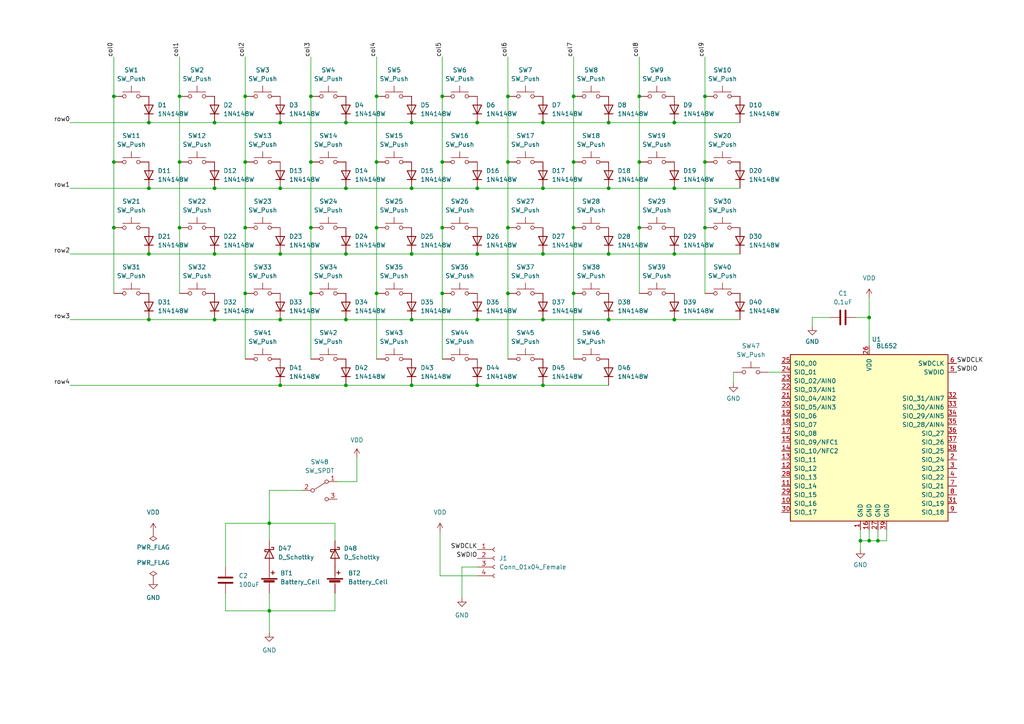
<source format=kicad_sch>
(kicad_sch (version 20211123) (generator eeschema)

  (uuid 49575217-40b0-4890-8acf-12982cca52b5)

  (paper "A4")

  (lib_symbols
    (symbol "Connector:Conn_01x04_Female" (pin_names (offset 1.016) hide) (in_bom yes) (on_board yes)
      (property "Reference" "J" (id 0) (at 0 5.08 0)
        (effects (font (size 1.27 1.27)))
      )
      (property "Value" "Conn_01x04_Female" (id 1) (at 0 -7.62 0)
        (effects (font (size 1.27 1.27)))
      )
      (property "Footprint" "" (id 2) (at 0 0 0)
        (effects (font (size 1.27 1.27)) hide)
      )
      (property "Datasheet" "~" (id 3) (at 0 0 0)
        (effects (font (size 1.27 1.27)) hide)
      )
      (property "ki_keywords" "connector" (id 4) (at 0 0 0)
        (effects (font (size 1.27 1.27)) hide)
      )
      (property "ki_description" "Generic connector, single row, 01x04, script generated (kicad-library-utils/schlib/autogen/connector/)" (id 5) (at 0 0 0)
        (effects (font (size 1.27 1.27)) hide)
      )
      (property "ki_fp_filters" "Connector*:*_1x??_*" (id 6) (at 0 0 0)
        (effects (font (size 1.27 1.27)) hide)
      )
      (symbol "Conn_01x04_Female_1_1"
        (arc (start 0 -4.572) (mid -0.508 -5.08) (end 0 -5.588)
          (stroke (width 0.1524) (type default) (color 0 0 0 0))
          (fill (type none))
        )
        (arc (start 0 -2.032) (mid -0.508 -2.54) (end 0 -3.048)
          (stroke (width 0.1524) (type default) (color 0 0 0 0))
          (fill (type none))
        )
        (polyline
          (pts
            (xy -1.27 -5.08)
            (xy -0.508 -5.08)
          )
          (stroke (width 0.1524) (type default) (color 0 0 0 0))
          (fill (type none))
        )
        (polyline
          (pts
            (xy -1.27 -2.54)
            (xy -0.508 -2.54)
          )
          (stroke (width 0.1524) (type default) (color 0 0 0 0))
          (fill (type none))
        )
        (polyline
          (pts
            (xy -1.27 0)
            (xy -0.508 0)
          )
          (stroke (width 0.1524) (type default) (color 0 0 0 0))
          (fill (type none))
        )
        (polyline
          (pts
            (xy -1.27 2.54)
            (xy -0.508 2.54)
          )
          (stroke (width 0.1524) (type default) (color 0 0 0 0))
          (fill (type none))
        )
        (arc (start 0 0.508) (mid -0.508 0) (end 0 -0.508)
          (stroke (width 0.1524) (type default) (color 0 0 0 0))
          (fill (type none))
        )
        (arc (start 0 3.048) (mid -0.508 2.54) (end 0 2.032)
          (stroke (width 0.1524) (type default) (color 0 0 0 0))
          (fill (type none))
        )
        (pin passive line (at -5.08 2.54 0) (length 3.81)
          (name "Pin_1" (effects (font (size 1.27 1.27))))
          (number "1" (effects (font (size 1.27 1.27))))
        )
        (pin passive line (at -5.08 0 0) (length 3.81)
          (name "Pin_2" (effects (font (size 1.27 1.27))))
          (number "2" (effects (font (size 1.27 1.27))))
        )
        (pin passive line (at -5.08 -2.54 0) (length 3.81)
          (name "Pin_3" (effects (font (size 1.27 1.27))))
          (number "3" (effects (font (size 1.27 1.27))))
        )
        (pin passive line (at -5.08 -5.08 0) (length 3.81)
          (name "Pin_4" (effects (font (size 1.27 1.27))))
          (number "4" (effects (font (size 1.27 1.27))))
        )
      )
    )
    (symbol "Device:Battery_Cell" (pin_numbers hide) (pin_names (offset 0) hide) (in_bom yes) (on_board yes)
      (property "Reference" "BT" (id 0) (at 2.54 2.54 0)
        (effects (font (size 1.27 1.27)) (justify left))
      )
      (property "Value" "Battery_Cell" (id 1) (at 2.54 0 0)
        (effects (font (size 1.27 1.27)) (justify left))
      )
      (property "Footprint" "" (id 2) (at 0 1.524 90)
        (effects (font (size 1.27 1.27)) hide)
      )
      (property "Datasheet" "~" (id 3) (at 0 1.524 90)
        (effects (font (size 1.27 1.27)) hide)
      )
      (property "ki_keywords" "battery cell" (id 4) (at 0 0 0)
        (effects (font (size 1.27 1.27)) hide)
      )
      (property "ki_description" "Single-cell battery" (id 5) (at 0 0 0)
        (effects (font (size 1.27 1.27)) hide)
      )
      (symbol "Battery_Cell_0_1"
        (rectangle (start -2.286 1.778) (end 2.286 1.524)
          (stroke (width 0) (type default) (color 0 0 0 0))
          (fill (type outline))
        )
        (rectangle (start -1.5748 1.1938) (end 1.4732 0.6858)
          (stroke (width 0) (type default) (color 0 0 0 0))
          (fill (type outline))
        )
        (polyline
          (pts
            (xy 0 0.762)
            (xy 0 0)
          )
          (stroke (width 0) (type default) (color 0 0 0 0))
          (fill (type none))
        )
        (polyline
          (pts
            (xy 0 1.778)
            (xy 0 2.54)
          )
          (stroke (width 0) (type default) (color 0 0 0 0))
          (fill (type none))
        )
        (polyline
          (pts
            (xy 0.508 3.429)
            (xy 1.524 3.429)
          )
          (stroke (width 0.254) (type default) (color 0 0 0 0))
          (fill (type none))
        )
        (polyline
          (pts
            (xy 1.016 3.937)
            (xy 1.016 2.921)
          )
          (stroke (width 0.254) (type default) (color 0 0 0 0))
          (fill (type none))
        )
      )
      (symbol "Battery_Cell_1_1"
        (pin passive line (at 0 5.08 270) (length 2.54)
          (name "+" (effects (font (size 1.27 1.27))))
          (number "1" (effects (font (size 1.27 1.27))))
        )
        (pin passive line (at 0 -2.54 90) (length 2.54)
          (name "-" (effects (font (size 1.27 1.27))))
          (number "2" (effects (font (size 1.27 1.27))))
        )
      )
    )
    (symbol "Device:C" (pin_numbers hide) (pin_names (offset 0.254)) (in_bom yes) (on_board yes)
      (property "Reference" "C" (id 0) (at 0.635 2.54 0)
        (effects (font (size 1.27 1.27)) (justify left))
      )
      (property "Value" "C" (id 1) (at 0.635 -2.54 0)
        (effects (font (size 1.27 1.27)) (justify left))
      )
      (property "Footprint" "" (id 2) (at 0.9652 -3.81 0)
        (effects (font (size 1.27 1.27)) hide)
      )
      (property "Datasheet" "~" (id 3) (at 0 0 0)
        (effects (font (size 1.27 1.27)) hide)
      )
      (property "ki_keywords" "cap capacitor" (id 4) (at 0 0 0)
        (effects (font (size 1.27 1.27)) hide)
      )
      (property "ki_description" "Unpolarized capacitor" (id 5) (at 0 0 0)
        (effects (font (size 1.27 1.27)) hide)
      )
      (property "ki_fp_filters" "C_*" (id 6) (at 0 0 0)
        (effects (font (size 1.27 1.27)) hide)
      )
      (symbol "C_0_1"
        (polyline
          (pts
            (xy -2.032 -0.762)
            (xy 2.032 -0.762)
          )
          (stroke (width 0.508) (type default) (color 0 0 0 0))
          (fill (type none))
        )
        (polyline
          (pts
            (xy -2.032 0.762)
            (xy 2.032 0.762)
          )
          (stroke (width 0.508) (type default) (color 0 0 0 0))
          (fill (type none))
        )
      )
      (symbol "C_1_1"
        (pin passive line (at 0 3.81 270) (length 2.794)
          (name "~" (effects (font (size 1.27 1.27))))
          (number "1" (effects (font (size 1.27 1.27))))
        )
        (pin passive line (at 0 -3.81 90) (length 2.794)
          (name "~" (effects (font (size 1.27 1.27))))
          (number "2" (effects (font (size 1.27 1.27))))
        )
      )
    )
    (symbol "Device:D_Schottky" (pin_numbers hide) (pin_names (offset 1.016) hide) (in_bom yes) (on_board yes)
      (property "Reference" "D" (id 0) (at 0 2.54 0)
        (effects (font (size 1.27 1.27)))
      )
      (property "Value" "D_Schottky" (id 1) (at 0 -2.54 0)
        (effects (font (size 1.27 1.27)))
      )
      (property "Footprint" "" (id 2) (at 0 0 0)
        (effects (font (size 1.27 1.27)) hide)
      )
      (property "Datasheet" "~" (id 3) (at 0 0 0)
        (effects (font (size 1.27 1.27)) hide)
      )
      (property "ki_keywords" "diode Schottky" (id 4) (at 0 0 0)
        (effects (font (size 1.27 1.27)) hide)
      )
      (property "ki_description" "Schottky diode" (id 5) (at 0 0 0)
        (effects (font (size 1.27 1.27)) hide)
      )
      (property "ki_fp_filters" "TO-???* *_Diode_* *SingleDiode* D_*" (id 6) (at 0 0 0)
        (effects (font (size 1.27 1.27)) hide)
      )
      (symbol "D_Schottky_0_1"
        (polyline
          (pts
            (xy 1.27 0)
            (xy -1.27 0)
          )
          (stroke (width 0) (type default) (color 0 0 0 0))
          (fill (type none))
        )
        (polyline
          (pts
            (xy 1.27 1.27)
            (xy 1.27 -1.27)
            (xy -1.27 0)
            (xy 1.27 1.27)
          )
          (stroke (width 0.254) (type default) (color 0 0 0 0))
          (fill (type none))
        )
        (polyline
          (pts
            (xy -1.905 0.635)
            (xy -1.905 1.27)
            (xy -1.27 1.27)
            (xy -1.27 -1.27)
            (xy -0.635 -1.27)
            (xy -0.635 -0.635)
          )
          (stroke (width 0.254) (type default) (color 0 0 0 0))
          (fill (type none))
        )
      )
      (symbol "D_Schottky_1_1"
        (pin passive line (at -3.81 0 0) (length 2.54)
          (name "K" (effects (font (size 1.27 1.27))))
          (number "1" (effects (font (size 1.27 1.27))))
        )
        (pin passive line (at 3.81 0 180) (length 2.54)
          (name "A" (effects (font (size 1.27 1.27))))
          (number "2" (effects (font (size 1.27 1.27))))
        )
      )
    )
    (symbol "Diode:1N4148W" (pin_numbers hide) (pin_names (offset 1.016) hide) (in_bom yes) (on_board yes)
      (property "Reference" "D" (id 0) (at 0 2.54 0)
        (effects (font (size 1.27 1.27)))
      )
      (property "Value" "1N4148W" (id 1) (at 0 -2.54 0)
        (effects (font (size 1.27 1.27)))
      )
      (property "Footprint" "Diode_SMD:D_SOD-123" (id 2) (at 0 -4.445 0)
        (effects (font (size 1.27 1.27)) hide)
      )
      (property "Datasheet" "https://www.vishay.com/docs/85748/1n4148w.pdf" (id 3) (at 0 0 0)
        (effects (font (size 1.27 1.27)) hide)
      )
      (property "ki_keywords" "diode" (id 4) (at 0 0 0)
        (effects (font (size 1.27 1.27)) hide)
      )
      (property "ki_description" "75V 0.15A Fast Switching Diode, SOD-123" (id 5) (at 0 0 0)
        (effects (font (size 1.27 1.27)) hide)
      )
      (property "ki_fp_filters" "D*SOD?123*" (id 6) (at 0 0 0)
        (effects (font (size 1.27 1.27)) hide)
      )
      (symbol "1N4148W_0_1"
        (polyline
          (pts
            (xy -1.27 1.27)
            (xy -1.27 -1.27)
          )
          (stroke (width 0.254) (type default) (color 0 0 0 0))
          (fill (type none))
        )
        (polyline
          (pts
            (xy 1.27 0)
            (xy -1.27 0)
          )
          (stroke (width 0) (type default) (color 0 0 0 0))
          (fill (type none))
        )
        (polyline
          (pts
            (xy 1.27 1.27)
            (xy 1.27 -1.27)
            (xy -1.27 0)
            (xy 1.27 1.27)
          )
          (stroke (width 0.254) (type default) (color 0 0 0 0))
          (fill (type none))
        )
      )
      (symbol "1N4148W_1_1"
        (pin passive line (at -3.81 0 0) (length 2.54)
          (name "K" (effects (font (size 1.27 1.27))))
          (number "1" (effects (font (size 1.27 1.27))))
        )
        (pin passive line (at 3.81 0 180) (length 2.54)
          (name "A" (effects (font (size 1.27 1.27))))
          (number "2" (effects (font (size 1.27 1.27))))
        )
      )
    )
    (symbol "RF_Bluetooth:BL652" (pin_names (offset 1.016)) (in_bom yes) (on_board yes)
      (property "Reference" "U" (id 0) (at 0 1.27 0)
        (effects (font (size 1.27 1.27)))
      )
      (property "Value" "BL652" (id 1) (at 0 -1.27 0)
        (effects (font (size 1.27 1.27)))
      )
      (property "Footprint" "RF_Module:Laird_BL652" (id 2) (at 0 -30.48 0)
        (effects (font (size 1.27 1.27)) hide)
      )
      (property "Datasheet" "http://cdn.lairdtech.com/home/brandworld/files/Datasheet%20-%20BL652.pdf" (id 3) (at 0 -33.02 0)
        (effects (font (size 1.27 1.27)) hide)
      )
      (property "ki_keywords" "Bluetooth Nordic nRF52" (id 4) (at 0 0 0)
        (effects (font (size 1.27 1.27)) hide)
      )
      (property "ki_description" "Bluetooth module" (id 5) (at 0 0 0)
        (effects (font (size 1.27 1.27)) hide)
      )
      (property "ki_fp_filters" "Laird*BL652*" (id 6) (at 0 0 0)
        (effects (font (size 1.27 1.27)) hide)
      )
      (symbol "BL652_0_1"
        (rectangle (start 22.86 25.4) (end -22.86 -22.86)
          (stroke (width 0.254) (type default) (color 0 0 0 0))
          (fill (type background))
        )
      )
      (symbol "BL652_1_1"
        (pin power_in line (at -2.54 -25.4 90) (length 2.54)
          (name "GND" (effects (font (size 1.27 1.27))))
          (number "1" (effects (font (size 1.27 1.27))))
        )
        (pin bidirectional line (at -25.4 -17.78 0) (length 2.54)
          (name "SIO_16" (effects (font (size 1.27 1.27))))
          (number "10" (effects (font (size 1.27 1.27))))
        )
        (pin bidirectional line (at -25.4 -12.7 0) (length 2.54)
          (name "SIO_14" (effects (font (size 1.27 1.27))))
          (number "11" (effects (font (size 1.27 1.27))))
        )
        (pin bidirectional line (at -25.4 -7.62 0) (length 2.54)
          (name "SIO_12" (effects (font (size 1.27 1.27))))
          (number "12" (effects (font (size 1.27 1.27))))
        )
        (pin bidirectional line (at -25.4 -5.08 0) (length 2.54)
          (name "SIO_11" (effects (font (size 1.27 1.27))))
          (number "13" (effects (font (size 1.27 1.27))))
        )
        (pin bidirectional line (at -25.4 -2.54 0) (length 2.54)
          (name "SIO_10/NFC2" (effects (font (size 1.27 1.27))))
          (number "14" (effects (font (size 1.27 1.27))))
        )
        (pin bidirectional line (at -25.4 0 0) (length 2.54)
          (name "SIO_09/NFC1" (effects (font (size 1.27 1.27))))
          (number "15" (effects (font (size 1.27 1.27))))
        )
        (pin power_in line (at 0 -25.4 90) (length 2.54)
          (name "GND" (effects (font (size 1.27 1.27))))
          (number "16" (effects (font (size 1.27 1.27))))
        )
        (pin bidirectional line (at -25.4 2.54 0) (length 2.54)
          (name "SIO_08" (effects (font (size 1.27 1.27))))
          (number "17" (effects (font (size 1.27 1.27))))
        )
        (pin bidirectional line (at -25.4 5.08 0) (length 2.54)
          (name "SIO_07" (effects (font (size 1.27 1.27))))
          (number "18" (effects (font (size 1.27 1.27))))
        )
        (pin bidirectional line (at -25.4 7.62 0) (length 2.54)
          (name "SIO_06" (effects (font (size 1.27 1.27))))
          (number "19" (effects (font (size 1.27 1.27))))
        )
        (pin bidirectional line (at 25.4 -5.08 180) (length 2.54)
          (name "SIO_24" (effects (font (size 1.27 1.27))))
          (number "2" (effects (font (size 1.27 1.27))))
        )
        (pin bidirectional line (at -25.4 10.16 0) (length 2.54)
          (name "SIO_05/AIN3" (effects (font (size 1.27 1.27))))
          (number "20" (effects (font (size 1.27 1.27))))
        )
        (pin bidirectional line (at -25.4 12.7 0) (length 2.54)
          (name "SIO_04/AIN2" (effects (font (size 1.27 1.27))))
          (number "21" (effects (font (size 1.27 1.27))))
        )
        (pin bidirectional line (at -25.4 15.24 0) (length 2.54)
          (name "SIO_03/AIN1" (effects (font (size 1.27 1.27))))
          (number "22" (effects (font (size 1.27 1.27))))
        )
        (pin bidirectional line (at -25.4 17.78 0) (length 2.54)
          (name "SIO_02/AIN0" (effects (font (size 1.27 1.27))))
          (number "23" (effects (font (size 1.27 1.27))))
        )
        (pin bidirectional line (at -25.4 20.32 0) (length 2.54)
          (name "SIO_01" (effects (font (size 1.27 1.27))))
          (number "24" (effects (font (size 1.27 1.27))))
        )
        (pin bidirectional line (at -25.4 22.86 0) (length 2.54)
          (name "SIO_00" (effects (font (size 1.27 1.27))))
          (number "25" (effects (font (size 1.27 1.27))))
        )
        (pin power_in line (at 0 27.94 270) (length 2.54)
          (name "VDD" (effects (font (size 1.27 1.27))))
          (number "26" (effects (font (size 1.27 1.27))))
        )
        (pin power_in line (at 2.54 -25.4 90) (length 2.54)
          (name "GND" (effects (font (size 1.27 1.27))))
          (number "27" (effects (font (size 1.27 1.27))))
        )
        (pin bidirectional line (at -25.4 -10.16 0) (length 2.54)
          (name "SIO_13" (effects (font (size 1.27 1.27))))
          (number "28" (effects (font (size 1.27 1.27))))
        )
        (pin bidirectional line (at -25.4 -15.24 0) (length 2.54)
          (name "SIO_15" (effects (font (size 1.27 1.27))))
          (number "29" (effects (font (size 1.27 1.27))))
        )
        (pin bidirectional line (at 25.4 -7.62 180) (length 2.54)
          (name "SIO_23" (effects (font (size 1.27 1.27))))
          (number "3" (effects (font (size 1.27 1.27))))
        )
        (pin bidirectional line (at -25.4 -20.32 0) (length 2.54)
          (name "SIO_17" (effects (font (size 1.27 1.27))))
          (number "30" (effects (font (size 1.27 1.27))))
        )
        (pin bidirectional line (at 25.4 -17.78 180) (length 2.54)
          (name "SIO_19" (effects (font (size 1.27 1.27))))
          (number "31" (effects (font (size 1.27 1.27))))
        )
        (pin bidirectional line (at 25.4 12.7 180) (length 2.54)
          (name "SIO_31/AIN7" (effects (font (size 1.27 1.27))))
          (number "32" (effects (font (size 1.27 1.27))))
        )
        (pin bidirectional line (at 25.4 10.16 180) (length 2.54)
          (name "SIO_30/AIN6" (effects (font (size 1.27 1.27))))
          (number "33" (effects (font (size 1.27 1.27))))
        )
        (pin bidirectional line (at 25.4 7.62 180) (length 2.54)
          (name "SIO_29/AIN5" (effects (font (size 1.27 1.27))))
          (number "34" (effects (font (size 1.27 1.27))))
        )
        (pin bidirectional line (at 25.4 5.08 180) (length 2.54)
          (name "SIO_28/AIN4" (effects (font (size 1.27 1.27))))
          (number "35" (effects (font (size 1.27 1.27))))
        )
        (pin bidirectional line (at 25.4 2.54 180) (length 2.54)
          (name "SIO_27" (effects (font (size 1.27 1.27))))
          (number "36" (effects (font (size 1.27 1.27))))
        )
        (pin bidirectional line (at 25.4 0 180) (length 2.54)
          (name "SIO_26" (effects (font (size 1.27 1.27))))
          (number "37" (effects (font (size 1.27 1.27))))
        )
        (pin bidirectional line (at 25.4 -2.54 180) (length 2.54)
          (name "SIO_25" (effects (font (size 1.27 1.27))))
          (number "38" (effects (font (size 1.27 1.27))))
        )
        (pin power_in line (at 5.08 -25.4 90) (length 2.54)
          (name "GND" (effects (font (size 1.27 1.27))))
          (number "39" (effects (font (size 1.27 1.27))))
        )
        (pin bidirectional line (at 25.4 -10.16 180) (length 2.54)
          (name "SIO_22" (effects (font (size 1.27 1.27))))
          (number "4" (effects (font (size 1.27 1.27))))
        )
        (pin bidirectional line (at 25.4 20.32 180) (length 2.54)
          (name "SWDIO" (effects (font (size 1.27 1.27))))
          (number "5" (effects (font (size 1.27 1.27))))
        )
        (pin bidirectional line (at 25.4 22.86 180) (length 2.54)
          (name "SWDCLK" (effects (font (size 1.27 1.27))))
          (number "6" (effects (font (size 1.27 1.27))))
        )
        (pin bidirectional line (at 25.4 -12.7 180) (length 2.54)
          (name "SIO_21" (effects (font (size 1.27 1.27))))
          (number "7" (effects (font (size 1.27 1.27))))
        )
        (pin bidirectional line (at 25.4 -15.24 180) (length 2.54)
          (name "SIO_20" (effects (font (size 1.27 1.27))))
          (number "8" (effects (font (size 1.27 1.27))))
        )
        (pin bidirectional line (at 25.4 -20.32 180) (length 2.54)
          (name "SIO_18" (effects (font (size 1.27 1.27))))
          (number "9" (effects (font (size 1.27 1.27))))
        )
      )
    )
    (symbol "Switch:SW_Push" (pin_numbers hide) (pin_names (offset 1.016) hide) (in_bom yes) (on_board yes)
      (property "Reference" "SW" (id 0) (at 1.27 2.54 0)
        (effects (font (size 1.27 1.27)) (justify left))
      )
      (property "Value" "SW_Push" (id 1) (at 0 -1.524 0)
        (effects (font (size 1.27 1.27)))
      )
      (property "Footprint" "" (id 2) (at 0 5.08 0)
        (effects (font (size 1.27 1.27)) hide)
      )
      (property "Datasheet" "~" (id 3) (at 0 5.08 0)
        (effects (font (size 1.27 1.27)) hide)
      )
      (property "ki_keywords" "switch normally-open pushbutton push-button" (id 4) (at 0 0 0)
        (effects (font (size 1.27 1.27)) hide)
      )
      (property "ki_description" "Push button switch, generic, two pins" (id 5) (at 0 0 0)
        (effects (font (size 1.27 1.27)) hide)
      )
      (symbol "SW_Push_0_1"
        (circle (center -2.032 0) (radius 0.508)
          (stroke (width 0) (type default) (color 0 0 0 0))
          (fill (type none))
        )
        (polyline
          (pts
            (xy 0 1.27)
            (xy 0 3.048)
          )
          (stroke (width 0) (type default) (color 0 0 0 0))
          (fill (type none))
        )
        (polyline
          (pts
            (xy 2.54 1.27)
            (xy -2.54 1.27)
          )
          (stroke (width 0) (type default) (color 0 0 0 0))
          (fill (type none))
        )
        (circle (center 2.032 0) (radius 0.508)
          (stroke (width 0) (type default) (color 0 0 0 0))
          (fill (type none))
        )
        (pin passive line (at -5.08 0 0) (length 2.54)
          (name "1" (effects (font (size 1.27 1.27))))
          (number "1" (effects (font (size 1.27 1.27))))
        )
        (pin passive line (at 5.08 0 180) (length 2.54)
          (name "2" (effects (font (size 1.27 1.27))))
          (number "2" (effects (font (size 1.27 1.27))))
        )
      )
    )
    (symbol "Switch:SW_SPDT" (pin_names (offset 0) hide) (in_bom yes) (on_board yes)
      (property "Reference" "SW" (id 0) (at 0 4.318 0)
        (effects (font (size 1.27 1.27)))
      )
      (property "Value" "SW_SPDT" (id 1) (at 0 -5.08 0)
        (effects (font (size 1.27 1.27)))
      )
      (property "Footprint" "" (id 2) (at 0 0 0)
        (effects (font (size 1.27 1.27)) hide)
      )
      (property "Datasheet" "~" (id 3) (at 0 0 0)
        (effects (font (size 1.27 1.27)) hide)
      )
      (property "ki_keywords" "switch single-pole double-throw spdt ON-ON" (id 4) (at 0 0 0)
        (effects (font (size 1.27 1.27)) hide)
      )
      (property "ki_description" "Switch, single pole double throw" (id 5) (at 0 0 0)
        (effects (font (size 1.27 1.27)) hide)
      )
      (symbol "SW_SPDT_0_0"
        (circle (center -2.032 0) (radius 0.508)
          (stroke (width 0) (type default) (color 0 0 0 0))
          (fill (type none))
        )
        (circle (center 2.032 -2.54) (radius 0.508)
          (stroke (width 0) (type default) (color 0 0 0 0))
          (fill (type none))
        )
      )
      (symbol "SW_SPDT_0_1"
        (polyline
          (pts
            (xy -1.524 0.254)
            (xy 1.651 2.286)
          )
          (stroke (width 0) (type default) (color 0 0 0 0))
          (fill (type none))
        )
        (circle (center 2.032 2.54) (radius 0.508)
          (stroke (width 0) (type default) (color 0 0 0 0))
          (fill (type none))
        )
      )
      (symbol "SW_SPDT_1_1"
        (pin passive line (at 5.08 2.54 180) (length 2.54)
          (name "A" (effects (font (size 1.27 1.27))))
          (number "1" (effects (font (size 1.27 1.27))))
        )
        (pin passive line (at -5.08 0 0) (length 2.54)
          (name "B" (effects (font (size 1.27 1.27))))
          (number "2" (effects (font (size 1.27 1.27))))
        )
        (pin passive line (at 5.08 -2.54 180) (length 2.54)
          (name "C" (effects (font (size 1.27 1.27))))
          (number "3" (effects (font (size 1.27 1.27))))
        )
      )
    )
    (symbol "power:GND" (power) (pin_names (offset 0)) (in_bom yes) (on_board yes)
      (property "Reference" "#PWR" (id 0) (at 0 -6.35 0)
        (effects (font (size 1.27 1.27)) hide)
      )
      (property "Value" "GND" (id 1) (at 0 -3.81 0)
        (effects (font (size 1.27 1.27)))
      )
      (property "Footprint" "" (id 2) (at 0 0 0)
        (effects (font (size 1.27 1.27)) hide)
      )
      (property "Datasheet" "" (id 3) (at 0 0 0)
        (effects (font (size 1.27 1.27)) hide)
      )
      (property "ki_keywords" "power-flag" (id 4) (at 0 0 0)
        (effects (font (size 1.27 1.27)) hide)
      )
      (property "ki_description" "Power symbol creates a global label with name \"GND\" , ground" (id 5) (at 0 0 0)
        (effects (font (size 1.27 1.27)) hide)
      )
      (symbol "GND_0_1"
        (polyline
          (pts
            (xy 0 0)
            (xy 0 -1.27)
            (xy 1.27 -1.27)
            (xy 0 -2.54)
            (xy -1.27 -1.27)
            (xy 0 -1.27)
          )
          (stroke (width 0) (type default) (color 0 0 0 0))
          (fill (type none))
        )
      )
      (symbol "GND_1_1"
        (pin power_in line (at 0 0 270) (length 0) hide
          (name "GND" (effects (font (size 1.27 1.27))))
          (number "1" (effects (font (size 1.27 1.27))))
        )
      )
    )
    (symbol "power:PWR_FLAG" (power) (pin_numbers hide) (pin_names (offset 0) hide) (in_bom yes) (on_board yes)
      (property "Reference" "#FLG" (id 0) (at 0 1.905 0)
        (effects (font (size 1.27 1.27)) hide)
      )
      (property "Value" "PWR_FLAG" (id 1) (at 0 3.81 0)
        (effects (font (size 1.27 1.27)))
      )
      (property "Footprint" "" (id 2) (at 0 0 0)
        (effects (font (size 1.27 1.27)) hide)
      )
      (property "Datasheet" "~" (id 3) (at 0 0 0)
        (effects (font (size 1.27 1.27)) hide)
      )
      (property "ki_keywords" "power-flag" (id 4) (at 0 0 0)
        (effects (font (size 1.27 1.27)) hide)
      )
      (property "ki_description" "Special symbol for telling ERC where power comes from" (id 5) (at 0 0 0)
        (effects (font (size 1.27 1.27)) hide)
      )
      (symbol "PWR_FLAG_0_0"
        (pin power_out line (at 0 0 90) (length 0)
          (name "pwr" (effects (font (size 1.27 1.27))))
          (number "1" (effects (font (size 1.27 1.27))))
        )
      )
      (symbol "PWR_FLAG_0_1"
        (polyline
          (pts
            (xy 0 0)
            (xy 0 1.27)
            (xy -1.016 1.905)
            (xy 0 2.54)
            (xy 1.016 1.905)
            (xy 0 1.27)
          )
          (stroke (width 0) (type default) (color 0 0 0 0))
          (fill (type none))
        )
      )
    )
    (symbol "power:VDD" (power) (pin_names (offset 0)) (in_bom yes) (on_board yes)
      (property "Reference" "#PWR" (id 0) (at 0 -3.81 0)
        (effects (font (size 1.27 1.27)) hide)
      )
      (property "Value" "VDD" (id 1) (at 0 3.81 0)
        (effects (font (size 1.27 1.27)))
      )
      (property "Footprint" "" (id 2) (at 0 0 0)
        (effects (font (size 1.27 1.27)) hide)
      )
      (property "Datasheet" "" (id 3) (at 0 0 0)
        (effects (font (size 1.27 1.27)) hide)
      )
      (property "ki_keywords" "power-flag" (id 4) (at 0 0 0)
        (effects (font (size 1.27 1.27)) hide)
      )
      (property "ki_description" "Power symbol creates a global label with name \"VDD\"" (id 5) (at 0 0 0)
        (effects (font (size 1.27 1.27)) hide)
      )
      (symbol "VDD_0_1"
        (polyline
          (pts
            (xy -0.762 1.27)
            (xy 0 2.54)
          )
          (stroke (width 0) (type default) (color 0 0 0 0))
          (fill (type none))
        )
        (polyline
          (pts
            (xy 0 0)
            (xy 0 2.54)
          )
          (stroke (width 0) (type default) (color 0 0 0 0))
          (fill (type none))
        )
        (polyline
          (pts
            (xy 0 2.54)
            (xy 0.762 1.27)
          )
          (stroke (width 0) (type default) (color 0 0 0 0))
          (fill (type none))
        )
      )
      (symbol "VDD_1_1"
        (pin power_in line (at 0 0 90) (length 0) hide
          (name "VDD" (effects (font (size 1.27 1.27))))
          (number "1" (effects (font (size 1.27 1.27))))
        )
      )
    )
  )

  (junction (at 43.18 35.56) (diameter 0) (color 0 0 0 0)
    (uuid 0055e3c9-4023-47cb-93cf-caa12c41ed6c)
  )
  (junction (at 100.33 111.76) (diameter 0) (color 0 0 0 0)
    (uuid 01097461-469a-48e4-9f9b-7c10ddb07d74)
  )
  (junction (at 185.42 66.04) (diameter 0) (color 0 0 0 0)
    (uuid 02252600-bd68-45ab-a5f4-1ace542343eb)
  )
  (junction (at 90.17 66.04) (diameter 0) (color 0 0 0 0)
    (uuid 084ac608-1d5d-4952-a96e-3e656e4b4add)
  )
  (junction (at 119.38 54.61) (diameter 0) (color 0 0 0 0)
    (uuid 0a16686e-ab4e-4917-84bd-da5f1312d7d5)
  )
  (junction (at 52.07 27.94) (diameter 0) (color 0 0 0 0)
    (uuid 102089b8-5c90-4fef-a796-33f6b4531c9f)
  )
  (junction (at 109.22 85.09) (diameter 0) (color 0 0 0 0)
    (uuid 141ba281-b1a8-49d0-a19f-0d9b04f4eca1)
  )
  (junction (at 71.12 27.94) (diameter 0) (color 0 0 0 0)
    (uuid 183c0963-63f6-4f95-98cd-eba4da2cb7e4)
  )
  (junction (at 90.17 27.94) (diameter 0) (color 0 0 0 0)
    (uuid 20ea67bb-0c28-4440-813a-462283cfe4d5)
  )
  (junction (at 204.47 46.99) (diameter 0) (color 0 0 0 0)
    (uuid 28ffa968-dc6b-4305-8069-109462ff92bc)
  )
  (junction (at 176.53 35.56) (diameter 0) (color 0 0 0 0)
    (uuid 2c101021-cdab-4582-8bc8-a5ea7904baf8)
  )
  (junction (at 81.28 54.61) (diameter 0) (color 0 0 0 0)
    (uuid 2de3212e-f762-4b77-a967-69b9231eedd0)
  )
  (junction (at 33.02 46.99) (diameter 0) (color 0 0 0 0)
    (uuid 304268fd-f4d1-4fd4-bb85-74e7ed67c3f4)
  )
  (junction (at 157.48 35.56) (diameter 0) (color 0 0 0 0)
    (uuid 334a767f-a313-40dc-b658-f35badcd7b94)
  )
  (junction (at 43.18 73.66) (diameter 0) (color 0 0 0 0)
    (uuid 33ac5b33-5c85-4949-8e65-ed8f2b92eed5)
  )
  (junction (at 62.23 35.56) (diameter 0) (color 0 0 0 0)
    (uuid 3c2dff07-29cf-4456-8803-6848628335dc)
  )
  (junction (at 195.58 35.56) (diameter 0) (color 0 0 0 0)
    (uuid 41cede25-1791-4c7c-8fe2-b2c40997624c)
  )
  (junction (at 166.37 85.09) (diameter 0) (color 0 0 0 0)
    (uuid 4219d805-4ec1-4669-ba48-2146fff6b6a0)
  )
  (junction (at 157.48 73.66) (diameter 0) (color 0 0 0 0)
    (uuid 43c862b1-014c-4b20-8628-4893e656c89a)
  )
  (junction (at 119.38 35.56) (diameter 0) (color 0 0 0 0)
    (uuid 465a6ae7-54ba-49b6-b696-ac93597e3519)
  )
  (junction (at 90.17 46.99) (diameter 0) (color 0 0 0 0)
    (uuid 48f4f6b9-7cad-4f1c-8850-72d17e38899a)
  )
  (junction (at 138.43 54.61) (diameter 0) (color 0 0 0 0)
    (uuid 4f6d8583-5286-4946-9948-2b724c3e77d5)
  )
  (junction (at 33.02 66.04) (diameter 0) (color 0 0 0 0)
    (uuid 4fd96364-4cbe-4931-a833-4d8ae856da6e)
  )
  (junction (at 33.02 27.94) (diameter 0) (color 0 0 0 0)
    (uuid 5314dd95-96d0-4fc8-a080-5080efd7e72f)
  )
  (junction (at 176.53 92.71) (diameter 0) (color 0 0 0 0)
    (uuid 5564a1a5-1c2a-4e2d-866a-3607ac114891)
  )
  (junction (at 166.37 66.04) (diameter 0) (color 0 0 0 0)
    (uuid 579a427c-993e-4bda-85aa-3ec05ce036a8)
  )
  (junction (at 147.32 85.09) (diameter 0) (color 0 0 0 0)
    (uuid 5ae5eaac-81dc-4f79-b63e-9ee2e99b150b)
  )
  (junction (at 62.23 73.66) (diameter 0) (color 0 0 0 0)
    (uuid 5dcb91e2-55e5-4852-8fe3-3236931b9093)
  )
  (junction (at 185.42 46.99) (diameter 0) (color 0 0 0 0)
    (uuid 60bbb54b-a337-4bae-b55e-6f8a021e3c8a)
  )
  (junction (at 109.22 27.94) (diameter 0) (color 0 0 0 0)
    (uuid 613aea7d-3bbd-44cc-b4ed-a8d6a73495be)
  )
  (junction (at 100.33 35.56) (diameter 0) (color 0 0 0 0)
    (uuid 6470fef9-361c-495e-b0f6-c01bb52ee3d6)
  )
  (junction (at 254.635 156.845) (diameter 0) (color 0 0 0 0)
    (uuid 6b6752ee-92b6-470c-9092-b9d06781eac5)
  )
  (junction (at 185.42 27.94) (diameter 0) (color 0 0 0 0)
    (uuid 6e263e92-9984-45eb-ae9a-eb6287cd1116)
  )
  (junction (at 249.555 156.845) (diameter 0) (color 0 0 0 0)
    (uuid 6efd3f90-2a59-4e1c-a172-0240b618d50b)
  )
  (junction (at 128.27 66.04) (diameter 0) (color 0 0 0 0)
    (uuid 70587b4f-f0ca-4c43-a2ac-9e44582eb5bc)
  )
  (junction (at 71.12 46.99) (diameter 0) (color 0 0 0 0)
    (uuid 7087dde0-3dcd-48c8-867f-d128c6e0c4cc)
  )
  (junction (at 78.105 151.765) (diameter 0) (color 0 0 0 0)
    (uuid 70ef9163-1c14-471f-9a28-86ad049f2795)
  )
  (junction (at 138.43 35.56) (diameter 0) (color 0 0 0 0)
    (uuid 7114835b-f9cf-4884-8d58-e0c0f2faa501)
  )
  (junction (at 157.48 111.76) (diameter 0) (color 0 0 0 0)
    (uuid 72e0d7cb-fb56-4b51-af1f-2c7a51b428bc)
  )
  (junction (at 176.53 73.66) (diameter 0) (color 0 0 0 0)
    (uuid 74ac190a-401e-4a8b-92ad-d778cf4d2d22)
  )
  (junction (at 147.32 66.04) (diameter 0) (color 0 0 0 0)
    (uuid 780753b2-7c62-4c7f-9ca7-2297f81197d1)
  )
  (junction (at 52.07 46.99) (diameter 0) (color 0 0 0 0)
    (uuid 78c03cc8-6ed4-4860-be43-a186af7d67dc)
  )
  (junction (at 138.43 73.66) (diameter 0) (color 0 0 0 0)
    (uuid 7a8d6ef2-7bab-48cb-8dbd-3995a6032981)
  )
  (junction (at 71.12 85.09) (diameter 0) (color 0 0 0 0)
    (uuid 7f972f34-4cbb-4309-9a82-21a410f365ab)
  )
  (junction (at 78.105 177.165) (diameter 0) (color 0 0 0 0)
    (uuid 80f2a9e8-97d2-44f9-8622-3711f76b835f)
  )
  (junction (at 252.095 92.075) (diameter 0) (color 0 0 0 0)
    (uuid 81a21947-2f69-46ea-a8af-3563960142ba)
  )
  (junction (at 138.43 111.76) (diameter 0) (color 0 0 0 0)
    (uuid 8285179b-f49e-4160-bccb-3fdcf9f1edeb)
  )
  (junction (at 147.32 27.94) (diameter 0) (color 0 0 0 0)
    (uuid 87d2a980-451d-4ece-bcbf-b054ae50b0b2)
  )
  (junction (at 128.27 85.09) (diameter 0) (color 0 0 0 0)
    (uuid 889e3eb8-d76e-4285-96f1-46628a6dee77)
  )
  (junction (at 119.38 111.76) (diameter 0) (color 0 0 0 0)
    (uuid 9089d710-7d9b-4d80-9e81-38fe55553dde)
  )
  (junction (at 138.43 92.71) (diameter 0) (color 0 0 0 0)
    (uuid 90c6522a-abe3-45e6-89c3-8a78a723d193)
  )
  (junction (at 195.58 73.66) (diameter 0) (color 0 0 0 0)
    (uuid 91e428d1-b3a2-40f2-a5b9-814384458516)
  )
  (junction (at 43.18 54.61) (diameter 0) (color 0 0 0 0)
    (uuid 922065ea-45b5-4b66-b881-d8c352c8f0e5)
  )
  (junction (at 119.38 73.66) (diameter 0) (color 0 0 0 0)
    (uuid 929d27a2-2a5f-4d59-96d2-d69b18dccd46)
  )
  (junction (at 109.22 66.04) (diameter 0) (color 0 0 0 0)
    (uuid 92ab83c8-0954-432b-b387-706a4214d443)
  )
  (junction (at 52.07 66.04) (diameter 0) (color 0 0 0 0)
    (uuid 97cb11e4-d0c1-467a-8a62-75ed9e4bfb1c)
  )
  (junction (at 128.27 27.94) (diameter 0) (color 0 0 0 0)
    (uuid 98fa2a52-f021-4b81-a8bb-3eeef80d33c5)
  )
  (junction (at 81.28 35.56) (diameter 0) (color 0 0 0 0)
    (uuid a10335aa-e03d-4429-bbd8-2e51c529fcbc)
  )
  (junction (at 195.58 54.61) (diameter 0) (color 0 0 0 0)
    (uuid a1a38b4f-a905-4058-b6fc-1a5ea4cda4bd)
  )
  (junction (at 71.12 66.04) (diameter 0) (color 0 0 0 0)
    (uuid a20ce746-084c-4c9d-b1ec-2777222fdf20)
  )
  (junction (at 166.37 27.94) (diameter 0) (color 0 0 0 0)
    (uuid a22b1c50-e040-4a44-be7b-01d71c40e503)
  )
  (junction (at 157.48 92.71) (diameter 0) (color 0 0 0 0)
    (uuid a2bb63f7-de13-44f3-b55e-5313826a1800)
  )
  (junction (at 119.38 92.71) (diameter 0) (color 0 0 0 0)
    (uuid add2fd77-98fe-441d-bee1-5e97f6d9a863)
  )
  (junction (at 204.47 27.94) (diameter 0) (color 0 0 0 0)
    (uuid b075784c-22b4-4d72-924c-fb7fa4ac9ce3)
  )
  (junction (at 195.58 92.71) (diameter 0) (color 0 0 0 0)
    (uuid b0b73c49-13ab-4709-b052-26e37542d5fe)
  )
  (junction (at 176.53 54.61) (diameter 0) (color 0 0 0 0)
    (uuid b68a3399-68fb-4645-8b9f-8d77d70e52da)
  )
  (junction (at 81.28 92.71) (diameter 0) (color 0 0 0 0)
    (uuid b876d00a-5d4a-49bc-a08b-ded3096e32fd)
  )
  (junction (at 204.47 66.04) (diameter 0) (color 0 0 0 0)
    (uuid b9faf531-0aaa-4084-99ca-42f21e1f9ec6)
  )
  (junction (at 100.33 92.71) (diameter 0) (color 0 0 0 0)
    (uuid be54ac44-419f-4031-9746-edaef40b9582)
  )
  (junction (at 62.23 54.61) (diameter 0) (color 0 0 0 0)
    (uuid bf78a7da-f0e0-4db7-ad9b-c6ea01fb8f3b)
  )
  (junction (at 109.22 46.99) (diameter 0) (color 0 0 0 0)
    (uuid d8fc2108-4bf1-47a8-b2ee-c82d964f76e3)
  )
  (junction (at 157.48 54.61) (diameter 0) (color 0 0 0 0)
    (uuid db1e3421-c98c-4c03-a035-988ce901df81)
  )
  (junction (at 147.32 46.99) (diameter 0) (color 0 0 0 0)
    (uuid de8c15a2-f390-444e-b33c-31b3a28afa4a)
  )
  (junction (at 252.095 156.845) (diameter 0) (color 0 0 0 0)
    (uuid e7d2cc20-284c-4a5e-8ce5-c6c0f2c0ebeb)
  )
  (junction (at 43.18 92.71) (diameter 0) (color 0 0 0 0)
    (uuid e7dddb0a-1153-499f-8bdf-060a85092f9d)
  )
  (junction (at 100.33 54.61) (diameter 0) (color 0 0 0 0)
    (uuid e956df45-8e24-49b1-ba3b-978498113b3b)
  )
  (junction (at 90.17 85.09) (diameter 0) (color 0 0 0 0)
    (uuid ef82babe-1697-4ce5-9b8f-dea2762bade2)
  )
  (junction (at 81.28 73.66) (diameter 0) (color 0 0 0 0)
    (uuid f0c1cda8-6360-4bfa-820a-462acfba142d)
  )
  (junction (at 128.27 46.99) (diameter 0) (color 0 0 0 0)
    (uuid f52a4c2f-a0a2-45d2-a6fa-06e7108ce8ca)
  )
  (junction (at 81.28 111.76) (diameter 0) (color 0 0 0 0)
    (uuid f97af2a0-a3d3-42d7-b06f-4e659967bc41)
  )
  (junction (at 62.23 92.71) (diameter 0) (color 0 0 0 0)
    (uuid fcbc4e12-99ef-4b4e-be80-7b5fc60bbcf8)
  )
  (junction (at 100.33 73.66) (diameter 0) (color 0 0 0 0)
    (uuid fd9aec7d-cc8a-4a09-bf78-2b987625188b)
  )
  (junction (at 166.37 46.99) (diameter 0) (color 0 0 0 0)
    (uuid fda8f897-3336-48d7-ab36-1586e685ec1d)
  )

  (wire (pts (xy 119.38 111.76) (xy 138.43 111.76))
    (stroke (width 0) (type default) (color 0 0 0 0))
    (uuid 013c78b3-290d-4126-849a-7f05247ad2f4)
  )
  (wire (pts (xy 97.155 151.765) (xy 78.105 151.765))
    (stroke (width 0) (type default) (color 0 0 0 0))
    (uuid 03d4da36-3df2-4dcb-826c-78d1c988b1da)
  )
  (wire (pts (xy 52.07 27.94) (xy 52.07 46.99))
    (stroke (width 0) (type default) (color 0 0 0 0))
    (uuid 057bbb7a-feb6-4ded-85fc-d833b68cf17e)
  )
  (wire (pts (xy 97.155 156.845) (xy 97.155 151.765))
    (stroke (width 0) (type default) (color 0 0 0 0))
    (uuid 0a5e2d14-7054-4d75-9fa8-c62919ee693e)
  )
  (wire (pts (xy 204.47 66.04) (xy 204.47 85.09))
    (stroke (width 0) (type default) (color 0 0 0 0))
    (uuid 0f99b368-7e47-4de3-92e3-569d484157c8)
  )
  (wire (pts (xy 138.43 167.005) (xy 127.635 167.005))
    (stroke (width 0) (type default) (color 0 0 0 0))
    (uuid 11aa1dbf-403d-45a8-b13b-53861ccefc88)
  )
  (wire (pts (xy 90.17 16.51) (xy 90.17 27.94))
    (stroke (width 0) (type default) (color 0 0 0 0))
    (uuid 11edfac6-0740-43d6-b07f-b7aaa523fd1d)
  )
  (wire (pts (xy 119.38 73.66) (xy 138.43 73.66))
    (stroke (width 0) (type default) (color 0 0 0 0))
    (uuid 11ee4015-ac62-46b4-a386-dfc08de50bad)
  )
  (wire (pts (xy 195.58 73.66) (xy 214.63 73.66))
    (stroke (width 0) (type default) (color 0 0 0 0))
    (uuid 16327f50-1c8c-4ee5-ab47-07d3d17c9328)
  )
  (wire (pts (xy 254.635 153.67) (xy 254.635 156.845))
    (stroke (width 0) (type default) (color 0 0 0 0))
    (uuid 184e3783-723a-41fd-967b-3bd2c539412b)
  )
  (wire (pts (xy 100.33 92.71) (xy 119.38 92.71))
    (stroke (width 0) (type default) (color 0 0 0 0))
    (uuid 1ce556f2-6094-49b6-8c06-79929bfc1cef)
  )
  (wire (pts (xy 138.43 164.465) (xy 133.985 164.465))
    (stroke (width 0) (type default) (color 0 0 0 0))
    (uuid 1d929538-91e8-4088-bf13-638c75187a04)
  )
  (wire (pts (xy 222.885 107.95) (xy 226.695 107.95))
    (stroke (width 0) (type default) (color 0 0 0 0))
    (uuid 1db867af-0f8d-4b95-b9f6-c66c7d01f8b5)
  )
  (wire (pts (xy 65.405 172.085) (xy 65.405 177.165))
    (stroke (width 0) (type default) (color 0 0 0 0))
    (uuid 1ea93c0f-00ac-42ed-b752-8be1369f7c88)
  )
  (wire (pts (xy 52.07 16.51) (xy 52.07 27.94))
    (stroke (width 0) (type default) (color 0 0 0 0))
    (uuid 1ec4d555-cf6a-4e9b-ad93-5ed0d6c9570a)
  )
  (wire (pts (xy 109.22 27.94) (xy 109.22 46.99))
    (stroke (width 0) (type default) (color 0 0 0 0))
    (uuid 2269ca4e-71a8-41ce-8086-1d1e8cc723a1)
  )
  (wire (pts (xy 52.07 66.04) (xy 52.07 85.09))
    (stroke (width 0) (type default) (color 0 0 0 0))
    (uuid 2306efbf-e219-4811-85c7-eae42b4f9957)
  )
  (wire (pts (xy 195.58 35.56) (xy 214.63 35.56))
    (stroke (width 0) (type default) (color 0 0 0 0))
    (uuid 24b1312e-aeff-4010-9f10-7e28dae9388c)
  )
  (wire (pts (xy 62.23 92.71) (xy 81.28 92.71))
    (stroke (width 0) (type default) (color 0 0 0 0))
    (uuid 2766de71-5fc8-4e4b-8a4b-df59303bb70d)
  )
  (wire (pts (xy 103.505 132.715) (xy 103.505 139.7))
    (stroke (width 0) (type default) (color 0 0 0 0))
    (uuid 2cd9cb2f-44f7-47fc-97fc-549058acbc65)
  )
  (wire (pts (xy 90.17 27.94) (xy 90.17 46.99))
    (stroke (width 0) (type default) (color 0 0 0 0))
    (uuid 3068dd58-3046-4af7-8f7a-2db7d155d1d0)
  )
  (wire (pts (xy 78.105 177.165) (xy 78.105 183.515))
    (stroke (width 0) (type default) (color 0 0 0 0))
    (uuid 30b1fe76-b07b-4aa5-aa1d-c3c76fa5d0cd)
  )
  (wire (pts (xy 185.42 66.04) (xy 185.42 85.09))
    (stroke (width 0) (type default) (color 0 0 0 0))
    (uuid 32ae020a-9916-42d6-a971-dcf32d3564e4)
  )
  (wire (pts (xy 176.53 92.71) (xy 195.58 92.71))
    (stroke (width 0) (type default) (color 0 0 0 0))
    (uuid 330f2254-688e-4d86-a465-2bc5c9c48725)
  )
  (wire (pts (xy 65.405 177.165) (xy 78.105 177.165))
    (stroke (width 0) (type default) (color 0 0 0 0))
    (uuid 3446426e-ec13-47cf-a154-ecd1de6e6107)
  )
  (wire (pts (xy 103.505 139.7) (xy 97.79 139.7))
    (stroke (width 0) (type default) (color 0 0 0 0))
    (uuid 35122279-efcd-472a-8171-e9cc350debf1)
  )
  (wire (pts (xy 62.23 73.66) (xy 81.28 73.66))
    (stroke (width 0) (type default) (color 0 0 0 0))
    (uuid 358188c5-2357-4595-b284-d264278d305f)
  )
  (wire (pts (xy 81.28 92.71) (xy 100.33 92.71))
    (stroke (width 0) (type default) (color 0 0 0 0))
    (uuid 36a4bdfa-d8fb-4abe-8652-37d209b5732f)
  )
  (wire (pts (xy 87.63 142.24) (xy 78.105 142.24))
    (stroke (width 0) (type default) (color 0 0 0 0))
    (uuid 3b73a5e6-18d8-415a-b657-d8eb949460e4)
  )
  (wire (pts (xy 176.53 54.61) (xy 195.58 54.61))
    (stroke (width 0) (type default) (color 0 0 0 0))
    (uuid 3bf5551b-6518-4cec-8053-501ee4b38bd8)
  )
  (wire (pts (xy 166.37 16.51) (xy 166.37 27.94))
    (stroke (width 0) (type default) (color 0 0 0 0))
    (uuid 3eaab454-eda9-4a4c-933f-809f09a48449)
  )
  (wire (pts (xy 81.28 54.61) (xy 100.33 54.61))
    (stroke (width 0) (type default) (color 0 0 0 0))
    (uuid 428f5ab5-af05-4a58-b075-ba492349b5ad)
  )
  (wire (pts (xy 33.02 27.94) (xy 33.02 46.99))
    (stroke (width 0) (type default) (color 0 0 0 0))
    (uuid 44492c9a-9724-4fe8-b39d-0a88cd01f272)
  )
  (wire (pts (xy 20.32 92.71) (xy 43.18 92.71))
    (stroke (width 0) (type default) (color 0 0 0 0))
    (uuid 45351dde-b2fd-4172-ae34-a72931dffc81)
  )
  (wire (pts (xy 97.155 177.165) (xy 78.105 177.165))
    (stroke (width 0) (type default) (color 0 0 0 0))
    (uuid 45695b2f-766e-4063-b6e5-15deb791d27f)
  )
  (wire (pts (xy 157.48 73.66) (xy 176.53 73.66))
    (stroke (width 0) (type default) (color 0 0 0 0))
    (uuid 4a81b547-3cf1-4dda-8fba-61d57827a260)
  )
  (wire (pts (xy 204.47 46.99) (xy 204.47 66.04))
    (stroke (width 0) (type default) (color 0 0 0 0))
    (uuid 4abe9b95-03e3-48ea-8fdc-b47874882f16)
  )
  (wire (pts (xy 252.095 92.075) (xy 252.095 100.33))
    (stroke (width 0) (type default) (color 0 0 0 0))
    (uuid 4fd93e6f-e5e3-4471-9815-82b927d877df)
  )
  (wire (pts (xy 249.555 156.845) (xy 249.555 159.385))
    (stroke (width 0) (type default) (color 0 0 0 0))
    (uuid 53791f66-eae0-41b3-916e-b915df54bf76)
  )
  (wire (pts (xy 43.18 35.56) (xy 62.23 35.56))
    (stroke (width 0) (type default) (color 0 0 0 0))
    (uuid 537ee386-e957-4134-b0ad-b466504af0e3)
  )
  (wire (pts (xy 138.43 111.76) (xy 157.48 111.76))
    (stroke (width 0) (type default) (color 0 0 0 0))
    (uuid 55f11b7a-f038-4d21-b888-ab35f394dad8)
  )
  (wire (pts (xy 78.105 151.765) (xy 78.105 156.845))
    (stroke (width 0) (type default) (color 0 0 0 0))
    (uuid 57b8efca-fd98-4166-8956-a1e170a873d1)
  )
  (wire (pts (xy 128.27 16.51) (xy 128.27 27.94))
    (stroke (width 0) (type default) (color 0 0 0 0))
    (uuid 596e9fbe-1899-485a-87bc-c98d59abed04)
  )
  (wire (pts (xy 240.665 92.075) (xy 235.585 92.075))
    (stroke (width 0) (type default) (color 0 0 0 0))
    (uuid 5b8ce6d1-f33d-4c16-9a2b-e139418dc304)
  )
  (wire (pts (xy 204.47 27.94) (xy 204.47 46.99))
    (stroke (width 0) (type default) (color 0 0 0 0))
    (uuid 5d768ff6-33e6-4536-b045-06ceb620aa25)
  )
  (wire (pts (xy 109.22 16.51) (xy 109.22 27.94))
    (stroke (width 0) (type default) (color 0 0 0 0))
    (uuid 5f86915f-c9bb-4aa4-8722-d517af6d5f41)
  )
  (wire (pts (xy 195.58 92.71) (xy 214.63 92.71))
    (stroke (width 0) (type default) (color 0 0 0 0))
    (uuid 6723f606-8848-4ef9-9b5f-f1c0edbd1583)
  )
  (wire (pts (xy 138.43 92.71) (xy 157.48 92.71))
    (stroke (width 0) (type default) (color 0 0 0 0))
    (uuid 6ad833aa-d1a9-435b-9582-f8802fe9a51b)
  )
  (wire (pts (xy 33.02 46.99) (xy 33.02 66.04))
    (stroke (width 0) (type default) (color 0 0 0 0))
    (uuid 713b4594-2463-4a53-9f50-6e304443da82)
  )
  (wire (pts (xy 78.105 172.085) (xy 78.105 177.165))
    (stroke (width 0) (type default) (color 0 0 0 0))
    (uuid 720585a8-8b88-4bd8-8d03-8abbf43aa479)
  )
  (wire (pts (xy 90.17 66.04) (xy 90.17 85.09))
    (stroke (width 0) (type default) (color 0 0 0 0))
    (uuid 72427adc-e330-41bb-8f5b-d36cd6ad25bd)
  )
  (wire (pts (xy 33.02 66.04) (xy 33.02 85.09))
    (stroke (width 0) (type default) (color 0 0 0 0))
    (uuid 7300ada4-359c-4567-887b-785a74e68540)
  )
  (wire (pts (xy 71.12 66.04) (xy 71.12 85.09))
    (stroke (width 0) (type default) (color 0 0 0 0))
    (uuid 7307fe2f-b7a0-404f-8cd6-1b2e2ef5124f)
  )
  (wire (pts (xy 90.17 85.09) (xy 90.17 104.14))
    (stroke (width 0) (type default) (color 0 0 0 0))
    (uuid 732f2d50-6cca-41f0-a5f4-d772a9615fe0)
  )
  (wire (pts (xy 249.555 156.845) (xy 252.095 156.845))
    (stroke (width 0) (type default) (color 0 0 0 0))
    (uuid 776a57a5-38c0-4cbe-921d-c150004a8d5d)
  )
  (wire (pts (xy 81.28 111.76) (xy 100.33 111.76))
    (stroke (width 0) (type default) (color 0 0 0 0))
    (uuid 7b4c41c9-21d4-4079-97cd-151dc5893aa4)
  )
  (wire (pts (xy 252.095 153.67) (xy 252.095 156.845))
    (stroke (width 0) (type default) (color 0 0 0 0))
    (uuid 7ba728f1-15d2-4794-afec-6045be682761)
  )
  (wire (pts (xy 43.18 92.71) (xy 62.23 92.71))
    (stroke (width 0) (type default) (color 0 0 0 0))
    (uuid 861ab1a4-7d6a-4e5c-ba2e-553bb0a9de1f)
  )
  (wire (pts (xy 97.155 172.085) (xy 97.155 177.165))
    (stroke (width 0) (type default) (color 0 0 0 0))
    (uuid 88db3832-8cf5-48e1-b5b1-5260c3666ac4)
  )
  (wire (pts (xy 254.635 156.845) (xy 257.175 156.845))
    (stroke (width 0) (type default) (color 0 0 0 0))
    (uuid 8a44cc8d-8eb8-44ac-852d-63895e25602f)
  )
  (wire (pts (xy 109.22 46.99) (xy 109.22 66.04))
    (stroke (width 0) (type default) (color 0 0 0 0))
    (uuid 8a9364b8-d586-4e64-a182-ab5e1687463a)
  )
  (wire (pts (xy 65.405 151.765) (xy 78.105 151.765))
    (stroke (width 0) (type default) (color 0 0 0 0))
    (uuid 8a9febd9-ded3-4183-817d-0d39efdfc0f7)
  )
  (wire (pts (xy 100.33 111.76) (xy 119.38 111.76))
    (stroke (width 0) (type default) (color 0 0 0 0))
    (uuid 8ba66466-3661-4da2-a108-36dc3a290967)
  )
  (wire (pts (xy 78.105 142.24) (xy 78.105 151.765))
    (stroke (width 0) (type default) (color 0 0 0 0))
    (uuid 8c037875-1d9c-4f56-930f-883d30fff209)
  )
  (wire (pts (xy 147.32 27.94) (xy 147.32 46.99))
    (stroke (width 0) (type default) (color 0 0 0 0))
    (uuid 8cdbaf1c-2e29-436f-8591-6b9c0349e3a7)
  )
  (wire (pts (xy 147.32 46.99) (xy 147.32 66.04))
    (stroke (width 0) (type default) (color 0 0 0 0))
    (uuid 923eaa88-01b2-4ea3-88f8-d0b8dac13cae)
  )
  (wire (pts (xy 62.23 54.61) (xy 81.28 54.61))
    (stroke (width 0) (type default) (color 0 0 0 0))
    (uuid 95ae79f8-db7d-4fe7-8123-a4947e95def3)
  )
  (wire (pts (xy 81.28 35.56) (xy 100.33 35.56))
    (stroke (width 0) (type default) (color 0 0 0 0))
    (uuid 99179d13-f07e-40a1-80f5-17deb922fe95)
  )
  (wire (pts (xy 147.32 85.09) (xy 147.32 104.14))
    (stroke (width 0) (type default) (color 0 0 0 0))
    (uuid 9930a630-f218-44cf-88b3-f2e54d1b7b2b)
  )
  (wire (pts (xy 109.22 66.04) (xy 109.22 85.09))
    (stroke (width 0) (type default) (color 0 0 0 0))
    (uuid 99782eb9-95e7-4290-a160-d829e6334b39)
  )
  (wire (pts (xy 185.42 16.51) (xy 185.42 27.94))
    (stroke (width 0) (type default) (color 0 0 0 0))
    (uuid 99902fe7-1c9d-486d-b094-0013af0292fc)
  )
  (wire (pts (xy 185.42 46.99) (xy 185.42 66.04))
    (stroke (width 0) (type default) (color 0 0 0 0))
    (uuid 99ac3617-1a0d-4f01-b5d5-0233d6c8da90)
  )
  (wire (pts (xy 20.32 35.56) (xy 43.18 35.56))
    (stroke (width 0) (type default) (color 0 0 0 0))
    (uuid 9a4bdf85-8c2e-4002-90fe-430817f3ddbc)
  )
  (wire (pts (xy 252.095 86.36) (xy 252.095 92.075))
    (stroke (width 0) (type default) (color 0 0 0 0))
    (uuid 9c7f6c56-ebd0-45f8-9877-b6b0f8fd0973)
  )
  (wire (pts (xy 204.47 16.51) (xy 204.47 27.94))
    (stroke (width 0) (type default) (color 0 0 0 0))
    (uuid 9cc094d1-edff-4b5c-952e-9ba13ae11bf9)
  )
  (wire (pts (xy 100.33 54.61) (xy 119.38 54.61))
    (stroke (width 0) (type default) (color 0 0 0 0))
    (uuid 9cf596a8-cf59-4eac-bd3e-015bf5ad511c)
  )
  (wire (pts (xy 257.175 153.67) (xy 257.175 156.845))
    (stroke (width 0) (type default) (color 0 0 0 0))
    (uuid 9f8bc56d-41b6-47c3-8fc2-78a2671bdbfb)
  )
  (wire (pts (xy 128.27 85.09) (xy 128.27 104.14))
    (stroke (width 0) (type default) (color 0 0 0 0))
    (uuid a225b968-0772-4662-bb1f-ead48dd28f0e)
  )
  (wire (pts (xy 71.12 85.09) (xy 71.12 104.14))
    (stroke (width 0) (type default) (color 0 0 0 0))
    (uuid a7592794-8e30-43dc-b448-8fa47f628b64)
  )
  (wire (pts (xy 71.12 27.94) (xy 71.12 46.99))
    (stroke (width 0) (type default) (color 0 0 0 0))
    (uuid a8aea8f8-b0a1-49a8-8b0a-975a7e7f924c)
  )
  (wire (pts (xy 100.33 73.66) (xy 119.38 73.66))
    (stroke (width 0) (type default) (color 0 0 0 0))
    (uuid ab01092a-d3e6-46c0-b95c-214183bd0242)
  )
  (wire (pts (xy 212.725 107.95) (xy 212.725 111.125))
    (stroke (width 0) (type default) (color 0 0 0 0))
    (uuid ab738324-1b4a-478b-8b9e-7a367944f7f5)
  )
  (wire (pts (xy 119.38 92.71) (xy 138.43 92.71))
    (stroke (width 0) (type default) (color 0 0 0 0))
    (uuid af87183b-8320-455c-bd09-cefea1d87ef6)
  )
  (wire (pts (xy 109.22 85.09) (xy 109.22 104.14))
    (stroke (width 0) (type default) (color 0 0 0 0))
    (uuid b1f889a1-e677-44a1-b996-759fd774ae4e)
  )
  (wire (pts (xy 128.27 66.04) (xy 128.27 85.09))
    (stroke (width 0) (type default) (color 0 0 0 0))
    (uuid b2df8480-a81d-42e5-bdbf-d3a5ef553305)
  )
  (wire (pts (xy 138.43 54.61) (xy 157.48 54.61))
    (stroke (width 0) (type default) (color 0 0 0 0))
    (uuid b7172c4c-a8b0-4698-9c4e-99ff953b98e7)
  )
  (wire (pts (xy 71.12 46.99) (xy 71.12 66.04))
    (stroke (width 0) (type default) (color 0 0 0 0))
    (uuid b97f65b0-0fee-4451-92a7-7868695067e9)
  )
  (wire (pts (xy 147.32 66.04) (xy 147.32 85.09))
    (stroke (width 0) (type default) (color 0 0 0 0))
    (uuid b9f44e75-85a9-491e-9284-bb7c1bf24e46)
  )
  (wire (pts (xy 166.37 46.99) (xy 166.37 66.04))
    (stroke (width 0) (type default) (color 0 0 0 0))
    (uuid ba60288e-9414-4ece-bddb-324641e6663d)
  )
  (wire (pts (xy 71.12 16.51) (xy 71.12 27.94))
    (stroke (width 0) (type default) (color 0 0 0 0))
    (uuid bbbf7c00-02bb-4dd3-8969-c9245c6baa00)
  )
  (wire (pts (xy 157.48 54.61) (xy 176.53 54.61))
    (stroke (width 0) (type default) (color 0 0 0 0))
    (uuid bbce7160-ac3a-412e-b127-cb4ab0a0c788)
  )
  (wire (pts (xy 248.285 92.075) (xy 252.095 92.075))
    (stroke (width 0) (type default) (color 0 0 0 0))
    (uuid bdc8415b-b873-46ed-bc36-8dafd0e9e335)
  )
  (wire (pts (xy 157.48 35.56) (xy 176.53 35.56))
    (stroke (width 0) (type default) (color 0 0 0 0))
    (uuid c70ff1f2-5e79-4a2b-b604-cd19c16d511d)
  )
  (wire (pts (xy 138.43 35.56) (xy 157.48 35.56))
    (stroke (width 0) (type default) (color 0 0 0 0))
    (uuid c912982b-6c91-4c6b-bf88-255f386ef03c)
  )
  (wire (pts (xy 62.23 35.56) (xy 81.28 35.56))
    (stroke (width 0) (type default) (color 0 0 0 0))
    (uuid cc2cb5cd-cd3d-49b8-b567-49044999fd9e)
  )
  (wire (pts (xy 176.53 73.66) (xy 195.58 73.66))
    (stroke (width 0) (type default) (color 0 0 0 0))
    (uuid cecd9f48-2b77-487c-80f4-98c510fd2305)
  )
  (wire (pts (xy 252.095 156.845) (xy 254.635 156.845))
    (stroke (width 0) (type default) (color 0 0 0 0))
    (uuid cf3f1653-02d8-41e3-97ba-d8a4c52a0c5a)
  )
  (wire (pts (xy 90.17 46.99) (xy 90.17 66.04))
    (stroke (width 0) (type default) (color 0 0 0 0))
    (uuid cf994828-87e6-4ded-b9c2-cf2f908ff54d)
  )
  (wire (pts (xy 119.38 35.56) (xy 138.43 35.56))
    (stroke (width 0) (type default) (color 0 0 0 0))
    (uuid d03ee986-eda5-4b66-9102-53a309776291)
  )
  (wire (pts (xy 33.02 16.51) (xy 33.02 27.94))
    (stroke (width 0) (type default) (color 0 0 0 0))
    (uuid d06b68ff-3f9f-47e9-b36a-f5596f6d2070)
  )
  (wire (pts (xy 138.43 73.66) (xy 157.48 73.66))
    (stroke (width 0) (type default) (color 0 0 0 0))
    (uuid d1f5b605-1454-4dc4-a1ca-d311e45fce1e)
  )
  (wire (pts (xy 65.405 164.465) (xy 65.405 151.765))
    (stroke (width 0) (type default) (color 0 0 0 0))
    (uuid d41d0df3-9158-4b09-804f-5ce4bccbc095)
  )
  (wire (pts (xy 119.38 54.61) (xy 138.43 54.61))
    (stroke (width 0) (type default) (color 0 0 0 0))
    (uuid d7c6064d-dcef-419e-9c5f-bd95277e2959)
  )
  (wire (pts (xy 43.18 54.61) (xy 62.23 54.61))
    (stroke (width 0) (type default) (color 0 0 0 0))
    (uuid d97784da-7329-4c6d-b805-a284af5021ad)
  )
  (wire (pts (xy 128.27 46.99) (xy 128.27 66.04))
    (stroke (width 0) (type default) (color 0 0 0 0))
    (uuid db8868b3-242d-4825-a9b0-a4143394c5f6)
  )
  (wire (pts (xy 185.42 27.94) (xy 185.42 46.99))
    (stroke (width 0) (type default) (color 0 0 0 0))
    (uuid dbb22032-e4ff-403a-84a4-d001718ed7d0)
  )
  (wire (pts (xy 157.48 111.76) (xy 176.53 111.76))
    (stroke (width 0) (type default) (color 0 0 0 0))
    (uuid df658c4d-ad1a-43c3-aa67-09eb99a453fc)
  )
  (wire (pts (xy 20.32 54.61) (xy 43.18 54.61))
    (stroke (width 0) (type default) (color 0 0 0 0))
    (uuid e138bf29-596f-4b80-b627-d92cad020796)
  )
  (wire (pts (xy 249.555 153.67) (xy 249.555 156.845))
    (stroke (width 0) (type default) (color 0 0 0 0))
    (uuid e1754424-c9f7-4103-8565-3def62f41a7c)
  )
  (wire (pts (xy 127.635 167.005) (xy 127.635 154.305))
    (stroke (width 0) (type default) (color 0 0 0 0))
    (uuid e1bcf26c-72bc-4770-adf9-dc63440af2f3)
  )
  (wire (pts (xy 133.985 164.465) (xy 133.985 173.355))
    (stroke (width 0) (type default) (color 0 0 0 0))
    (uuid e6653e61-1067-4797-b90f-990a7f1b866c)
  )
  (wire (pts (xy 195.58 54.61) (xy 214.63 54.61))
    (stroke (width 0) (type default) (color 0 0 0 0))
    (uuid e8ac05b4-e8a0-47e3-a74f-f9afb6042b59)
  )
  (wire (pts (xy 128.27 27.94) (xy 128.27 46.99))
    (stroke (width 0) (type default) (color 0 0 0 0))
    (uuid e8e75811-7a4c-44a8-8f08-ff66fc8a56dc)
  )
  (wire (pts (xy 166.37 27.94) (xy 166.37 46.99))
    (stroke (width 0) (type default) (color 0 0 0 0))
    (uuid ea055cf3-986b-4545-98f4-c7f6bdeb2d4a)
  )
  (wire (pts (xy 100.33 35.56) (xy 119.38 35.56))
    (stroke (width 0) (type default) (color 0 0 0 0))
    (uuid ef8089bf-e305-4288-b7b2-4b8192e0e97d)
  )
  (wire (pts (xy 166.37 85.09) (xy 166.37 104.14))
    (stroke (width 0) (type default) (color 0 0 0 0))
    (uuid f445faad-4f1e-4f5e-b06d-82521f56b5f2)
  )
  (wire (pts (xy 20.32 111.76) (xy 81.28 111.76))
    (stroke (width 0) (type default) (color 0 0 0 0))
    (uuid f456f8a3-b49f-4b2f-ad49-a9aad73fcf78)
  )
  (wire (pts (xy 81.28 73.66) (xy 100.33 73.66))
    (stroke (width 0) (type default) (color 0 0 0 0))
    (uuid f55660e1-f575-43d9-8070-eb5e9940c459)
  )
  (wire (pts (xy 52.07 46.99) (xy 52.07 66.04))
    (stroke (width 0) (type default) (color 0 0 0 0))
    (uuid f7af457c-850a-47a3-9aed-0911f3713a72)
  )
  (wire (pts (xy 43.18 73.66) (xy 62.23 73.66))
    (stroke (width 0) (type default) (color 0 0 0 0))
    (uuid f7c24bf8-b4a2-4106-a9d6-ad96fc169d47)
  )
  (wire (pts (xy 157.48 92.71) (xy 176.53 92.71))
    (stroke (width 0) (type default) (color 0 0 0 0))
    (uuid f9110e0d-bf7f-467d-a5a3-a8962a20d912)
  )
  (wire (pts (xy 235.585 92.075) (xy 235.585 94.615))
    (stroke (width 0) (type default) (color 0 0 0 0))
    (uuid f9c4f62a-0101-422b-8fcd-d354008421d8)
  )
  (wire (pts (xy 166.37 66.04) (xy 166.37 85.09))
    (stroke (width 0) (type default) (color 0 0 0 0))
    (uuid fa29ca62-5829-4779-909e-7b27d5dcc5c3)
  )
  (wire (pts (xy 20.32 73.66) (xy 43.18 73.66))
    (stroke (width 0) (type default) (color 0 0 0 0))
    (uuid fc0009f3-ca36-4b8c-bf6a-08a16dd5296f)
  )
  (wire (pts (xy 147.32 16.51) (xy 147.32 27.94))
    (stroke (width 0) (type default) (color 0 0 0 0))
    (uuid fe1f434a-9f61-412b-8d3a-897240f0f218)
  )
  (wire (pts (xy 176.53 35.56) (xy 195.58 35.56))
    (stroke (width 0) (type default) (color 0 0 0 0))
    (uuid fe810274-60c7-46f3-863e-96d7a7c507ad)
  )

  (label "col0" (at 33.02 16.51 90)
    (effects (font (size 1.27 1.27)) (justify left bottom))
    (uuid 00aae87a-8352-431b-a11d-e828c531dcd3)
  )
  (label "SWDCLK" (at 138.43 159.385 180)
    (effects (font (size 1.27 1.27)) (justify right bottom))
    (uuid 0f61b633-6749-447a-8162-37bccdf66fbe)
  )
  (label "col2" (at 71.12 16.51 90)
    (effects (font (size 1.27 1.27)) (justify left bottom))
    (uuid 1f55d332-db8b-4cd7-810e-c5bfe83704a0)
  )
  (label "col6" (at 147.32 16.51 90)
    (effects (font (size 1.27 1.27)) (justify left bottom))
    (uuid 2a98fc3b-0648-4e3a-ba63-d111245e7fa5)
  )
  (label "row0" (at 20.32 35.56 180)
    (effects (font (size 1.27 1.27)) (justify right bottom))
    (uuid 2b99662c-481d-4548-b3c5-a7f01ea6987e)
  )
  (label "row2" (at 20.32 73.66 180)
    (effects (font (size 1.27 1.27)) (justify right bottom))
    (uuid 2f3f8ad6-9dad-4829-9441-1a86f86b43a4)
  )
  (label "SWDCLK" (at 277.495 105.41 0)
    (effects (font (size 1.27 1.27)) (justify left bottom))
    (uuid 428e2020-2984-49da-9ad7-035e3e082022)
  )
  (label "col4" (at 109.22 16.51 90)
    (effects (font (size 1.27 1.27)) (justify left bottom))
    (uuid 4864bdca-ed18-48ba-8cf6-f6a542c986ef)
  )
  (label "col8" (at 185.42 16.51 90)
    (effects (font (size 1.27 1.27)) (justify left bottom))
    (uuid 4bd14793-e0a6-4ec3-8046-9e37d5a194f2)
  )
  (label "col1" (at 52.07 16.51 90)
    (effects (font (size 1.27 1.27)) (justify left bottom))
    (uuid 983f84e8-22a5-48ad-97de-bf5ccffdbe6a)
  )
  (label "col7" (at 166.37 16.51 90)
    (effects (font (size 1.27 1.27)) (justify left bottom))
    (uuid a240c420-f3d9-4b22-9898-2261845c4ae1)
  )
  (label "row1" (at 20.32 54.61 180)
    (effects (font (size 1.27 1.27)) (justify right bottom))
    (uuid a251c380-933e-4b58-9815-6eb51ad767d1)
  )
  (label "SWDIO" (at 138.43 161.925 180)
    (effects (font (size 1.27 1.27)) (justify right bottom))
    (uuid aae6644e-293d-4cfe-840c-c297b1035f62)
  )
  (label "col3" (at 90.17 16.51 90)
    (effects (font (size 1.27 1.27)) (justify left bottom))
    (uuid ad78ace6-8986-44db-94a2-597b5ec92fa4)
  )
  (label "col9" (at 204.47 16.51 90)
    (effects (font (size 1.27 1.27)) (justify left bottom))
    (uuid cef70726-4bd0-4911-a9c6-47117b033cdd)
  )
  (label "col5" (at 128.27 16.51 90)
    (effects (font (size 1.27 1.27)) (justify left bottom))
    (uuid da7a9909-bf3f-435c-8735-5224f9a125ea)
  )
  (label "row3" (at 20.32 92.71 180)
    (effects (font (size 1.27 1.27)) (justify right bottom))
    (uuid e506b085-ad78-4223-baf7-1bd3db655f28)
  )
  (label "row4" (at 20.32 111.76 180)
    (effects (font (size 1.27 1.27)) (justify right bottom))
    (uuid e865ce7c-161c-4283-ac13-9d4ef6a17395)
  )
  (label "SWDIO" (at 277.495 107.95 0)
    (effects (font (size 1.27 1.27)) (justify left bottom))
    (uuid eac6d6a5-ff3b-4a2e-9024-984ecafb45a1)
  )

  (symbol (lib_id "Diode:1N4148W") (at 62.23 88.9 90) (unit 1)
    (in_bom yes) (on_board yes) (fields_autoplaced)
    (uuid 00e701cc-2e91-4085-91dd-eeb8ff0485ee)
    (property "Reference" "D32" (id 0) (at 64.77 87.6299 90)
      (effects (font (size 1.27 1.27)) (justify right))
    )
    (property "Value" "1N4148W" (id 1) (at 64.77 90.1699 90)
      (effects (font (size 1.27 1.27)) (justify right))
    )
    (property "Footprint" "Diode_SMD:D_SOD-123" (id 2) (at 66.675 88.9 0)
      (effects (font (size 1.27 1.27)) hide)
    )
    (property "Datasheet" "https://www.vishay.com/docs/85748/1n4148w.pdf" (id 3) (at 62.23 88.9 0)
      (effects (font (size 1.27 1.27)) hide)
    )
    (pin "1" (uuid 8732ccdf-c384-4b3f-b6d3-3a9b0e1c235e))
    (pin "2" (uuid ac2507b0-cb11-4a04-9d19-bf9ea70ebb10))
  )

  (symbol (lib_id "Switch:SW_Push") (at 133.35 46.99 0) (unit 1)
    (in_bom yes) (on_board yes) (fields_autoplaced)
    (uuid 0148a945-f45c-49cb-b53f-34950532b718)
    (property "Reference" "SW16" (id 0) (at 133.35 39.37 0))
    (property "Value" "SW_Push" (id 1) (at 133.35 41.91 0))
    (property "Footprint" "" (id 2) (at 133.35 41.91 0)
      (effects (font (size 1.27 1.27)) hide)
    )
    (property "Datasheet" "~" (id 3) (at 133.35 41.91 0)
      (effects (font (size 1.27 1.27)) hide)
    )
    (pin "1" (uuid eb0cbadf-7ef8-4432-8c23-56bc90180270))
    (pin "2" (uuid 29d8ef26-83dc-413f-8c5a-6c31427d6628))
  )

  (symbol (lib_id "Switch:SW_Push") (at 152.4 104.14 0) (unit 1)
    (in_bom yes) (on_board yes) (fields_autoplaced)
    (uuid 018a000c-4688-4d26-afb4-1696d9f45162)
    (property "Reference" "SW45" (id 0) (at 152.4 96.52 0))
    (property "Value" "SW_Push" (id 1) (at 152.4 99.06 0))
    (property "Footprint" "" (id 2) (at 152.4 99.06 0)
      (effects (font (size 1.27 1.27)) hide)
    )
    (property "Datasheet" "~" (id 3) (at 152.4 99.06 0)
      (effects (font (size 1.27 1.27)) hide)
    )
    (pin "1" (uuid c7d9b2b0-20a0-4521-a488-a22c04ce1b59))
    (pin "2" (uuid 6d217b01-1be3-4d49-87df-d2edd0ddc90d))
  )

  (symbol (lib_id "power:GND") (at 44.45 168.275 0) (unit 1)
    (in_bom yes) (on_board yes) (fields_autoplaced)
    (uuid 054770a3-ae2a-491e-8c97-8b30c607186c)
    (property "Reference" "#PWR08" (id 0) (at 44.45 174.625 0)
      (effects (font (size 1.27 1.27)) hide)
    )
    (property "Value" "GND" (id 1) (at 44.45 173.355 0))
    (property "Footprint" "" (id 2) (at 44.45 168.275 0)
      (effects (font (size 1.27 1.27)) hide)
    )
    (property "Datasheet" "" (id 3) (at 44.45 168.275 0)
      (effects (font (size 1.27 1.27)) hide)
    )
    (pin "1" (uuid 9db60e8c-b54e-4b6c-bb02-ac616eee5943))
  )

  (symbol (lib_id "Switch:SW_Push") (at 171.45 104.14 0) (unit 1)
    (in_bom yes) (on_board yes) (fields_autoplaced)
    (uuid 0570f1d4-480f-4e63-8459-5b98afe0cb4f)
    (property "Reference" "SW46" (id 0) (at 171.45 96.52 0))
    (property "Value" "SW_Push" (id 1) (at 171.45 99.06 0))
    (property "Footprint" "" (id 2) (at 171.45 99.06 0)
      (effects (font (size 1.27 1.27)) hide)
    )
    (property "Datasheet" "~" (id 3) (at 171.45 99.06 0)
      (effects (font (size 1.27 1.27)) hide)
    )
    (pin "1" (uuid 3c6d702d-be8a-475f-aff6-0d149afd2a7e))
    (pin "2" (uuid bbd4191e-38f2-4a89-a382-9d257221be7a))
  )

  (symbol (lib_id "Switch:SW_Push") (at 114.3 46.99 0) (unit 1)
    (in_bom yes) (on_board yes) (fields_autoplaced)
    (uuid 09a5ddd4-6022-47e1-98f1-069c9038f94e)
    (property "Reference" "SW15" (id 0) (at 114.3 39.37 0))
    (property "Value" "SW_Push" (id 1) (at 114.3 41.91 0))
    (property "Footprint" "" (id 2) (at 114.3 41.91 0)
      (effects (font (size 1.27 1.27)) hide)
    )
    (property "Datasheet" "~" (id 3) (at 114.3 41.91 0)
      (effects (font (size 1.27 1.27)) hide)
    )
    (pin "1" (uuid 39706432-07f0-4476-bb95-863b2b92a9a8))
    (pin "2" (uuid 590e5e97-bc2f-4423-b8be-fdb5e6280ec6))
  )

  (symbol (lib_id "power:VDD") (at 103.505 132.715 0) (unit 1)
    (in_bom yes) (on_board yes) (fields_autoplaced)
    (uuid 0ae4d4ef-0708-434d-b86f-ac320fd1b33d)
    (property "Reference" "#PWR04" (id 0) (at 103.505 136.525 0)
      (effects (font (size 1.27 1.27)) hide)
    )
    (property "Value" "VDD" (id 1) (at 103.505 127.635 0))
    (property "Footprint" "" (id 2) (at 103.505 132.715 0)
      (effects (font (size 1.27 1.27)) hide)
    )
    (property "Datasheet" "" (id 3) (at 103.505 132.715 0)
      (effects (font (size 1.27 1.27)) hide)
    )
    (pin "1" (uuid 1198f0ea-76f5-4347-9b69-888233ff4b48))
  )

  (symbol (lib_id "Diode:1N4148W") (at 81.28 107.95 90) (unit 1)
    (in_bom yes) (on_board yes) (fields_autoplaced)
    (uuid 0f808283-bacc-4b26-aeca-b22b3fc87894)
    (property "Reference" "D41" (id 0) (at 83.82 106.6799 90)
      (effects (font (size 1.27 1.27)) (justify right))
    )
    (property "Value" "1N4148W" (id 1) (at 83.82 109.2199 90)
      (effects (font (size 1.27 1.27)) (justify right))
    )
    (property "Footprint" "Diode_SMD:D_SOD-123" (id 2) (at 85.725 107.95 0)
      (effects (font (size 1.27 1.27)) hide)
    )
    (property "Datasheet" "https://www.vishay.com/docs/85748/1n4148w.pdf" (id 3) (at 81.28 107.95 0)
      (effects (font (size 1.27 1.27)) hide)
    )
    (pin "1" (uuid 21368b83-d93e-4ffb-a912-7a58031b9d00))
    (pin "2" (uuid 72c1f46d-cd31-45f4-8f4f-278a99ce846a))
  )

  (symbol (lib_id "Diode:1N4148W") (at 119.38 31.75 90) (unit 1)
    (in_bom yes) (on_board yes) (fields_autoplaced)
    (uuid 111bc7ec-2ece-4839-81f1-403f9596d287)
    (property "Reference" "D5" (id 0) (at 121.92 30.4799 90)
      (effects (font (size 1.27 1.27)) (justify right))
    )
    (property "Value" "1N4148W" (id 1) (at 121.92 33.0199 90)
      (effects (font (size 1.27 1.27)) (justify right))
    )
    (property "Footprint" "Diode_SMD:D_SOD-123" (id 2) (at 123.825 31.75 0)
      (effects (font (size 1.27 1.27)) hide)
    )
    (property "Datasheet" "https://www.vishay.com/docs/85748/1n4148w.pdf" (id 3) (at 119.38 31.75 0)
      (effects (font (size 1.27 1.27)) hide)
    )
    (pin "1" (uuid 87a95233-6064-497f-a882-18fd754cabcf))
    (pin "2" (uuid 23f70148-5c4b-4a40-b95b-35ddb5a3121e))
  )

  (symbol (lib_id "Switch:SW_Push") (at 95.25 104.14 0) (unit 1)
    (in_bom yes) (on_board yes) (fields_autoplaced)
    (uuid 1242f613-c44c-4da8-b002-8ced1b2b5f6b)
    (property "Reference" "SW42" (id 0) (at 95.25 96.52 0))
    (property "Value" "SW_Push" (id 1) (at 95.25 99.06 0))
    (property "Footprint" "" (id 2) (at 95.25 99.06 0)
      (effects (font (size 1.27 1.27)) hide)
    )
    (property "Datasheet" "~" (id 3) (at 95.25 99.06 0)
      (effects (font (size 1.27 1.27)) hide)
    )
    (pin "1" (uuid f8495e9f-1981-4c92-ac42-5e40dec1ad30))
    (pin "2" (uuid 57250f02-87a6-415b-90d8-a72702d89a5e))
  )

  (symbol (lib_id "Diode:1N4148W") (at 157.48 69.85 90) (unit 1)
    (in_bom yes) (on_board yes) (fields_autoplaced)
    (uuid 136aecbb-8239-4951-afc9-f38dc7713151)
    (property "Reference" "D27" (id 0) (at 160.02 68.5799 90)
      (effects (font (size 1.27 1.27)) (justify right))
    )
    (property "Value" "1N4148W" (id 1) (at 160.02 71.1199 90)
      (effects (font (size 1.27 1.27)) (justify right))
    )
    (property "Footprint" "Diode_SMD:D_SOD-123" (id 2) (at 161.925 69.85 0)
      (effects (font (size 1.27 1.27)) hide)
    )
    (property "Datasheet" "https://www.vishay.com/docs/85748/1n4148w.pdf" (id 3) (at 157.48 69.85 0)
      (effects (font (size 1.27 1.27)) hide)
    )
    (pin "1" (uuid 95f7d0fd-094c-42ef-9adb-631a97c42d61))
    (pin "2" (uuid e415f5f7-62ca-469d-8139-fa4589cb4af4))
  )

  (symbol (lib_id "power:PWR_FLAG") (at 44.45 154.305 180) (unit 1)
    (in_bom yes) (on_board yes) (fields_autoplaced)
    (uuid 172ad6c6-6fac-4e79-b4e1-19f47adfceb5)
    (property "Reference" "#FLG01" (id 0) (at 44.45 156.21 0)
      (effects (font (size 1.27 1.27)) hide)
    )
    (property "Value" "PWR_FLAG" (id 1) (at 44.45 158.75 0))
    (property "Footprint" "" (id 2) (at 44.45 154.305 0)
      (effects (font (size 1.27 1.27)) hide)
    )
    (property "Datasheet" "~" (id 3) (at 44.45 154.305 0)
      (effects (font (size 1.27 1.27)) hide)
    )
    (pin "1" (uuid 6d181399-d77e-4a5c-8074-55716415e4ae))
  )

  (symbol (lib_id "Switch:SW_Push") (at 95.25 85.09 0) (unit 1)
    (in_bom yes) (on_board yes) (fields_autoplaced)
    (uuid 19fe59a1-3a04-43a2-b68a-e60d6a22d6b4)
    (property "Reference" "SW34" (id 0) (at 95.25 77.47 0))
    (property "Value" "SW_Push" (id 1) (at 95.25 80.01 0))
    (property "Footprint" "" (id 2) (at 95.25 80.01 0)
      (effects (font (size 1.27 1.27)) hide)
    )
    (property "Datasheet" "~" (id 3) (at 95.25 80.01 0)
      (effects (font (size 1.27 1.27)) hide)
    )
    (pin "1" (uuid bc7c677a-c97a-43e6-a8f3-e5e8ca664c4e))
    (pin "2" (uuid 1e90d7ce-0d00-4828-aff6-7d218a26e7bf))
  )

  (symbol (lib_id "Diode:1N4148W") (at 195.58 88.9 90) (unit 1)
    (in_bom yes) (on_board yes) (fields_autoplaced)
    (uuid 1b198b0c-3f5c-4843-9293-8a910f06b110)
    (property "Reference" "D39" (id 0) (at 198.12 87.6299 90)
      (effects (font (size 1.27 1.27)) (justify right))
    )
    (property "Value" "1N4148W" (id 1) (at 198.12 90.1699 90)
      (effects (font (size 1.27 1.27)) (justify right))
    )
    (property "Footprint" "Diode_SMD:D_SOD-123" (id 2) (at 200.025 88.9 0)
      (effects (font (size 1.27 1.27)) hide)
    )
    (property "Datasheet" "https://www.vishay.com/docs/85748/1n4148w.pdf" (id 3) (at 195.58 88.9 0)
      (effects (font (size 1.27 1.27)) hide)
    )
    (pin "1" (uuid db6a077d-123c-4d16-9c80-7f95ae7db902))
    (pin "2" (uuid 6d39050a-d8e3-4bc5-a5a3-ef42069d10c6))
  )

  (symbol (lib_id "Switch:SW_Push") (at 152.4 85.09 0) (unit 1)
    (in_bom yes) (on_board yes) (fields_autoplaced)
    (uuid 1b5d096c-50d7-4c03-9ff0-6915799d6915)
    (property "Reference" "SW37" (id 0) (at 152.4 77.47 0))
    (property "Value" "SW_Push" (id 1) (at 152.4 80.01 0))
    (property "Footprint" "" (id 2) (at 152.4 80.01 0)
      (effects (font (size 1.27 1.27)) hide)
    )
    (property "Datasheet" "~" (id 3) (at 152.4 80.01 0)
      (effects (font (size 1.27 1.27)) hide)
    )
    (pin "1" (uuid 181c8e58-a400-42a9-82cd-e51ba8af900a))
    (pin "2" (uuid 3d2b43b9-d6aa-477c-b4f9-c737bbd67c36))
  )

  (symbol (lib_id "Diode:1N4148W") (at 214.63 69.85 90) (unit 1)
    (in_bom yes) (on_board yes) (fields_autoplaced)
    (uuid 1d625b5a-3308-49aa-a548-92197076a65d)
    (property "Reference" "D30" (id 0) (at 217.17 68.5799 90)
      (effects (font (size 1.27 1.27)) (justify right))
    )
    (property "Value" "1N4148W" (id 1) (at 217.17 71.1199 90)
      (effects (font (size 1.27 1.27)) (justify right))
    )
    (property "Footprint" "Diode_SMD:D_SOD-123" (id 2) (at 219.075 69.85 0)
      (effects (font (size 1.27 1.27)) hide)
    )
    (property "Datasheet" "https://www.vishay.com/docs/85748/1n4148w.pdf" (id 3) (at 214.63 69.85 0)
      (effects (font (size 1.27 1.27)) hide)
    )
    (pin "1" (uuid 5d807e82-59b7-4532-919f-d6deb9aa3dbf))
    (pin "2" (uuid e60d9339-d221-4b40-a66c-adedaeceffe0))
  )

  (symbol (lib_id "power:GND") (at 235.585 94.615 0) (unit 1)
    (in_bom yes) (on_board yes) (fields_autoplaced)
    (uuid 1fa2afe9-3d63-4d77-992b-d2f05fe568db)
    (property "Reference" "#PWR02" (id 0) (at 235.585 100.965 0)
      (effects (font (size 1.27 1.27)) hide)
    )
    (property "Value" "GND" (id 1) (at 235.585 99.06 0))
    (property "Footprint" "" (id 2) (at 235.585 94.615 0)
      (effects (font (size 1.27 1.27)) hide)
    )
    (property "Datasheet" "" (id 3) (at 235.585 94.615 0)
      (effects (font (size 1.27 1.27)) hide)
    )
    (pin "1" (uuid 26828d50-38c6-4260-a4f9-3143aa709581))
  )

  (symbol (lib_id "Diode:1N4148W") (at 119.38 50.8 90) (unit 1)
    (in_bom yes) (on_board yes) (fields_autoplaced)
    (uuid 23c6eefe-b2c8-4236-a273-519a7fe192af)
    (property "Reference" "D15" (id 0) (at 121.92 49.5299 90)
      (effects (font (size 1.27 1.27)) (justify right))
    )
    (property "Value" "1N4148W" (id 1) (at 121.92 52.0699 90)
      (effects (font (size 1.27 1.27)) (justify right))
    )
    (property "Footprint" "Diode_SMD:D_SOD-123" (id 2) (at 123.825 50.8 0)
      (effects (font (size 1.27 1.27)) hide)
    )
    (property "Datasheet" "https://www.vishay.com/docs/85748/1n4148w.pdf" (id 3) (at 119.38 50.8 0)
      (effects (font (size 1.27 1.27)) hide)
    )
    (pin "1" (uuid 9d8b3d97-9fc0-4052-890e-99348ae8e67b))
    (pin "2" (uuid 56476ef8-1228-4763-998c-60a908fa8fe7))
  )

  (symbol (lib_id "Switch:SW_Push") (at 57.15 85.09 0) (unit 1)
    (in_bom yes) (on_board yes) (fields_autoplaced)
    (uuid 24e3e61a-bf38-465e-8975-9ed5d051897b)
    (property "Reference" "SW32" (id 0) (at 57.15 77.47 0))
    (property "Value" "SW_Push" (id 1) (at 57.15 80.01 0))
    (property "Footprint" "" (id 2) (at 57.15 80.01 0)
      (effects (font (size 1.27 1.27)) hide)
    )
    (property "Datasheet" "~" (id 3) (at 57.15 80.01 0)
      (effects (font (size 1.27 1.27)) hide)
    )
    (pin "1" (uuid 09ffc5a8-f6d1-46d5-ab2c-df50596de5c6))
    (pin "2" (uuid e0bda7a3-4600-49f3-9868-95c010c74226))
  )

  (symbol (lib_id "power:VDD") (at 44.45 154.305 0) (unit 1)
    (in_bom yes) (on_board yes) (fields_autoplaced)
    (uuid 26585e52-16be-4c55-b5d5-f63b513ae69d)
    (property "Reference" "#PWR05" (id 0) (at 44.45 158.115 0)
      (effects (font (size 1.27 1.27)) hide)
    )
    (property "Value" "VDD" (id 1) (at 44.45 148.59 0))
    (property "Footprint" "" (id 2) (at 44.45 154.305 0)
      (effects (font (size 1.27 1.27)) hide)
    )
    (property "Datasheet" "" (id 3) (at 44.45 154.305 0)
      (effects (font (size 1.27 1.27)) hide)
    )
    (pin "1" (uuid cde1e73f-58ad-47ae-82b3-68f79bbccba5))
  )

  (symbol (lib_id "Switch:SW_Push") (at 95.25 66.04 0) (unit 1)
    (in_bom yes) (on_board yes) (fields_autoplaced)
    (uuid 286ef82c-1d56-4143-b9e5-5a2b50e7ba64)
    (property "Reference" "SW24" (id 0) (at 95.25 58.42 0))
    (property "Value" "SW_Push" (id 1) (at 95.25 60.96 0))
    (property "Footprint" "" (id 2) (at 95.25 60.96 0)
      (effects (font (size 1.27 1.27)) hide)
    )
    (property "Datasheet" "~" (id 3) (at 95.25 60.96 0)
      (effects (font (size 1.27 1.27)) hide)
    )
    (pin "1" (uuid 78599c53-39cc-4ce4-ad86-4e0b62b81229))
    (pin "2" (uuid ac7125ef-93c9-4280-b11e-dc73f60cd451))
  )

  (symbol (lib_id "Switch:SW_Push") (at 76.2 85.09 0) (unit 1)
    (in_bom yes) (on_board yes) (fields_autoplaced)
    (uuid 2d075554-ea87-4058-932e-e468950f5954)
    (property "Reference" "SW33" (id 0) (at 76.2 77.47 0))
    (property "Value" "SW_Push" (id 1) (at 76.2 80.01 0))
    (property "Footprint" "" (id 2) (at 76.2 80.01 0)
      (effects (font (size 1.27 1.27)) hide)
    )
    (property "Datasheet" "~" (id 3) (at 76.2 80.01 0)
      (effects (font (size 1.27 1.27)) hide)
    )
    (pin "1" (uuid 3c48447c-1b69-45c1-8eb7-9b7ada82bab2))
    (pin "2" (uuid d2ade8af-8087-45cd-9d68-a6d88cc0a256))
  )

  (symbol (lib_id "Diode:1N4148W") (at 62.23 31.75 90) (unit 1)
    (in_bom yes) (on_board yes) (fields_autoplaced)
    (uuid 2f7d1e7a-2452-4dd8-b77f-40ddff775dde)
    (property "Reference" "D2" (id 0) (at 64.77 30.4799 90)
      (effects (font (size 1.27 1.27)) (justify right))
    )
    (property "Value" "1N4148W" (id 1) (at 64.77 33.0199 90)
      (effects (font (size 1.27 1.27)) (justify right))
    )
    (property "Footprint" "Diode_SMD:D_SOD-123" (id 2) (at 66.675 31.75 0)
      (effects (font (size 1.27 1.27)) hide)
    )
    (property "Datasheet" "https://www.vishay.com/docs/85748/1n4148w.pdf" (id 3) (at 62.23 31.75 0)
      (effects (font (size 1.27 1.27)) hide)
    )
    (pin "1" (uuid 8a96128c-e448-4902-86d6-7f897239cefd))
    (pin "2" (uuid be4e4dcd-621b-4364-ba30-af81aa38b8f9))
  )

  (symbol (lib_id "Diode:1N4148W") (at 195.58 31.75 90) (unit 1)
    (in_bom yes) (on_board yes) (fields_autoplaced)
    (uuid 2fb66a64-9a0f-4976-a436-c2a55f930440)
    (property "Reference" "D9" (id 0) (at 198.12 30.4799 90)
      (effects (font (size 1.27 1.27)) (justify right))
    )
    (property "Value" "1N4148W" (id 1) (at 198.12 33.0199 90)
      (effects (font (size 1.27 1.27)) (justify right))
    )
    (property "Footprint" "Diode_SMD:D_SOD-123" (id 2) (at 200.025 31.75 0)
      (effects (font (size 1.27 1.27)) hide)
    )
    (property "Datasheet" "https://www.vishay.com/docs/85748/1n4148w.pdf" (id 3) (at 195.58 31.75 0)
      (effects (font (size 1.27 1.27)) hide)
    )
    (pin "1" (uuid 28941255-d954-46d2-a2dd-cd669fa4f4e0))
    (pin "2" (uuid 6c2c3951-7452-4666-8186-ff33f3c17b32))
  )

  (symbol (lib_id "Diode:1N4148W") (at 176.53 107.95 90) (unit 1)
    (in_bom yes) (on_board yes) (fields_autoplaced)
    (uuid 3452da41-ae73-4573-b3c6-d36ace6f4eb6)
    (property "Reference" "D46" (id 0) (at 179.07 106.6799 90)
      (effects (font (size 1.27 1.27)) (justify right))
    )
    (property "Value" "1N4148W" (id 1) (at 179.07 109.2199 90)
      (effects (font (size 1.27 1.27)) (justify right))
    )
    (property "Footprint" "Diode_SMD:D_SOD-123" (id 2) (at 180.975 107.95 0)
      (effects (font (size 1.27 1.27)) hide)
    )
    (property "Datasheet" "https://www.vishay.com/docs/85748/1n4148w.pdf" (id 3) (at 176.53 107.95 0)
      (effects (font (size 1.27 1.27)) hide)
    )
    (pin "1" (uuid 1dad3e58-0ad6-4b1c-b903-0b703a2c6cc0))
    (pin "2" (uuid e26e5589-bb13-4741-a786-c74eeb37e812))
  )

  (symbol (lib_id "Switch:SW_Push") (at 171.45 46.99 0) (unit 1)
    (in_bom yes) (on_board yes) (fields_autoplaced)
    (uuid 3488fc76-07e3-414c-96b5-91ec802ff448)
    (property "Reference" "SW18" (id 0) (at 171.45 39.37 0))
    (property "Value" "SW_Push" (id 1) (at 171.45 41.91 0))
    (property "Footprint" "" (id 2) (at 171.45 41.91 0)
      (effects (font (size 1.27 1.27)) hide)
    )
    (property "Datasheet" "~" (id 3) (at 171.45 41.91 0)
      (effects (font (size 1.27 1.27)) hide)
    )
    (pin "1" (uuid c440b21a-726b-43f0-b63c-642a2af9099b))
    (pin "2" (uuid 853b02b0-e7df-422d-bd94-c7174d858f88))
  )

  (symbol (lib_id "Device:D_Schottky") (at 78.105 160.655 270) (unit 1)
    (in_bom yes) (on_board yes) (fields_autoplaced)
    (uuid 36c7a529-9c48-4cc8-b39d-47cdef98a63f)
    (property "Reference" "D47" (id 0) (at 80.645 159.0674 90)
      (effects (font (size 1.27 1.27)) (justify left))
    )
    (property "Value" "D_Schottky" (id 1) (at 80.645 161.6074 90)
      (effects (font (size 1.27 1.27)) (justify left))
    )
    (property "Footprint" "" (id 2) (at 78.105 160.655 0)
      (effects (font (size 1.27 1.27)) hide)
    )
    (property "Datasheet" "~" (id 3) (at 78.105 160.655 0)
      (effects (font (size 1.27 1.27)) hide)
    )
    (pin "1" (uuid 69a821ad-8357-40a8-85a2-3d4479a87464))
    (pin "2" (uuid 9bc2f008-920e-4cdb-9ea8-620a1abbb796))
  )

  (symbol (lib_id "Diode:1N4148W") (at 138.43 50.8 90) (unit 1)
    (in_bom yes) (on_board yes) (fields_autoplaced)
    (uuid 37d41ac2-a31e-4334-8a99-b64e4ee6d739)
    (property "Reference" "D16" (id 0) (at 140.97 49.5299 90)
      (effects (font (size 1.27 1.27)) (justify right))
    )
    (property "Value" "1N4148W" (id 1) (at 140.97 52.0699 90)
      (effects (font (size 1.27 1.27)) (justify right))
    )
    (property "Footprint" "Diode_SMD:D_SOD-123" (id 2) (at 142.875 50.8 0)
      (effects (font (size 1.27 1.27)) hide)
    )
    (property "Datasheet" "https://www.vishay.com/docs/85748/1n4148w.pdf" (id 3) (at 138.43 50.8 0)
      (effects (font (size 1.27 1.27)) hide)
    )
    (pin "1" (uuid 6a53dcca-1a07-46b1-85cc-6137081f74c5))
    (pin "2" (uuid 343cc90a-496b-41ac-b6e2-45a7cb08378f))
  )

  (symbol (lib_id "Diode:1N4148W") (at 195.58 50.8 90) (unit 1)
    (in_bom yes) (on_board yes) (fields_autoplaced)
    (uuid 4055c0fa-2bcc-4e8e-a108-6b8526b6c513)
    (property "Reference" "D19" (id 0) (at 198.12 49.5299 90)
      (effects (font (size 1.27 1.27)) (justify right))
    )
    (property "Value" "1N4148W" (id 1) (at 198.12 52.0699 90)
      (effects (font (size 1.27 1.27)) (justify right))
    )
    (property "Footprint" "Diode_SMD:D_SOD-123" (id 2) (at 200.025 50.8 0)
      (effects (font (size 1.27 1.27)) hide)
    )
    (property "Datasheet" "https://www.vishay.com/docs/85748/1n4148w.pdf" (id 3) (at 195.58 50.8 0)
      (effects (font (size 1.27 1.27)) hide)
    )
    (pin "1" (uuid 6ab9d724-7460-458f-b6e8-65e31f399219))
    (pin "2" (uuid f2d55c30-7139-442a-bf50-3bd58deadba5))
  )

  (symbol (lib_id "Diode:1N4148W") (at 100.33 50.8 90) (unit 1)
    (in_bom yes) (on_board yes) (fields_autoplaced)
    (uuid 41bf9c65-5015-4659-8b99-332d9c0e6afc)
    (property "Reference" "D14" (id 0) (at 102.87 49.5299 90)
      (effects (font (size 1.27 1.27)) (justify right))
    )
    (property "Value" "1N4148W" (id 1) (at 102.87 52.0699 90)
      (effects (font (size 1.27 1.27)) (justify right))
    )
    (property "Footprint" "Diode_SMD:D_SOD-123" (id 2) (at 104.775 50.8 0)
      (effects (font (size 1.27 1.27)) hide)
    )
    (property "Datasheet" "https://www.vishay.com/docs/85748/1n4148w.pdf" (id 3) (at 100.33 50.8 0)
      (effects (font (size 1.27 1.27)) hide)
    )
    (pin "1" (uuid 88aeeafa-67cc-440b-b3a2-4b0399ebe411))
    (pin "2" (uuid 1c579676-b9cb-43ad-8ace-010349d12f1f))
  )

  (symbol (lib_id "Diode:1N4148W") (at 157.48 50.8 90) (unit 1)
    (in_bom yes) (on_board yes) (fields_autoplaced)
    (uuid 46e6b7e1-a83f-4db7-8861-d456b3bfd81d)
    (property "Reference" "D17" (id 0) (at 160.02 49.5299 90)
      (effects (font (size 1.27 1.27)) (justify right))
    )
    (property "Value" "1N4148W" (id 1) (at 160.02 52.0699 90)
      (effects (font (size 1.27 1.27)) (justify right))
    )
    (property "Footprint" "Diode_SMD:D_SOD-123" (id 2) (at 161.925 50.8 0)
      (effects (font (size 1.27 1.27)) hide)
    )
    (property "Datasheet" "https://www.vishay.com/docs/85748/1n4148w.pdf" (id 3) (at 157.48 50.8 0)
      (effects (font (size 1.27 1.27)) hide)
    )
    (pin "1" (uuid 8501fdd9-97aa-4ab9-9224-56e25527763d))
    (pin "2" (uuid feb471ab-5fc7-43d3-ba2f-7f1e02a76ab5))
  )

  (symbol (lib_id "Switch:SW_Push") (at 133.35 27.94 0) (unit 1)
    (in_bom yes) (on_board yes) (fields_autoplaced)
    (uuid 475e6d22-e1e3-4f50-9669-9454ddeb6440)
    (property "Reference" "SW6" (id 0) (at 133.35 20.32 0))
    (property "Value" "SW_Push" (id 1) (at 133.35 22.86 0))
    (property "Footprint" "" (id 2) (at 133.35 22.86 0)
      (effects (font (size 1.27 1.27)) hide)
    )
    (property "Datasheet" "~" (id 3) (at 133.35 22.86 0)
      (effects (font (size 1.27 1.27)) hide)
    )
    (pin "1" (uuid e5583574-d17c-422e-8b04-7a29119e8cb3))
    (pin "2" (uuid 50ded920-b568-4ca8-9588-133d15eea208))
  )

  (symbol (lib_id "Diode:1N4148W") (at 81.28 31.75 90) (unit 1)
    (in_bom yes) (on_board yes) (fields_autoplaced)
    (uuid 485b3b7e-4b65-4364-837d-8f1ad2d366c1)
    (property "Reference" "D3" (id 0) (at 83.82 30.4799 90)
      (effects (font (size 1.27 1.27)) (justify right))
    )
    (property "Value" "1N4148W" (id 1) (at 83.82 33.0199 90)
      (effects (font (size 1.27 1.27)) (justify right))
    )
    (property "Footprint" "Diode_SMD:D_SOD-123" (id 2) (at 85.725 31.75 0)
      (effects (font (size 1.27 1.27)) hide)
    )
    (property "Datasheet" "https://www.vishay.com/docs/85748/1n4148w.pdf" (id 3) (at 81.28 31.75 0)
      (effects (font (size 1.27 1.27)) hide)
    )
    (pin "1" (uuid 94e020ac-ff95-42ff-869e-e9cb0a572046))
    (pin "2" (uuid c2e56e52-e753-443f-bcdf-0c9418dadfbc))
  )

  (symbol (lib_id "Switch:SW_Push") (at 190.5 46.99 0) (unit 1)
    (in_bom yes) (on_board yes) (fields_autoplaced)
    (uuid 4aee9c92-4211-44a3-ba25-30be2458f056)
    (property "Reference" "SW19" (id 0) (at 190.5 39.37 0))
    (property "Value" "SW_Push" (id 1) (at 190.5 41.91 0))
    (property "Footprint" "" (id 2) (at 190.5 41.91 0)
      (effects (font (size 1.27 1.27)) hide)
    )
    (property "Datasheet" "~" (id 3) (at 190.5 41.91 0)
      (effects (font (size 1.27 1.27)) hide)
    )
    (pin "1" (uuid 461b7a22-d27a-49eb-b893-8c593be3e13c))
    (pin "2" (uuid 437d7789-2d15-498a-98be-b9e7aa723b61))
  )

  (symbol (lib_id "Switch:SW_Push") (at 209.55 85.09 0) (unit 1)
    (in_bom yes) (on_board yes) (fields_autoplaced)
    (uuid 4c681143-e5d6-4ad3-a448-b89dfed55b1b)
    (property "Reference" "SW40" (id 0) (at 209.55 77.47 0))
    (property "Value" "SW_Push" (id 1) (at 209.55 80.01 0))
    (property "Footprint" "" (id 2) (at 209.55 80.01 0)
      (effects (font (size 1.27 1.27)) hide)
    )
    (property "Datasheet" "~" (id 3) (at 209.55 80.01 0)
      (effects (font (size 1.27 1.27)) hide)
    )
    (pin "1" (uuid 82eba6ae-d9a8-4c17-a7b2-c41f4a0fbb80))
    (pin "2" (uuid 629ca98d-0007-4377-b96e-7df04d44ddf4))
  )

  (symbol (lib_id "Device:Battery_Cell") (at 97.155 169.545 0) (unit 1)
    (in_bom yes) (on_board yes) (fields_autoplaced)
    (uuid 4fd54c0d-9dd4-43ee-a830-59dc50acba81)
    (property "Reference" "BT2" (id 0) (at 100.965 166.2429 0)
      (effects (font (size 1.27 1.27)) (justify left))
    )
    (property "Value" "Battery_Cell" (id 1) (at 100.965 168.7829 0)
      (effects (font (size 1.27 1.27)) (justify left))
    )
    (property "Footprint" "Battery:Battery_Panasonic_CR1632-V1AN_Vertical_CircularHoles" (id 2) (at 97.155 168.021 90)
      (effects (font (size 1.27 1.27)) hide)
    )
    (property "Datasheet" "~" (id 3) (at 97.155 168.021 90)
      (effects (font (size 1.27 1.27)) hide)
    )
    (pin "1" (uuid 0fe2d335-fbc5-470a-84bd-5b80f5155b19))
    (pin "2" (uuid a2dd0d11-a9fc-4609-a327-c8293cd3e60d))
  )

  (symbol (lib_id "Switch:SW_Push") (at 171.45 85.09 0) (unit 1)
    (in_bom yes) (on_board yes) (fields_autoplaced)
    (uuid 5048d2e0-738d-4b21-8810-21ac856e0084)
    (property "Reference" "SW38" (id 0) (at 171.45 77.47 0))
    (property "Value" "SW_Push" (id 1) (at 171.45 80.01 0))
    (property "Footprint" "" (id 2) (at 171.45 80.01 0)
      (effects (font (size 1.27 1.27)) hide)
    )
    (property "Datasheet" "~" (id 3) (at 171.45 80.01 0)
      (effects (font (size 1.27 1.27)) hide)
    )
    (pin "1" (uuid 9afb10f2-6f15-4dea-a1a2-04a029c20b60))
    (pin "2" (uuid 9f4221a7-e79d-4e77-9889-49d40c666d82))
  )

  (symbol (lib_id "Diode:1N4148W") (at 43.18 88.9 90) (unit 1)
    (in_bom yes) (on_board yes) (fields_autoplaced)
    (uuid 5db9785d-18da-4c9f-a4ab-4557d0b3b0ab)
    (property "Reference" "D31" (id 0) (at 45.72 87.6299 90)
      (effects (font (size 1.27 1.27)) (justify right))
    )
    (property "Value" "1N4148W" (id 1) (at 45.72 90.1699 90)
      (effects (font (size 1.27 1.27)) (justify right))
    )
    (property "Footprint" "Diode_SMD:D_SOD-123" (id 2) (at 47.625 88.9 0)
      (effects (font (size 1.27 1.27)) hide)
    )
    (property "Datasheet" "https://www.vishay.com/docs/85748/1n4148w.pdf" (id 3) (at 43.18 88.9 0)
      (effects (font (size 1.27 1.27)) hide)
    )
    (pin "1" (uuid 32599412-68a4-4267-89d0-dc651d275bc1))
    (pin "2" (uuid 307f93e3-10b9-4661-a441-47f5dcb35528))
  )

  (symbol (lib_id "Switch:SW_Push") (at 95.25 46.99 0) (unit 1)
    (in_bom yes) (on_board yes) (fields_autoplaced)
    (uuid 5dc4eccb-d70b-45b5-8487-0e3c6d765bdd)
    (property "Reference" "SW14" (id 0) (at 95.25 39.37 0))
    (property "Value" "SW_Push" (id 1) (at 95.25 41.91 0))
    (property "Footprint" "" (id 2) (at 95.25 41.91 0)
      (effects (font (size 1.27 1.27)) hide)
    )
    (property "Datasheet" "~" (id 3) (at 95.25 41.91 0)
      (effects (font (size 1.27 1.27)) hide)
    )
    (pin "1" (uuid 14238898-b178-4aa5-88d5-a6a5687c688f))
    (pin "2" (uuid 8f6939ae-c630-44ff-8906-8153090f1dd7))
  )

  (symbol (lib_id "Diode:1N4148W") (at 214.63 50.8 90) (unit 1)
    (in_bom yes) (on_board yes) (fields_autoplaced)
    (uuid 642cd2ac-1ffc-4691-bae7-70f65e453794)
    (property "Reference" "D20" (id 0) (at 217.17 49.5299 90)
      (effects (font (size 1.27 1.27)) (justify right))
    )
    (property "Value" "1N4148W" (id 1) (at 217.17 52.0699 90)
      (effects (font (size 1.27 1.27)) (justify right))
    )
    (property "Footprint" "Diode_SMD:D_SOD-123" (id 2) (at 219.075 50.8 0)
      (effects (font (size 1.27 1.27)) hide)
    )
    (property "Datasheet" "https://www.vishay.com/docs/85748/1n4148w.pdf" (id 3) (at 214.63 50.8 0)
      (effects (font (size 1.27 1.27)) hide)
    )
    (pin "1" (uuid 5cba2952-a2e0-4347-be94-74d8b750b4ff))
    (pin "2" (uuid e64c7e71-c4f7-41f3-8947-2781a5295167))
  )

  (symbol (lib_id "Diode:1N4148W") (at 62.23 69.85 90) (unit 1)
    (in_bom yes) (on_board yes) (fields_autoplaced)
    (uuid 699e1bf9-393a-438c-a65b-28166e5146e6)
    (property "Reference" "D22" (id 0) (at 64.77 68.5799 90)
      (effects (font (size 1.27 1.27)) (justify right))
    )
    (property "Value" "1N4148W" (id 1) (at 64.77 71.1199 90)
      (effects (font (size 1.27 1.27)) (justify right))
    )
    (property "Footprint" "Diode_SMD:D_SOD-123" (id 2) (at 66.675 69.85 0)
      (effects (font (size 1.27 1.27)) hide)
    )
    (property "Datasheet" "https://www.vishay.com/docs/85748/1n4148w.pdf" (id 3) (at 62.23 69.85 0)
      (effects (font (size 1.27 1.27)) hide)
    )
    (pin "1" (uuid 833f7840-1cc3-41e7-b5ab-ca4ff0771775))
    (pin "2" (uuid 2d8163f1-ad81-455b-83b9-59596c3cb686))
  )

  (symbol (lib_id "Diode:1N4148W") (at 81.28 69.85 90) (unit 1)
    (in_bom yes) (on_board yes) (fields_autoplaced)
    (uuid 6a4849b6-125f-45b4-a567-6536f73a0242)
    (property "Reference" "D23" (id 0) (at 83.82 68.5799 90)
      (effects (font (size 1.27 1.27)) (justify right))
    )
    (property "Value" "1N4148W" (id 1) (at 83.82 71.1199 90)
      (effects (font (size 1.27 1.27)) (justify right))
    )
    (property "Footprint" "Diode_SMD:D_SOD-123" (id 2) (at 85.725 69.85 0)
      (effects (font (size 1.27 1.27)) hide)
    )
    (property "Datasheet" "https://www.vishay.com/docs/85748/1n4148w.pdf" (id 3) (at 81.28 69.85 0)
      (effects (font (size 1.27 1.27)) hide)
    )
    (pin "1" (uuid 83a54de4-774b-40f0-aecd-9f8f1837073f))
    (pin "2" (uuid 620f9164-b5db-4b05-b764-74330f6e009d))
  )

  (symbol (lib_id "Switch:SW_Push") (at 57.15 27.94 0) (unit 1)
    (in_bom yes) (on_board yes) (fields_autoplaced)
    (uuid 6ff03a10-cc09-4fd9-a15a-8e29057128dd)
    (property "Reference" "SW2" (id 0) (at 57.15 20.32 0))
    (property "Value" "SW_Push" (id 1) (at 57.15 22.86 0))
    (property "Footprint" "" (id 2) (at 57.15 22.86 0)
      (effects (font (size 1.27 1.27)) hide)
    )
    (property "Datasheet" "~" (id 3) (at 57.15 22.86 0)
      (effects (font (size 1.27 1.27)) hide)
    )
    (pin "1" (uuid edd9d112-d19a-4d83-b514-d233dafca71b))
    (pin "2" (uuid fb14600f-bc2e-4bec-9a94-163a530610fa))
  )

  (symbol (lib_id "Switch:SW_Push") (at 152.4 46.99 0) (unit 1)
    (in_bom yes) (on_board yes) (fields_autoplaced)
    (uuid 709d678c-e892-4324-b87c-fbcd3d4077b8)
    (property "Reference" "SW17" (id 0) (at 152.4 39.37 0))
    (property "Value" "SW_Push" (id 1) (at 152.4 41.91 0))
    (property "Footprint" "" (id 2) (at 152.4 41.91 0)
      (effects (font (size 1.27 1.27)) hide)
    )
    (property "Datasheet" "~" (id 3) (at 152.4 41.91 0)
      (effects (font (size 1.27 1.27)) hide)
    )
    (pin "1" (uuid 5a148b9c-02a3-48f7-99dc-0e5282fdd954))
    (pin "2" (uuid 525cb759-7a1b-43ee-972a-2a5bfd71c1af))
  )

  (symbol (lib_id "Switch:SW_Push") (at 133.35 104.14 0) (unit 1)
    (in_bom yes) (on_board yes) (fields_autoplaced)
    (uuid 719a659c-caa4-42fc-90c8-60187e87f39b)
    (property "Reference" "SW44" (id 0) (at 133.35 96.52 0))
    (property "Value" "SW_Push" (id 1) (at 133.35 99.06 0))
    (property "Footprint" "" (id 2) (at 133.35 99.06 0)
      (effects (font (size 1.27 1.27)) hide)
    )
    (property "Datasheet" "~" (id 3) (at 133.35 99.06 0)
      (effects (font (size 1.27 1.27)) hide)
    )
    (pin "1" (uuid 2a0c3a7d-6cb8-4a4b-861b-5054861518c9))
    (pin "2" (uuid a6d38712-6004-4086-859d-fdf8d577f768))
  )

  (symbol (lib_id "RF_Bluetooth:BL652") (at 252.095 128.27 0) (unit 1)
    (in_bom yes) (on_board yes)
    (uuid 73846744-8199-4c16-b04a-3244ef0b5a6a)
    (property "Reference" "U1" (id 0) (at 252.8444 98.425 0)
      (effects (font (size 1.27 1.27)) (justify left))
    )
    (property "Value" "BL652" (id 1) (at 254.1144 100.33 0)
      (effects (font (size 1.27 1.27)) (justify left))
    )
    (property "Footprint" "" (id 2) (at 252.095 158.75 0)
      (effects (font (size 1.27 1.27)) hide)
    )
    (property "Datasheet" "http://cdn.lairdtech.com/home/brandworld/files/Datasheet%20-%20BL652.pdf" (id 3) (at 252.095 161.29 0)
      (effects (font (size 1.27 1.27)) hide)
    )
    (pin "1" (uuid 33f197c7-472d-407b-a7c3-ca5bf645861f))
    (pin "10" (uuid 8a7f232f-ace6-406f-b920-9b02082b4d0d))
    (pin "11" (uuid f882fe15-e202-4444-a6f6-575412f1c9a6))
    (pin "12" (uuid 7a34034d-827a-48d2-9ea5-ae8128e3a135))
    (pin "13" (uuid 8090f862-f6f6-4854-a7a7-f2ef12b13e56))
    (pin "14" (uuid bfb1d728-5367-4e16-a311-9bc76f3c8670))
    (pin "15" (uuid e82a6e2d-1a74-4e83-87b6-27ce032478fa))
    (pin "16" (uuid a062f88f-2948-4763-b6d1-5678e6b9e205))
    (pin "17" (uuid 26820f5c-8822-4371-879b-2c5fdeb709c6))
    (pin "18" (uuid 3bef0362-242d-46c4-b651-9d41a3c29516))
    (pin "19" (uuid f379d7f8-1ebd-4066-a1c1-1aa9fae7e492))
    (pin "2" (uuid c6755a81-7c14-4c1b-9e7c-b1323e38f892))
    (pin "20" (uuid a1ebb81a-5a70-4ccb-880e-6fe3a3cd95db))
    (pin "21" (uuid cbf1ea5c-da65-4d09-b093-267466cb207b))
    (pin "22" (uuid f3509610-03b3-4a5c-988c-cbd92bd1f824))
    (pin "23" (uuid 69eb8847-3a16-4dc2-b290-73e92782f93c))
    (pin "24" (uuid 02194d0f-938a-44ee-84f8-af9da96e20a6))
    (pin "25" (uuid 64955e90-795b-4570-8dbb-13ab629cef78))
    (pin "26" (uuid 3897df55-4e8e-4d33-b5e2-ac09206305eb))
    (pin "27" (uuid 4e382949-b4c3-41d4-b556-66ee3e494bfa))
    (pin "28" (uuid 2215c3cc-9572-458d-8c50-c154d8a21edd))
    (pin "29" (uuid 6586c7bc-7012-4335-b0bd-43918f23a8fd))
    (pin "3" (uuid 93bf1c04-96c6-49e8-9a85-ee6cc4606fcb))
    (pin "30" (uuid 58588507-da7d-4bcc-b9cd-bfc861c19ac1))
    (pin "31" (uuid 71ae16fb-a509-4131-a92e-a0b0b25743ff))
    (pin "32" (uuid f07599c7-599f-45fe-bd1e-15999cff5f04))
    (pin "33" (uuid 752adc48-1717-4d51-9f8e-0abf0c5bc60d))
    (pin "34" (uuid 2bbea1b1-e705-490b-b432-497187335772))
    (pin "35" (uuid 23fe4b6b-e972-4e42-a9f3-982623a0ce74))
    (pin "36" (uuid 1494508a-cce1-4f0b-82aa-4432a51212d2))
    (pin "37" (uuid 866fcabf-fb8f-4309-9f82-35b7b782cf70))
    (pin "38" (uuid 11eb59b4-fb16-4f8e-b153-7dbc577060b1))
    (pin "39" (uuid 1ba61ca8-eff1-4195-94e0-1ee4595db443))
    (pin "4" (uuid 1063b77d-0539-4616-96b6-7e5745bee84f))
    (pin "5" (uuid 6c1474f6-d415-4c7b-8b59-fc1f9a710de3))
    (pin "6" (uuid ed9c6735-a258-49b1-8520-ac27227c4247))
    (pin "7" (uuid 5a31bfce-eb76-442d-8bef-3e115ed8f786))
    (pin "8" (uuid 7f2b987d-c54d-48dc-baee-31991a9bc8e8))
    (pin "9" (uuid 43f6715d-6047-4a53-9965-45b03d6a45a3))
  )

  (symbol (lib_id "Diode:1N4148W") (at 100.33 31.75 90) (unit 1)
    (in_bom yes) (on_board yes) (fields_autoplaced)
    (uuid 7484592a-62b2-4a86-a0f1-280b6cc250fc)
    (property "Reference" "D4" (id 0) (at 102.87 30.4799 90)
      (effects (font (size 1.27 1.27)) (justify right))
    )
    (property "Value" "1N4148W" (id 1) (at 102.87 33.0199 90)
      (effects (font (size 1.27 1.27)) (justify right))
    )
    (property "Footprint" "Diode_SMD:D_SOD-123" (id 2) (at 104.775 31.75 0)
      (effects (font (size 1.27 1.27)) hide)
    )
    (property "Datasheet" "https://www.vishay.com/docs/85748/1n4148w.pdf" (id 3) (at 100.33 31.75 0)
      (effects (font (size 1.27 1.27)) hide)
    )
    (pin "1" (uuid 2c405330-460d-4b33-8f6d-28a38617a5d9))
    (pin "2" (uuid 1b98ccf6-3ea9-4d5e-8f18-1b04a60b172d))
  )

  (symbol (lib_id "Switch:SW_Push") (at 114.3 66.04 0) (unit 1)
    (in_bom yes) (on_board yes) (fields_autoplaced)
    (uuid 75b2d38a-1054-402a-8766-7907fc0da631)
    (property "Reference" "SW25" (id 0) (at 114.3 58.42 0))
    (property "Value" "SW_Push" (id 1) (at 114.3 60.96 0))
    (property "Footprint" "" (id 2) (at 114.3 60.96 0)
      (effects (font (size 1.27 1.27)) hide)
    )
    (property "Datasheet" "~" (id 3) (at 114.3 60.96 0)
      (effects (font (size 1.27 1.27)) hide)
    )
    (pin "1" (uuid 253068b8-2972-43f8-9086-da19040d8b53))
    (pin "2" (uuid ca07a63a-c2f0-45ee-b10c-6e37f086a837))
  )

  (symbol (lib_id "Switch:SW_Push") (at 190.5 66.04 0) (unit 1)
    (in_bom yes) (on_board yes) (fields_autoplaced)
    (uuid 75f0c785-41fc-4f31-b0c5-3c4a38b4924b)
    (property "Reference" "SW29" (id 0) (at 190.5 58.42 0))
    (property "Value" "SW_Push" (id 1) (at 190.5 60.96 0))
    (property "Footprint" "" (id 2) (at 190.5 60.96 0)
      (effects (font (size 1.27 1.27)) hide)
    )
    (property "Datasheet" "~" (id 3) (at 190.5 60.96 0)
      (effects (font (size 1.27 1.27)) hide)
    )
    (pin "1" (uuid f6f103d2-e138-4cee-9748-d646a418788c))
    (pin "2" (uuid 7378e90f-3796-417b-94e6-46f9e10a247c))
  )

  (symbol (lib_id "Switch:SW_Push") (at 38.1 85.09 0) (unit 1)
    (in_bom yes) (on_board yes) (fields_autoplaced)
    (uuid 76a602d1-0190-401d-a2be-4a9002ef2d64)
    (property "Reference" "SW31" (id 0) (at 38.1 77.47 0))
    (property "Value" "SW_Push" (id 1) (at 38.1 80.01 0))
    (property "Footprint" "" (id 2) (at 38.1 80.01 0)
      (effects (font (size 1.27 1.27)) hide)
    )
    (property "Datasheet" "~" (id 3) (at 38.1 80.01 0)
      (effects (font (size 1.27 1.27)) hide)
    )
    (pin "1" (uuid 24346b41-a28f-4bd8-9394-569d54faf73e))
    (pin "2" (uuid dee24f3d-24d7-4843-901f-432509ab777b))
  )

  (symbol (lib_id "Switch:SW_Push") (at 171.45 66.04 0) (unit 1)
    (in_bom yes) (on_board yes) (fields_autoplaced)
    (uuid 76e9f6e1-94d1-4a59-9f0b-c21ed600b1fe)
    (property "Reference" "SW28" (id 0) (at 171.45 58.42 0))
    (property "Value" "SW_Push" (id 1) (at 171.45 60.96 0))
    (property "Footprint" "" (id 2) (at 171.45 60.96 0)
      (effects (font (size 1.27 1.27)) hide)
    )
    (property "Datasheet" "~" (id 3) (at 171.45 60.96 0)
      (effects (font (size 1.27 1.27)) hide)
    )
    (pin "1" (uuid e41fb944-a4b1-486e-a658-2fb173bfef0c))
    (pin "2" (uuid 49a17706-37f5-41ea-a9c0-07db84ddc174))
  )

  (symbol (lib_id "Switch:SW_Push") (at 190.5 85.09 0) (unit 1)
    (in_bom yes) (on_board yes) (fields_autoplaced)
    (uuid 770b17e7-ca2a-4e10-80d4-8eb2c6e2dc15)
    (property "Reference" "SW39" (id 0) (at 190.5 77.47 0))
    (property "Value" "SW_Push" (id 1) (at 190.5 80.01 0))
    (property "Footprint" "" (id 2) (at 190.5 80.01 0)
      (effects (font (size 1.27 1.27)) hide)
    )
    (property "Datasheet" "~" (id 3) (at 190.5 80.01 0)
      (effects (font (size 1.27 1.27)) hide)
    )
    (pin "1" (uuid f186a16a-4f78-4c7d-9a26-7fb4f5702355))
    (pin "2" (uuid 0481cc9c-f440-4a59-bf22-17cc67c6e97f))
  )

  (symbol (lib_id "Diode:1N4148W") (at 43.18 50.8 90) (unit 1)
    (in_bom yes) (on_board yes) (fields_autoplaced)
    (uuid 77191bcd-9d44-4126-b29f-245b01dfa043)
    (property "Reference" "D11" (id 0) (at 45.72 49.5299 90)
      (effects (font (size 1.27 1.27)) (justify right))
    )
    (property "Value" "1N4148W" (id 1) (at 45.72 52.0699 90)
      (effects (font (size 1.27 1.27)) (justify right))
    )
    (property "Footprint" "Diode_SMD:D_SOD-123" (id 2) (at 47.625 50.8 0)
      (effects (font (size 1.27 1.27)) hide)
    )
    (property "Datasheet" "https://www.vishay.com/docs/85748/1n4148w.pdf" (id 3) (at 43.18 50.8 0)
      (effects (font (size 1.27 1.27)) hide)
    )
    (pin "1" (uuid d2a8d24b-8428-4bb2-b521-980fea064a0c))
    (pin "2" (uuid 5fbafafa-b8d2-4b9a-82be-d508681156d3))
  )

  (symbol (lib_id "power:GND") (at 133.985 173.355 0) (unit 1)
    (in_bom yes) (on_board yes) (fields_autoplaced)
    (uuid 77e084af-0877-4a98-9f23-d6e3228c4fdd)
    (property "Reference" "#PWR09" (id 0) (at 133.985 179.705 0)
      (effects (font (size 1.27 1.27)) hide)
    )
    (property "Value" "GND" (id 1) (at 133.985 178.435 0))
    (property "Footprint" "" (id 2) (at 133.985 173.355 0)
      (effects (font (size 1.27 1.27)) hide)
    )
    (property "Datasheet" "" (id 3) (at 133.985 173.355 0)
      (effects (font (size 1.27 1.27)) hide)
    )
    (pin "1" (uuid d49dbff2-b983-4798-8ccf-c45ba353b537))
  )

  (symbol (lib_id "Switch:SW_Push") (at 209.55 66.04 0) (unit 1)
    (in_bom yes) (on_board yes) (fields_autoplaced)
    (uuid 7918a63f-8681-4a81-8f7b-80fcc99cbfe4)
    (property "Reference" "SW30" (id 0) (at 209.55 58.42 0))
    (property "Value" "SW_Push" (id 1) (at 209.55 60.96 0))
    (property "Footprint" "" (id 2) (at 209.55 60.96 0)
      (effects (font (size 1.27 1.27)) hide)
    )
    (property "Datasheet" "~" (id 3) (at 209.55 60.96 0)
      (effects (font (size 1.27 1.27)) hide)
    )
    (pin "1" (uuid e3d30c54-3a42-4d0b-a247-3b27eabd75bb))
    (pin "2" (uuid dd55073e-e6f3-4b37-814b-67e04a4bde42))
  )

  (symbol (lib_id "Switch:SW_Push") (at 114.3 104.14 0) (unit 1)
    (in_bom yes) (on_board yes) (fields_autoplaced)
    (uuid 7c276ccd-4ca1-404a-9c8c-3844bd6be61a)
    (property "Reference" "SW43" (id 0) (at 114.3 96.52 0))
    (property "Value" "SW_Push" (id 1) (at 114.3 99.06 0))
    (property "Footprint" "" (id 2) (at 114.3 99.06 0)
      (effects (font (size 1.27 1.27)) hide)
    )
    (property "Datasheet" "~" (id 3) (at 114.3 99.06 0)
      (effects (font (size 1.27 1.27)) hide)
    )
    (pin "1" (uuid 961e6fa6-2978-4bf3-91ee-80e63103c0d5))
    (pin "2" (uuid 1bb346cf-c7f6-427b-85c0-85b1205b7387))
  )

  (symbol (lib_id "Diode:1N4148W") (at 138.43 69.85 90) (unit 1)
    (in_bom yes) (on_board yes) (fields_autoplaced)
    (uuid 81fe45c3-d563-4de3-9bcc-b10aae45a85b)
    (property "Reference" "D26" (id 0) (at 140.97 68.5799 90)
      (effects (font (size 1.27 1.27)) (justify right))
    )
    (property "Value" "1N4148W" (id 1) (at 140.97 71.1199 90)
      (effects (font (size 1.27 1.27)) (justify right))
    )
    (property "Footprint" "Diode_SMD:D_SOD-123" (id 2) (at 142.875 69.85 0)
      (effects (font (size 1.27 1.27)) hide)
    )
    (property "Datasheet" "https://www.vishay.com/docs/85748/1n4148w.pdf" (id 3) (at 138.43 69.85 0)
      (effects (font (size 1.27 1.27)) hide)
    )
    (pin "1" (uuid f9a99864-e510-493c-8f91-df681c11544f))
    (pin "2" (uuid d3c5b44b-d5d3-4cb9-b1ae-79eb9b98baa8))
  )

  (symbol (lib_id "Switch:SW_Push") (at 217.805 107.95 0) (unit 1)
    (in_bom yes) (on_board yes) (fields_autoplaced)
    (uuid 82022540-4153-471a-baf8-72f1050e5bc3)
    (property "Reference" "SW47" (id 0) (at 217.805 100.33 0))
    (property "Value" "SW_Push" (id 1) (at 217.805 102.87 0))
    (property "Footprint" "" (id 2) (at 217.805 102.87 0)
      (effects (font (size 1.27 1.27)) hide)
    )
    (property "Datasheet" "~" (id 3) (at 217.805 102.87 0)
      (effects (font (size 1.27 1.27)) hide)
    )
    (pin "1" (uuid eebdbacd-93cd-49e9-92ac-13fa84c918c0))
    (pin "2" (uuid a1010bb7-8c78-45e5-a2dc-a5daff645a74))
  )

  (symbol (lib_id "Switch:SW_Push") (at 152.4 27.94 0) (unit 1)
    (in_bom yes) (on_board yes) (fields_autoplaced)
    (uuid 83bfa6a8-9442-4862-913a-e9e2595b049d)
    (property "Reference" "SW7" (id 0) (at 152.4 20.32 0))
    (property "Value" "SW_Push" (id 1) (at 152.4 22.86 0))
    (property "Footprint" "" (id 2) (at 152.4 22.86 0)
      (effects (font (size 1.27 1.27)) hide)
    )
    (property "Datasheet" "~" (id 3) (at 152.4 22.86 0)
      (effects (font (size 1.27 1.27)) hide)
    )
    (pin "1" (uuid e84e8466-0f9e-4200-828c-80dea1a0939d))
    (pin "2" (uuid 946fbfd0-f25b-4991-8e0b-257263522740))
  )

  (symbol (lib_id "Switch:SW_Push") (at 209.55 46.99 0) (unit 1)
    (in_bom yes) (on_board yes) (fields_autoplaced)
    (uuid 851b44f7-8605-409c-bcca-dfa910e6e641)
    (property "Reference" "SW20" (id 0) (at 209.55 39.37 0))
    (property "Value" "SW_Push" (id 1) (at 209.55 41.91 0))
    (property "Footprint" "" (id 2) (at 209.55 41.91 0)
      (effects (font (size 1.27 1.27)) hide)
    )
    (property "Datasheet" "~" (id 3) (at 209.55 41.91 0)
      (effects (font (size 1.27 1.27)) hide)
    )
    (pin "1" (uuid 11a15adc-22d6-4dac-9dc2-5ab6c3c211f7))
    (pin "2" (uuid 44d60083-3f08-40c8-9523-5a38e5db9481))
  )

  (symbol (lib_id "Device:C") (at 244.475 92.075 90) (unit 1)
    (in_bom yes) (on_board yes) (fields_autoplaced)
    (uuid 860000f7-cb11-4cf7-9dab-9773b2e1b109)
    (property "Reference" "C1" (id 0) (at 244.475 85.09 90))
    (property "Value" "0.1uF" (id 1) (at 244.475 87.63 90))
    (property "Footprint" "" (id 2) (at 248.285 91.1098 0)
      (effects (font (size 1.27 1.27)) hide)
    )
    (property "Datasheet" "~" (id 3) (at 244.475 92.075 0)
      (effects (font (size 1.27 1.27)) hide)
    )
    (pin "1" (uuid bceb9114-c22a-4661-bb6f-5651e21f0e2e))
    (pin "2" (uuid 96017e26-9f3d-4d28-b13b-1b30a9b2961f))
  )

  (symbol (lib_id "Diode:1N4148W") (at 195.58 69.85 90) (unit 1)
    (in_bom yes) (on_board yes) (fields_autoplaced)
    (uuid 86904978-a269-4e1c-a59d-3a5b7c870fda)
    (property "Reference" "D29" (id 0) (at 198.12 68.5799 90)
      (effects (font (size 1.27 1.27)) (justify right))
    )
    (property "Value" "1N4148W" (id 1) (at 198.12 71.1199 90)
      (effects (font (size 1.27 1.27)) (justify right))
    )
    (property "Footprint" "Diode_SMD:D_SOD-123" (id 2) (at 200.025 69.85 0)
      (effects (font (size 1.27 1.27)) hide)
    )
    (property "Datasheet" "https://www.vishay.com/docs/85748/1n4148w.pdf" (id 3) (at 195.58 69.85 0)
      (effects (font (size 1.27 1.27)) hide)
    )
    (pin "1" (uuid 22985ea7-04cc-4eff-8384-5823ee2fae16))
    (pin "2" (uuid e72a8dd3-3945-46d5-a1f2-6cc97a814538))
  )

  (symbol (lib_id "power:GND") (at 78.105 183.515 0) (unit 1)
    (in_bom yes) (on_board yes) (fields_autoplaced)
    (uuid 86c860a8-268b-49cc-9b6b-40239c0f55ca)
    (property "Reference" "#PWR010" (id 0) (at 78.105 189.865 0)
      (effects (font (size 1.27 1.27)) hide)
    )
    (property "Value" "GND" (id 1) (at 78.105 188.595 0))
    (property "Footprint" "" (id 2) (at 78.105 183.515 0)
      (effects (font (size 1.27 1.27)) hide)
    )
    (property "Datasheet" "" (id 3) (at 78.105 183.515 0)
      (effects (font (size 1.27 1.27)) hide)
    )
    (pin "1" (uuid 20f54d1d-a811-4451-83c7-1cd15b38ff88))
  )

  (symbol (lib_id "Switch:SW_Push") (at 190.5 27.94 0) (unit 1)
    (in_bom yes) (on_board yes) (fields_autoplaced)
    (uuid 8700a736-1059-4926-9c76-1527ee1fe9bd)
    (property "Reference" "SW9" (id 0) (at 190.5 20.32 0))
    (property "Value" "SW_Push" (id 1) (at 190.5 22.86 0))
    (property "Footprint" "" (id 2) (at 190.5 22.86 0)
      (effects (font (size 1.27 1.27)) hide)
    )
    (property "Datasheet" "~" (id 3) (at 190.5 22.86 0)
      (effects (font (size 1.27 1.27)) hide)
    )
    (pin "1" (uuid 9d7bd56f-96ae-4978-adab-7f3160b0e4ca))
    (pin "2" (uuid a3288523-c84c-4073-a76c-38da9173beaf))
  )

  (symbol (lib_id "Switch:SW_Push") (at 95.25 27.94 0) (unit 1)
    (in_bom yes) (on_board yes) (fields_autoplaced)
    (uuid 8896c173-ff43-4b8f-9296-aa582c61f12d)
    (property "Reference" "SW4" (id 0) (at 95.25 20.32 0))
    (property "Value" "SW_Push" (id 1) (at 95.25 22.86 0))
    (property "Footprint" "" (id 2) (at 95.25 22.86 0)
      (effects (font (size 1.27 1.27)) hide)
    )
    (property "Datasheet" "~" (id 3) (at 95.25 22.86 0)
      (effects (font (size 1.27 1.27)) hide)
    )
    (pin "1" (uuid a0969d62-c16c-4e8e-8ab9-a149e3021007))
    (pin "2" (uuid ddcfeb5f-d29a-4323-8ae8-97e3b04a5f56))
  )

  (symbol (lib_id "Device:Battery_Cell") (at 78.105 169.545 0) (unit 1)
    (in_bom yes) (on_board yes) (fields_autoplaced)
    (uuid 8a0b9ce9-7c4b-4038-be74-9263c510decd)
    (property "Reference" "BT1" (id 0) (at 81.28 166.2429 0)
      (effects (font (size 1.27 1.27)) (justify left))
    )
    (property "Value" "Battery_Cell" (id 1) (at 81.28 168.7829 0)
      (effects (font (size 1.27 1.27)) (justify left))
    )
    (property "Footprint" "Battery:Battery_Panasonic_CR1632-V1AN_Vertical_CircularHoles" (id 2) (at 78.105 168.021 90)
      (effects (font (size 1.27 1.27)) hide)
    )
    (property "Datasheet" "~" (id 3) (at 78.105 168.021 90)
      (effects (font (size 1.27 1.27)) hide)
    )
    (pin "1" (uuid 2b8339ea-a7be-42ca-91d1-2848b746cd4f))
    (pin "2" (uuid 41d164ba-efdf-475b-ab71-ec16a1807a46))
  )

  (symbol (lib_id "Diode:1N4148W") (at 157.48 107.95 90) (unit 1)
    (in_bom yes) (on_board yes) (fields_autoplaced)
    (uuid 8e741304-da5b-4978-a0a0-4053f3fd8325)
    (property "Reference" "D45" (id 0) (at 160.02 106.6799 90)
      (effects (font (size 1.27 1.27)) (justify right))
    )
    (property "Value" "1N4148W" (id 1) (at 160.02 109.2199 90)
      (effects (font (size 1.27 1.27)) (justify right))
    )
    (property "Footprint" "Diode_SMD:D_SOD-123" (id 2) (at 161.925 107.95 0)
      (effects (font (size 1.27 1.27)) hide)
    )
    (property "Datasheet" "https://www.vishay.com/docs/85748/1n4148w.pdf" (id 3) (at 157.48 107.95 0)
      (effects (font (size 1.27 1.27)) hide)
    )
    (pin "1" (uuid 8683b434-0b5b-40bc-b622-e632b5b6e151))
    (pin "2" (uuid 959f569b-126d-4e49-bd07-53ecc06857bc))
  )

  (symbol (lib_id "power:GND") (at 249.555 159.385 0) (unit 1)
    (in_bom yes) (on_board yes) (fields_autoplaced)
    (uuid 8fb54c20-9872-44ba-bbd4-e65bf17b7169)
    (property "Reference" "#PWR07" (id 0) (at 249.555 165.735 0)
      (effects (font (size 1.27 1.27)) hide)
    )
    (property "Value" "GND" (id 1) (at 249.555 163.83 0))
    (property "Footprint" "" (id 2) (at 249.555 159.385 0)
      (effects (font (size 1.27 1.27)) hide)
    )
    (property "Datasheet" "" (id 3) (at 249.555 159.385 0)
      (effects (font (size 1.27 1.27)) hide)
    )
    (pin "1" (uuid 4a62ab63-7ffc-49fe-87ed-7dca28816a78))
  )

  (symbol (lib_id "power:GND") (at 212.725 111.125 0) (unit 1)
    (in_bom yes) (on_board yes) (fields_autoplaced)
    (uuid 8fbaf663-ee78-4a35-9ec7-73efb05d8812)
    (property "Reference" "#PWR03" (id 0) (at 212.725 117.475 0)
      (effects (font (size 1.27 1.27)) hide)
    )
    (property "Value" "GND" (id 1) (at 212.725 115.57 0))
    (property "Footprint" "" (id 2) (at 212.725 111.125 0)
      (effects (font (size 1.27 1.27)) hide)
    )
    (property "Datasheet" "" (id 3) (at 212.725 111.125 0)
      (effects (font (size 1.27 1.27)) hide)
    )
    (pin "1" (uuid 0e5881d9-e110-49cd-a5ae-1247e735f415))
  )

  (symbol (lib_id "Diode:1N4148W") (at 176.53 88.9 90) (unit 1)
    (in_bom yes) (on_board yes) (fields_autoplaced)
    (uuid 90f546a7-b33d-4093-b5bc-5f48fde1dc7b)
    (property "Reference" "D38" (id 0) (at 179.07 87.6299 90)
      (effects (font (size 1.27 1.27)) (justify right))
    )
    (property "Value" "1N4148W" (id 1) (at 179.07 90.1699 90)
      (effects (font (size 1.27 1.27)) (justify right))
    )
    (property "Footprint" "Diode_SMD:D_SOD-123" (id 2) (at 180.975 88.9 0)
      (effects (font (size 1.27 1.27)) hide)
    )
    (property "Datasheet" "https://www.vishay.com/docs/85748/1n4148w.pdf" (id 3) (at 176.53 88.9 0)
      (effects (font (size 1.27 1.27)) hide)
    )
    (pin "1" (uuid 38a8f8e7-08cd-4aba-bc16-9d24bf3ffea0))
    (pin "2" (uuid 24148b4b-e6b6-4243-84ce-edd9757b67e5))
  )

  (symbol (lib_id "Switch:SW_Push") (at 38.1 66.04 0) (unit 1)
    (in_bom yes) (on_board yes) (fields_autoplaced)
    (uuid 916d7a0f-39a8-4066-a7e3-052af48c65f2)
    (property "Reference" "SW21" (id 0) (at 38.1 58.42 0))
    (property "Value" "SW_Push" (id 1) (at 38.1 60.96 0))
    (property "Footprint" "" (id 2) (at 38.1 60.96 0)
      (effects (font (size 1.27 1.27)) hide)
    )
    (property "Datasheet" "~" (id 3) (at 38.1 60.96 0)
      (effects (font (size 1.27 1.27)) hide)
    )
    (pin "1" (uuid 4ce84cb9-4eab-4766-be35-c7283e6416c1))
    (pin "2" (uuid a9c03244-63ad-4049-8ea7-18c7d8868130))
  )

  (symbol (lib_id "Diode:1N4148W") (at 100.33 88.9 90) (unit 1)
    (in_bom yes) (on_board yes) (fields_autoplaced)
    (uuid 9383dca3-6a59-45d8-a68f-7a7b02c485e5)
    (property "Reference" "D34" (id 0) (at 102.87 87.6299 90)
      (effects (font (size 1.27 1.27)) (justify right))
    )
    (property "Value" "1N4148W" (id 1) (at 102.87 90.1699 90)
      (effects (font (size 1.27 1.27)) (justify right))
    )
    (property "Footprint" "Diode_SMD:D_SOD-123" (id 2) (at 104.775 88.9 0)
      (effects (font (size 1.27 1.27)) hide)
    )
    (property "Datasheet" "https://www.vishay.com/docs/85748/1n4148w.pdf" (id 3) (at 100.33 88.9 0)
      (effects (font (size 1.27 1.27)) hide)
    )
    (pin "1" (uuid 57c46f11-4988-4a4f-be0f-bbdc6e6981c0))
    (pin "2" (uuid 15d6d362-3020-4fa7-bbca-79f18315b38a))
  )

  (symbol (lib_id "Diode:1N4148W") (at 100.33 69.85 90) (unit 1)
    (in_bom yes) (on_board yes) (fields_autoplaced)
    (uuid 93c2165f-d131-43f8-8288-6ac04a6a44d4)
    (property "Reference" "D24" (id 0) (at 102.87 68.5799 90)
      (effects (font (size 1.27 1.27)) (justify right))
    )
    (property "Value" "1N4148W" (id 1) (at 102.87 71.1199 90)
      (effects (font (size 1.27 1.27)) (justify right))
    )
    (property "Footprint" "Diode_SMD:D_SOD-123" (id 2) (at 104.775 69.85 0)
      (effects (font (size 1.27 1.27)) hide)
    )
    (property "Datasheet" "https://www.vishay.com/docs/85748/1n4148w.pdf" (id 3) (at 100.33 69.85 0)
      (effects (font (size 1.27 1.27)) hide)
    )
    (pin "1" (uuid 6957528c-154d-483b-8917-367fa77b081b))
    (pin "2" (uuid 87b9dbbe-e252-4a90-9fae-3fac17fb430d))
  )

  (symbol (lib_id "Switch:SW_Push") (at 57.15 46.99 0) (unit 1)
    (in_bom yes) (on_board yes) (fields_autoplaced)
    (uuid 975e48ed-1b02-4e35-830e-be1aa7852fcd)
    (property "Reference" "SW12" (id 0) (at 57.15 39.37 0))
    (property "Value" "SW_Push" (id 1) (at 57.15 41.91 0))
    (property "Footprint" "" (id 2) (at 57.15 41.91 0)
      (effects (font (size 1.27 1.27)) hide)
    )
    (property "Datasheet" "~" (id 3) (at 57.15 41.91 0)
      (effects (font (size 1.27 1.27)) hide)
    )
    (pin "1" (uuid b7866ab0-40b1-42ec-8f2e-0be67e18f098))
    (pin "2" (uuid 91eac676-6471-4f52-8283-92bb5c67a709))
  )

  (symbol (lib_id "Switch:SW_Push") (at 133.35 85.09 0) (unit 1)
    (in_bom yes) (on_board yes) (fields_autoplaced)
    (uuid 97ee9a63-18da-4f38-bb20-1f279c50b7d7)
    (property "Reference" "SW36" (id 0) (at 133.35 77.47 0))
    (property "Value" "SW_Push" (id 1) (at 133.35 80.01 0))
    (property "Footprint" "" (id 2) (at 133.35 80.01 0)
      (effects (font (size 1.27 1.27)) hide)
    )
    (property "Datasheet" "~" (id 3) (at 133.35 80.01 0)
      (effects (font (size 1.27 1.27)) hide)
    )
    (pin "1" (uuid a309b364-b678-4f03-b3b8-59002c517ec5))
    (pin "2" (uuid 0f4394ca-4cf7-4134-a0ff-c00398f6b064))
  )

  (symbol (lib_id "Switch:SW_Push") (at 114.3 27.94 0) (unit 1)
    (in_bom yes) (on_board yes) (fields_autoplaced)
    (uuid 9c19463b-1b1f-4afa-a73b-ac995cbb297c)
    (property "Reference" "SW5" (id 0) (at 114.3 20.32 0))
    (property "Value" "SW_Push" (id 1) (at 114.3 22.86 0))
    (property "Footprint" "" (id 2) (at 114.3 22.86 0)
      (effects (font (size 1.27 1.27)) hide)
    )
    (property "Datasheet" "~" (id 3) (at 114.3 22.86 0)
      (effects (font (size 1.27 1.27)) hide)
    )
    (pin "1" (uuid 2239a12c-066b-4ce4-8d40-56ea2d1fc607))
    (pin "2" (uuid f5ff94a8-f117-4f5c-b638-b00248b5a380))
  )

  (symbol (lib_id "Diode:1N4148W") (at 43.18 31.75 90) (unit 1)
    (in_bom yes) (on_board yes) (fields_autoplaced)
    (uuid 9df78b20-7bdb-4d86-a1fa-287b83d1fff1)
    (property "Reference" "D1" (id 0) (at 45.72 30.4799 90)
      (effects (font (size 1.27 1.27)) (justify right))
    )
    (property "Value" "1N4148W" (id 1) (at 45.72 33.0199 90)
      (effects (font (size 1.27 1.27)) (justify right))
    )
    (property "Footprint" "Diode_SMD:D_SOD-123" (id 2) (at 47.625 31.75 0)
      (effects (font (size 1.27 1.27)) hide)
    )
    (property "Datasheet" "https://www.vishay.com/docs/85748/1n4148w.pdf" (id 3) (at 43.18 31.75 0)
      (effects (font (size 1.27 1.27)) hide)
    )
    (pin "1" (uuid 836d3513-d489-4965-b444-b8219b95a89d))
    (pin "2" (uuid ab6f2138-3371-47fa-9fac-db92fd00a151))
  )

  (symbol (lib_id "Diode:1N4148W") (at 119.38 107.95 90) (unit 1)
    (in_bom yes) (on_board yes) (fields_autoplaced)
    (uuid 9f53ec9a-bb06-4921-ad21-2b45723c1a66)
    (property "Reference" "D43" (id 0) (at 121.92 106.6799 90)
      (effects (font (size 1.27 1.27)) (justify right))
    )
    (property "Value" "1N4148W" (id 1) (at 121.92 109.2199 90)
      (effects (font (size 1.27 1.27)) (justify right))
    )
    (property "Footprint" "Diode_SMD:D_SOD-123" (id 2) (at 123.825 107.95 0)
      (effects (font (size 1.27 1.27)) hide)
    )
    (property "Datasheet" "https://www.vishay.com/docs/85748/1n4148w.pdf" (id 3) (at 119.38 107.95 0)
      (effects (font (size 1.27 1.27)) hide)
    )
    (pin "1" (uuid fed93356-bd17-442d-a742-ae18a3d90a70))
    (pin "2" (uuid ed95e73b-dc1d-45ba-a709-f6c8819ff188))
  )

  (symbol (lib_id "Switch:SW_Push") (at 38.1 27.94 0) (unit 1)
    (in_bom yes) (on_board yes) (fields_autoplaced)
    (uuid a357589c-4160-43cf-bb11-976072c8dee0)
    (property "Reference" "SW1" (id 0) (at 38.1 20.32 0))
    (property "Value" "SW_Push" (id 1) (at 38.1 22.86 0))
    (property "Footprint" "" (id 2) (at 38.1 22.86 0)
      (effects (font (size 1.27 1.27)) hide)
    )
    (property "Datasheet" "~" (id 3) (at 38.1 22.86 0)
      (effects (font (size 1.27 1.27)) hide)
    )
    (pin "1" (uuid 9bda6835-e050-461c-bfdd-bc2d91258b77))
    (pin "2" (uuid 0c8d310c-9d10-4984-ba60-a5f02f9851fd))
  )

  (symbol (lib_id "Switch:SW_Push") (at 133.35 66.04 0) (unit 1)
    (in_bom yes) (on_board yes) (fields_autoplaced)
    (uuid a3c48e6c-8f80-4075-82bd-fd67c6284c8d)
    (property "Reference" "SW26" (id 0) (at 133.35 58.42 0))
    (property "Value" "SW_Push" (id 1) (at 133.35 60.96 0))
    (property "Footprint" "" (id 2) (at 133.35 60.96 0)
      (effects (font (size 1.27 1.27)) hide)
    )
    (property "Datasheet" "~" (id 3) (at 133.35 60.96 0)
      (effects (font (size 1.27 1.27)) hide)
    )
    (pin "1" (uuid a90cf985-df32-4c89-b34f-8dd12b53d654))
    (pin "2" (uuid 806a62b3-0358-4f8d-b5b2-276e0fedcf13))
  )

  (symbol (lib_id "Switch:SW_Push") (at 76.2 66.04 0) (unit 1)
    (in_bom yes) (on_board yes) (fields_autoplaced)
    (uuid a4dca28a-5927-407c-8015-3a88f9e4bc57)
    (property "Reference" "SW23" (id 0) (at 76.2 58.42 0))
    (property "Value" "SW_Push" (id 1) (at 76.2 60.96 0))
    (property "Footprint" "" (id 2) (at 76.2 60.96 0)
      (effects (font (size 1.27 1.27)) hide)
    )
    (property "Datasheet" "~" (id 3) (at 76.2 60.96 0)
      (effects (font (size 1.27 1.27)) hide)
    )
    (pin "1" (uuid 6fb326d2-1e70-4c16-b9cd-27ba463e2538))
    (pin "2" (uuid 57bd9805-7893-4672-8d76-6eab282818d3))
  )

  (symbol (lib_id "Diode:1N4148W") (at 214.63 88.9 90) (unit 1)
    (in_bom yes) (on_board yes) (fields_autoplaced)
    (uuid b83e9e6f-e2d5-443a-8796-88675e572de5)
    (property "Reference" "D40" (id 0) (at 217.17 87.6299 90)
      (effects (font (size 1.27 1.27)) (justify right))
    )
    (property "Value" "1N4148W" (id 1) (at 217.17 90.1699 90)
      (effects (font (size 1.27 1.27)) (justify right))
    )
    (property "Footprint" "Diode_SMD:D_SOD-123" (id 2) (at 219.075 88.9 0)
      (effects (font (size 1.27 1.27)) hide)
    )
    (property "Datasheet" "https://www.vishay.com/docs/85748/1n4148w.pdf" (id 3) (at 214.63 88.9 0)
      (effects (font (size 1.27 1.27)) hide)
    )
    (pin "1" (uuid 493a5122-3d10-40de-aaac-7152dcda498e))
    (pin "2" (uuid b54c9a01-b0ae-482d-af25-01524ef485c7))
  )

  (symbol (lib_id "Switch:SW_Push") (at 171.45 27.94 0) (unit 1)
    (in_bom yes) (on_board yes) (fields_autoplaced)
    (uuid bba1dd33-4f3d-4224-bfbd-0e355144c7f7)
    (property "Reference" "SW8" (id 0) (at 171.45 20.32 0))
    (property "Value" "SW_Push" (id 1) (at 171.45 22.86 0))
    (property "Footprint" "" (id 2) (at 171.45 22.86 0)
      (effects (font (size 1.27 1.27)) hide)
    )
    (property "Datasheet" "~" (id 3) (at 171.45 22.86 0)
      (effects (font (size 1.27 1.27)) hide)
    )
    (pin "1" (uuid b60d8136-adee-464b-aa7c-fb047c34c5cc))
    (pin "2" (uuid e5d364ec-341d-4017-bdb3-41462690d3bc))
  )

  (symbol (lib_id "Diode:1N4148W") (at 157.48 31.75 90) (unit 1)
    (in_bom yes) (on_board yes) (fields_autoplaced)
    (uuid bd14e89a-a3dc-4242-85e0-86b36a58f980)
    (property "Reference" "D7" (id 0) (at 160.02 30.4799 90)
      (effects (font (size 1.27 1.27)) (justify right))
    )
    (property "Value" "1N4148W" (id 1) (at 160.02 33.0199 90)
      (effects (font (size 1.27 1.27)) (justify right))
    )
    (property "Footprint" "Diode_SMD:D_SOD-123" (id 2) (at 161.925 31.75 0)
      (effects (font (size 1.27 1.27)) hide)
    )
    (property "Datasheet" "https://www.vishay.com/docs/85748/1n4148w.pdf" (id 3) (at 157.48 31.75 0)
      (effects (font (size 1.27 1.27)) hide)
    )
    (pin "1" (uuid 5a027a79-da14-420d-8775-1d255236803c))
    (pin "2" (uuid c3f8366e-0738-4ac6-8651-381f36e54b8f))
  )

  (symbol (lib_id "Switch:SW_Push") (at 152.4 66.04 0) (unit 1)
    (in_bom yes) (on_board yes) (fields_autoplaced)
    (uuid bf62d00b-7ccc-4c7b-be2b-3bdac29ea742)
    (property "Reference" "SW27" (id 0) (at 152.4 58.42 0))
    (property "Value" "SW_Push" (id 1) (at 152.4 60.96 0))
    (property "Footprint" "" (id 2) (at 152.4 60.96 0)
      (effects (font (size 1.27 1.27)) hide)
    )
    (property "Datasheet" "~" (id 3) (at 152.4 60.96 0)
      (effects (font (size 1.27 1.27)) hide)
    )
    (pin "1" (uuid de5b882b-6ff9-408b-98cc-2a72b5787da8))
    (pin "2" (uuid d5451c03-bd6e-46b2-b261-a6d7b380cdf9))
  )

  (symbol (lib_id "Diode:1N4148W") (at 81.28 50.8 90) (unit 1)
    (in_bom yes) (on_board yes) (fields_autoplaced)
    (uuid c09c9d32-4fac-49d6-b75a-f065974fce00)
    (property "Reference" "D13" (id 0) (at 83.82 49.5299 90)
      (effects (font (size 1.27 1.27)) (justify right))
    )
    (property "Value" "1N4148W" (id 1) (at 83.82 52.0699 90)
      (effects (font (size 1.27 1.27)) (justify right))
    )
    (property "Footprint" "Diode_SMD:D_SOD-123" (id 2) (at 85.725 50.8 0)
      (effects (font (size 1.27 1.27)) hide)
    )
    (property "Datasheet" "https://www.vishay.com/docs/85748/1n4148w.pdf" (id 3) (at 81.28 50.8 0)
      (effects (font (size 1.27 1.27)) hide)
    )
    (pin "1" (uuid 670cdf3c-005c-45f5-87ee-810974a91759))
    (pin "2" (uuid 7eba3616-b2c0-414b-a1a1-cfa968e210c2))
  )

  (symbol (lib_id "Diode:1N4148W") (at 138.43 31.75 90) (unit 1)
    (in_bom yes) (on_board yes) (fields_autoplaced)
    (uuid c3648fe4-8f1f-4bc1-b2f2-960e76bc0ef2)
    (property "Reference" "D6" (id 0) (at 140.97 30.4799 90)
      (effects (font (size 1.27 1.27)) (justify right))
    )
    (property "Value" "1N4148W" (id 1) (at 140.97 33.0199 90)
      (effects (font (size 1.27 1.27)) (justify right))
    )
    (property "Footprint" "Diode_SMD:D_SOD-123" (id 2) (at 142.875 31.75 0)
      (effects (font (size 1.27 1.27)) hide)
    )
    (property "Datasheet" "https://www.vishay.com/docs/85748/1n4148w.pdf" (id 3) (at 138.43 31.75 0)
      (effects (font (size 1.27 1.27)) hide)
    )
    (pin "1" (uuid 53eb1bca-2e9c-43d4-9191-61dcf30533af))
    (pin "2" (uuid ab0fc04f-ab81-4919-a9bc-2a7148b9aa72))
  )

  (symbol (lib_id "Diode:1N4148W") (at 81.28 88.9 90) (unit 1)
    (in_bom yes) (on_board yes) (fields_autoplaced)
    (uuid c40fc600-9565-40a4-8ca1-0b3d91b3cd23)
    (property "Reference" "D33" (id 0) (at 83.82 87.6299 90)
      (effects (font (size 1.27 1.27)) (justify right))
    )
    (property "Value" "1N4148W" (id 1) (at 83.82 90.1699 90)
      (effects (font (size 1.27 1.27)) (justify right))
    )
    (property "Footprint" "Diode_SMD:D_SOD-123" (id 2) (at 85.725 88.9 0)
      (effects (font (size 1.27 1.27)) hide)
    )
    (property "Datasheet" "https://www.vishay.com/docs/85748/1n4148w.pdf" (id 3) (at 81.28 88.9 0)
      (effects (font (size 1.27 1.27)) hide)
    )
    (pin "1" (uuid b511ef1d-0fc0-4065-986c-240d0d3fdd52))
    (pin "2" (uuid 566c5551-792a-42e8-95ad-a9098b4d9931))
  )

  (symbol (lib_id "power:VDD") (at 252.095 86.36 0) (unit 1)
    (in_bom yes) (on_board yes) (fields_autoplaced)
    (uuid c4bfae28-9ac6-4e5d-9e31-558222ef2ca2)
    (property "Reference" "#PWR01" (id 0) (at 252.095 90.17 0)
      (effects (font (size 1.27 1.27)) hide)
    )
    (property "Value" "VDD" (id 1) (at 252.095 80.645 0))
    (property "Footprint" "" (id 2) (at 252.095 86.36 0)
      (effects (font (size 1.27 1.27)) hide)
    )
    (property "Datasheet" "" (id 3) (at 252.095 86.36 0)
      (effects (font (size 1.27 1.27)) hide)
    )
    (pin "1" (uuid 0d9ad9b1-7067-4af2-a70f-1da5b8ed75fb))
  )

  (symbol (lib_id "Diode:1N4148W") (at 100.33 107.95 90) (unit 1)
    (in_bom yes) (on_board yes) (fields_autoplaced)
    (uuid c6b39371-faf3-49aa-928e-75e77bdb8963)
    (property "Reference" "D42" (id 0) (at 102.87 106.6799 90)
      (effects (font (size 1.27 1.27)) (justify right))
    )
    (property "Value" "1N4148W" (id 1) (at 102.87 109.2199 90)
      (effects (font (size 1.27 1.27)) (justify right))
    )
    (property "Footprint" "Diode_SMD:D_SOD-123" (id 2) (at 104.775 107.95 0)
      (effects (font (size 1.27 1.27)) hide)
    )
    (property "Datasheet" "https://www.vishay.com/docs/85748/1n4148w.pdf" (id 3) (at 100.33 107.95 0)
      (effects (font (size 1.27 1.27)) hide)
    )
    (pin "1" (uuid fc8340cf-ed5a-4082-addb-f9d51fee37ef))
    (pin "2" (uuid 4ccf11c9-4b54-48da-a3bb-b58946808ae3))
  )

  (symbol (lib_id "Diode:1N4148W") (at 62.23 50.8 90) (unit 1)
    (in_bom yes) (on_board yes) (fields_autoplaced)
    (uuid c9908971-3111-4052-9b60-aa3be5055824)
    (property "Reference" "D12" (id 0) (at 64.77 49.5299 90)
      (effects (font (size 1.27 1.27)) (justify right))
    )
    (property "Value" "1N4148W" (id 1) (at 64.77 52.0699 90)
      (effects (font (size 1.27 1.27)) (justify right))
    )
    (property "Footprint" "Diode_SMD:D_SOD-123" (id 2) (at 66.675 50.8 0)
      (effects (font (size 1.27 1.27)) hide)
    )
    (property "Datasheet" "https://www.vishay.com/docs/85748/1n4148w.pdf" (id 3) (at 62.23 50.8 0)
      (effects (font (size 1.27 1.27)) hide)
    )
    (pin "1" (uuid abbea7cc-e5b3-4ad9-99a5-60b884f41476))
    (pin "2" (uuid 5be7043c-5604-4f0c-9e0d-a1c1450a0322))
  )

  (symbol (lib_id "Switch:SW_Push") (at 76.2 27.94 0) (unit 1)
    (in_bom yes) (on_board yes) (fields_autoplaced)
    (uuid cb21bbb7-8fd8-41b8-ac84-fa06f3ced13e)
    (property "Reference" "SW3" (id 0) (at 76.2 20.32 0))
    (property "Value" "SW_Push" (id 1) (at 76.2 22.86 0))
    (property "Footprint" "" (id 2) (at 76.2 22.86 0)
      (effects (font (size 1.27 1.27)) hide)
    )
    (property "Datasheet" "~" (id 3) (at 76.2 22.86 0)
      (effects (font (size 1.27 1.27)) hide)
    )
    (pin "1" (uuid c321ae5a-fbc6-4e19-a234-26a4681a2321))
    (pin "2" (uuid 18904e28-4c02-4064-8110-9c18270ca2f9))
  )

  (symbol (lib_id "Switch:SW_Push") (at 76.2 104.14 0) (unit 1)
    (in_bom yes) (on_board yes) (fields_autoplaced)
    (uuid cb3a8a39-97f6-4c87-8cad-364ac4c52674)
    (property "Reference" "SW41" (id 0) (at 76.2 96.52 0))
    (property "Value" "SW_Push" (id 1) (at 76.2 99.06 0))
    (property "Footprint" "" (id 2) (at 76.2 99.06 0)
      (effects (font (size 1.27 1.27)) hide)
    )
    (property "Datasheet" "~" (id 3) (at 76.2 99.06 0)
      (effects (font (size 1.27 1.27)) hide)
    )
    (pin "1" (uuid eb00de5d-803b-426d-9c95-498fc567988a))
    (pin "2" (uuid 00e133e1-b8e6-45f8-94b3-4f11a48b465c))
  )

  (symbol (lib_id "Switch:SW_SPDT") (at 92.71 142.24 0) (unit 1)
    (in_bom yes) (on_board yes) (fields_autoplaced)
    (uuid cb61f6a9-cf62-4a04-aa61-3fe07a0b0bd3)
    (property "Reference" "SW48" (id 0) (at 92.71 133.985 0))
    (property "Value" "SW_SPDT" (id 1) (at 92.71 136.525 0))
    (property "Footprint" "" (id 2) (at 92.71 142.24 0)
      (effects (font (size 1.27 1.27)) hide)
    )
    (property "Datasheet" "~" (id 3) (at 92.71 142.24 0)
      (effects (font (size 1.27 1.27)) hide)
    )
    (pin "1" (uuid 1187a5fa-3268-4d2c-b869-14cd95b3f944))
    (pin "2" (uuid 3a4943e9-37a3-4c34-bd25-69f78df9f7c3))
    (pin "3" (uuid a7febe6e-2a5d-4287-b920-dc3e98f014ca))
  )

  (symbol (lib_id "Diode:1N4148W") (at 214.63 31.75 90) (unit 1)
    (in_bom yes) (on_board yes) (fields_autoplaced)
    (uuid ce1ac746-fefc-4301-b154-0500fa3b1718)
    (property "Reference" "D10" (id 0) (at 217.17 30.4799 90)
      (effects (font (size 1.27 1.27)) (justify right))
    )
    (property "Value" "1N4148W" (id 1) (at 217.17 33.0199 90)
      (effects (font (size 1.27 1.27)) (justify right))
    )
    (property "Footprint" "Diode_SMD:D_SOD-123" (id 2) (at 219.075 31.75 0)
      (effects (font (size 1.27 1.27)) hide)
    )
    (property "Datasheet" "https://www.vishay.com/docs/85748/1n4148w.pdf" (id 3) (at 214.63 31.75 0)
      (effects (font (size 1.27 1.27)) hide)
    )
    (pin "1" (uuid f2a28f8a-be64-4f99-ba81-0bd5b45b814c))
    (pin "2" (uuid d4079777-e6ea-4124-889d-1e7622207e4b))
  )

  (symbol (lib_id "Diode:1N4148W") (at 138.43 88.9 90) (unit 1)
    (in_bom yes) (on_board yes) (fields_autoplaced)
    (uuid d078819b-ef8f-42a2-b474-6e78d8857740)
    (property "Reference" "D36" (id 0) (at 140.97 87.6299 90)
      (effects (font (size 1.27 1.27)) (justify right))
    )
    (property "Value" "1N4148W" (id 1) (at 140.97 90.1699 90)
      (effects (font (size 1.27 1.27)) (justify right))
    )
    (property "Footprint" "Diode_SMD:D_SOD-123" (id 2) (at 142.875 88.9 0)
      (effects (font (size 1.27 1.27)) hide)
    )
    (property "Datasheet" "https://www.vishay.com/docs/85748/1n4148w.pdf" (id 3) (at 138.43 88.9 0)
      (effects (font (size 1.27 1.27)) hide)
    )
    (pin "1" (uuid e7f76d6e-e37f-4f87-8368-eef3c82c2e49))
    (pin "2" (uuid 006fa3b1-5166-4a24-a281-d8802dcb19d6))
  )

  (symbol (lib_id "Switch:SW_Push") (at 114.3 85.09 0) (unit 1)
    (in_bom yes) (on_board yes) (fields_autoplaced)
    (uuid d2323153-91d5-4f4d-bd40-f5d7149909f0)
    (property "Reference" "SW35" (id 0) (at 114.3 77.47 0))
    (property "Value" "SW_Push" (id 1) (at 114.3 80.01 0))
    (property "Footprint" "" (id 2) (at 114.3 80.01 0)
      (effects (font (size 1.27 1.27)) hide)
    )
    (property "Datasheet" "~" (id 3) (at 114.3 80.01 0)
      (effects (font (size 1.27 1.27)) hide)
    )
    (pin "1" (uuid df6c6502-de29-4a0f-a37c-ad8d18f9ed28))
    (pin "2" (uuid eb7334bf-e9f4-4fa3-97ff-715ee3385f4c))
  )

  (symbol (lib_id "Diode:1N4148W") (at 176.53 31.75 90) (unit 1)
    (in_bom yes) (on_board yes) (fields_autoplaced)
    (uuid d2355761-99ac-4ae2-999d-fa98ff84a1bc)
    (property "Reference" "D8" (id 0) (at 179.07 30.4799 90)
      (effects (font (size 1.27 1.27)) (justify right))
    )
    (property "Value" "1N4148W" (id 1) (at 179.07 33.0199 90)
      (effects (font (size 1.27 1.27)) (justify right))
    )
    (property "Footprint" "Diode_SMD:D_SOD-123" (id 2) (at 180.975 31.75 0)
      (effects (font (size 1.27 1.27)) hide)
    )
    (property "Datasheet" "https://www.vishay.com/docs/85748/1n4148w.pdf" (id 3) (at 176.53 31.75 0)
      (effects (font (size 1.27 1.27)) hide)
    )
    (pin "1" (uuid d15b1062-4cb6-4f5e-908c-1e892c7e4788))
    (pin "2" (uuid 625b1e37-73a9-407b-839c-019019fbdb01))
  )

  (symbol (lib_id "Diode:1N4148W") (at 176.53 69.85 90) (unit 1)
    (in_bom yes) (on_board yes) (fields_autoplaced)
    (uuid d722faa5-3fec-44b3-904c-ef9ad2490ba5)
    (property "Reference" "D28" (id 0) (at 179.07 68.5799 90)
      (effects (font (size 1.27 1.27)) (justify right))
    )
    (property "Value" "1N4148W" (id 1) (at 179.07 71.1199 90)
      (effects (font (size 1.27 1.27)) (justify right))
    )
    (property "Footprint" "Diode_SMD:D_SOD-123" (id 2) (at 180.975 69.85 0)
      (effects (font (size 1.27 1.27)) hide)
    )
    (property "Datasheet" "https://www.vishay.com/docs/85748/1n4148w.pdf" (id 3) (at 176.53 69.85 0)
      (effects (font (size 1.27 1.27)) hide)
    )
    (pin "1" (uuid a6068489-0579-4986-ac23-7bf2fdad0a9f))
    (pin "2" (uuid 98cdd5b3-c0c4-4013-bdb8-4890f3121b25))
  )

  (symbol (lib_id "Diode:1N4148W") (at 138.43 107.95 90) (unit 1)
    (in_bom yes) (on_board yes) (fields_autoplaced)
    (uuid de297d97-bef2-49cf-be67-c386fa7ec11c)
    (property "Reference" "D44" (id 0) (at 140.97 106.6799 90)
      (effects (font (size 1.27 1.27)) (justify right))
    )
    (property "Value" "1N4148W" (id 1) (at 140.97 109.2199 90)
      (effects (font (size 1.27 1.27)) (justify right))
    )
    (property "Footprint" "Diode_SMD:D_SOD-123" (id 2) (at 142.875 107.95 0)
      (effects (font (size 1.27 1.27)) hide)
    )
    (property "Datasheet" "https://www.vishay.com/docs/85748/1n4148w.pdf" (id 3) (at 138.43 107.95 0)
      (effects (font (size 1.27 1.27)) hide)
    )
    (pin "1" (uuid 38a001f3-d70d-43a0-9d8a-a6cac44ff4d0))
    (pin "2" (uuid 80a2f110-26b9-4672-b8b5-6b90845337b0))
  )

  (symbol (lib_id "power:VDD") (at 127.635 154.305 0) (unit 1)
    (in_bom yes) (on_board yes) (fields_autoplaced)
    (uuid ded94ac5-cfdf-4d64-abed-df47b272099a)
    (property "Reference" "#PWR06" (id 0) (at 127.635 158.115 0)
      (effects (font (size 1.27 1.27)) hide)
    )
    (property "Value" "VDD" (id 1) (at 127.635 148.59 0))
    (property "Footprint" "" (id 2) (at 127.635 154.305 0)
      (effects (font (size 1.27 1.27)) hide)
    )
    (property "Datasheet" "" (id 3) (at 127.635 154.305 0)
      (effects (font (size 1.27 1.27)) hide)
    )
    (pin "1" (uuid 57b18b31-22db-4995-a95d-e94c9ea0a0df))
  )

  (symbol (lib_id "Diode:1N4148W") (at 176.53 50.8 90) (unit 1)
    (in_bom yes) (on_board yes) (fields_autoplaced)
    (uuid e6898205-a36e-4d72-91c1-acda657dd95a)
    (property "Reference" "D18" (id 0) (at 179.07 49.5299 90)
      (effects (font (size 1.27 1.27)) (justify right))
    )
    (property "Value" "1N4148W" (id 1) (at 179.07 52.0699 90)
      (effects (font (size 1.27 1.27)) (justify right))
    )
    (property "Footprint" "Diode_SMD:D_SOD-123" (id 2) (at 180.975 50.8 0)
      (effects (font (size 1.27 1.27)) hide)
    )
    (property "Datasheet" "https://www.vishay.com/docs/85748/1n4148w.pdf" (id 3) (at 176.53 50.8 0)
      (effects (font (size 1.27 1.27)) hide)
    )
    (pin "1" (uuid 1f3ef957-5f8e-4737-84ec-827a15866549))
    (pin "2" (uuid 77ec3a02-2f7f-40a1-ad02-6917371b9e87))
  )

  (symbol (lib_id "Diode:1N4148W") (at 43.18 69.85 90) (unit 1)
    (in_bom yes) (on_board yes) (fields_autoplaced)
    (uuid e6c42809-fd3d-4141-ae02-3196d5cd1269)
    (property "Reference" "D21" (id 0) (at 45.72 68.5799 90)
      (effects (font (size 1.27 1.27)) (justify right))
    )
    (property "Value" "1N4148W" (id 1) (at 45.72 71.1199 90)
      (effects (font (size 1.27 1.27)) (justify right))
    )
    (property "Footprint" "Diode_SMD:D_SOD-123" (id 2) (at 47.625 69.85 0)
      (effects (font (size 1.27 1.27)) hide)
    )
    (property "Datasheet" "https://www.vishay.com/docs/85748/1n4148w.pdf" (id 3) (at 43.18 69.85 0)
      (effects (font (size 1.27 1.27)) hide)
    )
    (pin "1" (uuid 9c983c63-07a2-49e5-a947-10ac71e11a07))
    (pin "2" (uuid ce6a9d60-bf9f-44c5-a618-b5fc777935af))
  )

  (symbol (lib_id "Switch:SW_Push") (at 57.15 66.04 0) (unit 1)
    (in_bom yes) (on_board yes) (fields_autoplaced)
    (uuid e97ba370-0a64-45e6-ac48-b67bada32eb8)
    (property "Reference" "SW22" (id 0) (at 57.15 58.42 0))
    (property "Value" "SW_Push" (id 1) (at 57.15 60.96 0))
    (property "Footprint" "" (id 2) (at 57.15 60.96 0)
      (effects (font (size 1.27 1.27)) hide)
    )
    (property "Datasheet" "~" (id 3) (at 57.15 60.96 0)
      (effects (font (size 1.27 1.27)) hide)
    )
    (pin "1" (uuid cc27c113-9e70-40af-a9c7-a11fa431fd88))
    (pin "2" (uuid 7a701cba-7b6f-4b51-af6f-a546441bc0a8))
  )

  (symbol (lib_id "Diode:1N4148W") (at 157.48 88.9 90) (unit 1)
    (in_bom yes) (on_board yes) (fields_autoplaced)
    (uuid ec169cb3-12d5-44f3-bd3f-5db0033f0e06)
    (property "Reference" "D37" (id 0) (at 160.02 87.6299 90)
      (effects (font (size 1.27 1.27)) (justify right))
    )
    (property "Value" "1N4148W" (id 1) (at 160.02 90.1699 90)
      (effects (font (size 1.27 1.27)) (justify right))
    )
    (property "Footprint" "Diode_SMD:D_SOD-123" (id 2) (at 161.925 88.9 0)
      (effects (font (size 1.27 1.27)) hide)
    )
    (property "Datasheet" "https://www.vishay.com/docs/85748/1n4148w.pdf" (id 3) (at 157.48 88.9 0)
      (effects (font (size 1.27 1.27)) hide)
    )
    (pin "1" (uuid c3829317-03d2-4599-a7db-795b3c89bec2))
    (pin "2" (uuid acc18631-c15a-4ea2-b30b-a0a81ddafda8))
  )

  (symbol (lib_id "Device:D_Schottky") (at 97.155 160.655 270) (unit 1)
    (in_bom yes) (on_board yes) (fields_autoplaced)
    (uuid ee9248ee-b382-4dfd-97fe-fd6ed5de3832)
    (property "Reference" "D48" (id 0) (at 99.695 159.0674 90)
      (effects (font (size 1.27 1.27)) (justify left))
    )
    (property "Value" "D_Schottky" (id 1) (at 99.695 161.6074 90)
      (effects (font (size 1.27 1.27)) (justify left))
    )
    (property "Footprint" "" (id 2) (at 97.155 160.655 0)
      (effects (font (size 1.27 1.27)) hide)
    )
    (property "Datasheet" "~" (id 3) (at 97.155 160.655 0)
      (effects (font (size 1.27 1.27)) hide)
    )
    (pin "1" (uuid c34ffc45-c3f5-4960-8855-731119a42b37))
    (pin "2" (uuid 2f5374c4-bf43-455b-893a-9578cd041fdc))
  )

  (symbol (lib_id "Switch:SW_Push") (at 209.55 27.94 0) (unit 1)
    (in_bom yes) (on_board yes) (fields_autoplaced)
    (uuid f0530b10-10d1-4d41-8ebb-a9527e8dfbdc)
    (property "Reference" "SW10" (id 0) (at 209.55 20.32 0))
    (property "Value" "SW_Push" (id 1) (at 209.55 22.86 0))
    (property "Footprint" "" (id 2) (at 209.55 22.86 0)
      (effects (font (size 1.27 1.27)) hide)
    )
    (property "Datasheet" "~" (id 3) (at 209.55 22.86 0)
      (effects (font (size 1.27 1.27)) hide)
    )
    (pin "1" (uuid bb30a334-efbc-47a1-bde2-a87485f5caf0))
    (pin "2" (uuid be783437-2fb5-4590-bcd3-310401cceba8))
  )

  (symbol (lib_id "Device:C") (at 65.405 168.275 0) (unit 1)
    (in_bom yes) (on_board yes) (fields_autoplaced)
    (uuid f133eb4b-bea7-4a45-8bb5-e8a6319664c0)
    (property "Reference" "C2" (id 0) (at 69.215 167.0049 0)
      (effects (font (size 1.27 1.27)) (justify left))
    )
    (property "Value" "" (id 1) (at 69.215 169.5449 0)
      (effects (font (size 1.27 1.27)) (justify left))
    )
    (property "Footprint" "" (id 2) (at 66.3702 172.085 0)
      (effects (font (size 1.27 1.27)) hide)
    )
    (property "Datasheet" "~" (id 3) (at 65.405 168.275 0)
      (effects (font (size 1.27 1.27)) hide)
    )
    (pin "1" (uuid 54152685-01fd-42a2-b81c-94149c813a68))
    (pin "2" (uuid 2b562250-4eaa-4e95-99cc-642f5c1e03dd))
  )

  (symbol (lib_id "power:PWR_FLAG") (at 44.45 168.275 0) (unit 1)
    (in_bom yes) (on_board yes) (fields_autoplaced)
    (uuid f2430815-7b43-4a76-84ef-a6db316a09d5)
    (property "Reference" "#FLG02" (id 0) (at 44.45 166.37 0)
      (effects (font (size 1.27 1.27)) hide)
    )
    (property "Value" "PWR_FLAG" (id 1) (at 44.45 163.195 0))
    (property "Footprint" "" (id 2) (at 44.45 168.275 0)
      (effects (font (size 1.27 1.27)) hide)
    )
    (property "Datasheet" "~" (id 3) (at 44.45 168.275 0)
      (effects (font (size 1.27 1.27)) hide)
    )
    (pin "1" (uuid 669e62bb-e3b9-4667-ab00-e03cfb15d4b4))
  )

  (symbol (lib_id "Switch:SW_Push") (at 76.2 46.99 0) (unit 1)
    (in_bom yes) (on_board yes) (fields_autoplaced)
    (uuid f2784d11-13ca-4b43-9a9a-3d1af7cfd1c2)
    (property "Reference" "SW13" (id 0) (at 76.2 39.37 0))
    (property "Value" "SW_Push" (id 1) (at 76.2 41.91 0))
    (property "Footprint" "" (id 2) (at 76.2 41.91 0)
      (effects (font (size 1.27 1.27)) hide)
    )
    (property "Datasheet" "~" (id 3) (at 76.2 41.91 0)
      (effects (font (size 1.27 1.27)) hide)
    )
    (pin "1" (uuid 780dc63b-4c87-4985-9e58-35675f3c7e47))
    (pin "2" (uuid 6ded135f-7fa5-4c74-b25c-7de0c35953c1))
  )

  (symbol (lib_id "Diode:1N4148W") (at 119.38 69.85 90) (unit 1)
    (in_bom yes) (on_board yes) (fields_autoplaced)
    (uuid f295225c-f3eb-439b-b4a8-ae1b4df18bb6)
    (property "Reference" "D25" (id 0) (at 121.92 68.5799 90)
      (effects (font (size 1.27 1.27)) (justify right))
    )
    (property "Value" "1N4148W" (id 1) (at 121.92 71.1199 90)
      (effects (font (size 1.27 1.27)) (justify right))
    )
    (property "Footprint" "Diode_SMD:D_SOD-123" (id 2) (at 123.825 69.85 0)
      (effects (font (size 1.27 1.27)) hide)
    )
    (property "Datasheet" "https://www.vishay.com/docs/85748/1n4148w.pdf" (id 3) (at 119.38 69.85 0)
      (effects (font (size 1.27 1.27)) hide)
    )
    (pin "1" (uuid 17b2c45c-05dd-42a0-89fa-2fefea13e1db))
    (pin "2" (uuid a7348fdf-e04b-43f1-bedd-a274291d952a))
  )

  (symbol (lib_id "Diode:1N4148W") (at 119.38 88.9 90) (unit 1)
    (in_bom yes) (on_board yes) (fields_autoplaced)
    (uuid f35f9bb6-3ace-4e7f-b97f-6ba770a388f8)
    (property "Reference" "D35" (id 0) (at 121.92 87.6299 90)
      (effects (font (size 1.27 1.27)) (justify right))
    )
    (property "Value" "1N4148W" (id 1) (at 121.92 90.1699 90)
      (effects (font (size 1.27 1.27)) (justify right))
    )
    (property "Footprint" "Diode_SMD:D_SOD-123" (id 2) (at 123.825 88.9 0)
      (effects (font (size 1.27 1.27)) hide)
    )
    (property "Datasheet" "https://www.vishay.com/docs/85748/1n4148w.pdf" (id 3) (at 119.38 88.9 0)
      (effects (font (size 1.27 1.27)) hide)
    )
    (pin "1" (uuid 705cd9e4-be55-40ca-9b84-28a0bf023cbf))
    (pin "2" (uuid c1587017-33be-4f13-aaa0-ccc2c69a81bc))
  )

  (symbol (lib_id "Connector:Conn_01x04_Female") (at 143.51 161.925 0) (unit 1)
    (in_bom yes) (on_board yes) (fields_autoplaced)
    (uuid f4b00c54-9ad1-49cc-a893-af751b7bbde3)
    (property "Reference" "J1" (id 0) (at 144.78 161.9249 0)
      (effects (font (size 1.27 1.27)) (justify left))
    )
    (property "Value" "Conn_01x04_Female" (id 1) (at 144.78 164.4649 0)
      (effects (font (size 1.27 1.27)) (justify left))
    )
    (property "Footprint" "" (id 2) (at 143.51 161.925 0)
      (effects (font (size 1.27 1.27)) hide)
    )
    (property "Datasheet" "~" (id 3) (at 143.51 161.925 0)
      (effects (font (size 1.27 1.27)) hide)
    )
    (pin "1" (uuid 4fff0c6a-354c-4d72-8509-0f1423d02288))
    (pin "2" (uuid 23d837ba-dc5e-411c-9f2a-aada12ded467))
    (pin "3" (uuid 9a07ff57-f530-439d-995f-addf46a76d84))
    (pin "4" (uuid 8a057ad2-4430-49ad-8b8f-2731e9038e77))
  )

  (symbol (lib_id "Switch:SW_Push") (at 38.1 46.99 0) (unit 1)
    (in_bom yes) (on_board yes) (fields_autoplaced)
    (uuid fe3bef8a-adaf-4c20-a179-bf719655275c)
    (property "Reference" "SW11" (id 0) (at 38.1 39.37 0))
    (property "Value" "SW_Push" (id 1) (at 38.1 41.91 0))
    (property "Footprint" "" (id 2) (at 38.1 41.91 0)
      (effects (font (size 1.27 1.27)) hide)
    )
    (property "Datasheet" "~" (id 3) (at 38.1 41.91 0)
      (effects (font (size 1.27 1.27)) hide)
    )
    (pin "1" (uuid ac53eeb1-100a-46da-b17d-fb54de0e7a77))
    (pin "2" (uuid e7bea51c-3334-4270-b372-02c4344e2529))
  )

  (sheet_instances
    (path "/" (page "1"))
  )

  (symbol_instances
    (path "/172ad6c6-6fac-4e79-b4e1-19f47adfceb5"
      (reference "#FLG01") (unit 1) (value "PWR_FLAG") (footprint "")
    )
    (path "/f2430815-7b43-4a76-84ef-a6db316a09d5"
      (reference "#FLG02") (unit 1) (value "PWR_FLAG") (footprint "")
    )
    (path "/c4bfae28-9ac6-4e5d-9e31-558222ef2ca2"
      (reference "#PWR01") (unit 1) (value "VDD") (footprint "")
    )
    (path "/1fa2afe9-3d63-4d77-992b-d2f05fe568db"
      (reference "#PWR02") (unit 1) (value "GND") (footprint "")
    )
    (path "/8fbaf663-ee78-4a35-9ec7-73efb05d8812"
      (reference "#PWR03") (unit 1) (value "GND") (footprint "")
    )
    (path "/0ae4d4ef-0708-434d-b86f-ac320fd1b33d"
      (reference "#PWR04") (unit 1) (value "VDD") (footprint "")
    )
    (path "/26585e52-16be-4c55-b5d5-f63b513ae69d"
      (reference "#PWR05") (unit 1) (value "VDD") (footprint "")
    )
    (path "/ded94ac5-cfdf-4d64-abed-df47b272099a"
      (reference "#PWR06") (unit 1) (value "VDD") (footprint "")
    )
    (path "/8fb54c20-9872-44ba-bbd4-e65bf17b7169"
      (reference "#PWR07") (unit 1) (value "GND") (footprint "")
    )
    (path "/054770a3-ae2a-491e-8c97-8b30c607186c"
      (reference "#PWR08") (unit 1) (value "GND") (footprint "")
    )
    (path "/77e084af-0877-4a98-9f23-d6e3228c4fdd"
      (reference "#PWR09") (unit 1) (value "GND") (footprint "")
    )
    (path "/86c860a8-268b-49cc-9b6b-40239c0f55ca"
      (reference "#PWR010") (unit 1) (value "GND") (footprint "")
    )
    (path "/8a0b9ce9-7c4b-4038-be74-9263c510decd"
      (reference "BT1") (unit 1) (value "Battery_Cell") (footprint "Battery:Battery_Panasonic_CR1632-V1AN_Vertical_CircularHoles")
    )
    (path "/4fd54c0d-9dd4-43ee-a830-59dc50acba81"
      (reference "BT2") (unit 1) (value "Battery_Cell") (footprint "Battery:Battery_Panasonic_CR1632-V1AN_Vertical_CircularHoles")
    )
    (path "/860000f7-cb11-4cf7-9dab-9773b2e1b109"
      (reference "C1") (unit 1) (value "0.1uF") (footprint "Capacitor_SMD:C_0805_2012Metric_Pad1.18x1.45mm_HandSolder")
    )
    (path "/f133eb4b-bea7-4a45-8bb5-e8a6319664c0"
      (reference "C2") (unit 1) (value "100uF") (footprint "Capacitor_SMD:C_1206_3216Metric_Pad1.33x1.80mm_HandSolder")
    )
    (path "/9df78b20-7bdb-4d86-a1fa-287b83d1fff1"
      (reference "D1") (unit 1) (value "1N4148W") (footprint "Diode_SMD:D_SOD-123")
    )
    (path "/2f7d1e7a-2452-4dd8-b77f-40ddff775dde"
      (reference "D2") (unit 1) (value "1N4148W") (footprint "Diode_SMD:D_SOD-123")
    )
    (path "/485b3b7e-4b65-4364-837d-8f1ad2d366c1"
      (reference "D3") (unit 1) (value "1N4148W") (footprint "Diode_SMD:D_SOD-123")
    )
    (path "/7484592a-62b2-4a86-a0f1-280b6cc250fc"
      (reference "D4") (unit 1) (value "1N4148W") (footprint "Diode_SMD:D_SOD-123")
    )
    (path "/111bc7ec-2ece-4839-81f1-403f9596d287"
      (reference "D5") (unit 1) (value "1N4148W") (footprint "Diode_SMD:D_SOD-123")
    )
    (path "/c3648fe4-8f1f-4bc1-b2f2-960e76bc0ef2"
      (reference "D6") (unit 1) (value "1N4148W") (footprint "Diode_SMD:D_SOD-123")
    )
    (path "/bd14e89a-a3dc-4242-85e0-86b36a58f980"
      (reference "D7") (unit 1) (value "1N4148W") (footprint "Diode_SMD:D_SOD-123")
    )
    (path "/d2355761-99ac-4ae2-999d-fa98ff84a1bc"
      (reference "D8") (unit 1) (value "1N4148W") (footprint "Diode_SMD:D_SOD-123")
    )
    (path "/2fb66a64-9a0f-4976-a436-c2a55f930440"
      (reference "D9") (unit 1) (value "1N4148W") (footprint "Diode_SMD:D_SOD-123")
    )
    (path "/ce1ac746-fefc-4301-b154-0500fa3b1718"
      (reference "D10") (unit 1) (value "1N4148W") (footprint "Diode_SMD:D_SOD-123")
    )
    (path "/77191bcd-9d44-4126-b29f-245b01dfa043"
      (reference "D11") (unit 1) (value "1N4148W") (footprint "Diode_SMD:D_SOD-123")
    )
    (path "/c9908971-3111-4052-9b60-aa3be5055824"
      (reference "D12") (unit 1) (value "1N4148W") (footprint "Diode_SMD:D_SOD-123")
    )
    (path "/c09c9d32-4fac-49d6-b75a-f065974fce00"
      (reference "D13") (unit 1) (value "1N4148W") (footprint "Diode_SMD:D_SOD-123")
    )
    (path "/41bf9c65-5015-4659-8b99-332d9c0e6afc"
      (reference "D14") (unit 1) (value "1N4148W") (footprint "Diode_SMD:D_SOD-123")
    )
    (path "/23c6eefe-b2c8-4236-a273-519a7fe192af"
      (reference "D15") (unit 1) (value "1N4148W") (footprint "Diode_SMD:D_SOD-123")
    )
    (path "/37d41ac2-a31e-4334-8a99-b64e4ee6d739"
      (reference "D16") (unit 1) (value "1N4148W") (footprint "Diode_SMD:D_SOD-123")
    )
    (path "/46e6b7e1-a83f-4db7-8861-d456b3bfd81d"
      (reference "D17") (unit 1) (value "1N4148W") (footprint "Diode_SMD:D_SOD-123")
    )
    (path "/e6898205-a36e-4d72-91c1-acda657dd95a"
      (reference "D18") (unit 1) (value "1N4148W") (footprint "Diode_SMD:D_SOD-123")
    )
    (path "/4055c0fa-2bcc-4e8e-a108-6b8526b6c513"
      (reference "D19") (unit 1) (value "1N4148W") (footprint "Diode_SMD:D_SOD-123")
    )
    (path "/642cd2ac-1ffc-4691-bae7-70f65e453794"
      (reference "D20") (unit 1) (value "1N4148W") (footprint "Diode_SMD:D_SOD-123")
    )
    (path "/e6c42809-fd3d-4141-ae02-3196d5cd1269"
      (reference "D21") (unit 1) (value "1N4148W") (footprint "Diode_SMD:D_SOD-123")
    )
    (path "/699e1bf9-393a-438c-a65b-28166e5146e6"
      (reference "D22") (unit 1) (value "1N4148W") (footprint "Diode_SMD:D_SOD-123")
    )
    (path "/6a4849b6-125f-45b4-a567-6536f73a0242"
      (reference "D23") (unit 1) (value "1N4148W") (footprint "Diode_SMD:D_SOD-123")
    )
    (path "/93c2165f-d131-43f8-8288-6ac04a6a44d4"
      (reference "D24") (unit 1) (value "1N4148W") (footprint "Diode_SMD:D_SOD-123")
    )
    (path "/f295225c-f3eb-439b-b4a8-ae1b4df18bb6"
      (reference "D25") (unit 1) (value "1N4148W") (footprint "Diode_SMD:D_SOD-123")
    )
    (path "/81fe45c3-d563-4de3-9bcc-b10aae45a85b"
      (reference "D26") (unit 1) (value "1N4148W") (footprint "Diode_SMD:D_SOD-123")
    )
    (path "/136aecbb-8239-4951-afc9-f38dc7713151"
      (reference "D27") (unit 1) (value "1N4148W") (footprint "Diode_SMD:D_SOD-123")
    )
    (path "/d722faa5-3fec-44b3-904c-ef9ad2490ba5"
      (reference "D28") (unit 1) (value "1N4148W") (footprint "Diode_SMD:D_SOD-123")
    )
    (path "/86904978-a269-4e1c-a59d-3a5b7c870fda"
      (reference "D29") (unit 1) (value "1N4148W") (footprint "Diode_SMD:D_SOD-123")
    )
    (path "/1d625b5a-3308-49aa-a548-92197076a65d"
      (reference "D30") (unit 1) (value "1N4148W") (footprint "Diode_SMD:D_SOD-123")
    )
    (path "/5db9785d-18da-4c9f-a4ab-4557d0b3b0ab"
      (reference "D31") (unit 1) (value "1N4148W") (footprint "Diode_SMD:D_SOD-123")
    )
    (path "/00e701cc-2e91-4085-91dd-eeb8ff0485ee"
      (reference "D32") (unit 1) (value "1N4148W") (footprint "Diode_SMD:D_SOD-123")
    )
    (path "/c40fc600-9565-40a4-8ca1-0b3d91b3cd23"
      (reference "D33") (unit 1) (value "1N4148W") (footprint "Diode_SMD:D_SOD-123")
    )
    (path "/9383dca3-6a59-45d8-a68f-7a7b02c485e5"
      (reference "D34") (unit 1) (value "1N4148W") (footprint "Diode_SMD:D_SOD-123")
    )
    (path "/f35f9bb6-3ace-4e7f-b97f-6ba770a388f8"
      (reference "D35") (unit 1) (value "1N4148W") (footprint "Diode_SMD:D_SOD-123")
    )
    (path "/d078819b-ef8f-42a2-b474-6e78d8857740"
      (reference "D36") (unit 1) (value "1N4148W") (footprint "Diode_SMD:D_SOD-123")
    )
    (path "/ec169cb3-12d5-44f3-bd3f-5db0033f0e06"
      (reference "D37") (unit 1) (value "1N4148W") (footprint "Diode_SMD:D_SOD-123")
    )
    (path "/90f546a7-b33d-4093-b5bc-5f48fde1dc7b"
      (reference "D38") (unit 1) (value "1N4148W") (footprint "Diode_SMD:D_SOD-123")
    )
    (path "/1b198b0c-3f5c-4843-9293-8a910f06b110"
      (reference "D39") (unit 1) (value "1N4148W") (footprint "Diode_SMD:D_SOD-123")
    )
    (path "/b83e9e6f-e2d5-443a-8796-88675e572de5"
      (reference "D40") (unit 1) (value "1N4148W") (footprint "Diode_SMD:D_SOD-123")
    )
    (path "/0f808283-bacc-4b26-aeca-b22b3fc87894"
      (reference "D41") (unit 1) (value "1N4148W") (footprint "Diode_SMD:D_SOD-123")
    )
    (path "/c6b39371-faf3-49aa-928e-75e77bdb8963"
      (reference "D42") (unit 1) (value "1N4148W") (footprint "Diode_SMD:D_SOD-123")
    )
    (path "/9f53ec9a-bb06-4921-ad21-2b45723c1a66"
      (reference "D43") (unit 1) (value "1N4148W") (footprint "Diode_SMD:D_SOD-123")
    )
    (path "/de297d97-bef2-49cf-be67-c386fa7ec11c"
      (reference "D44") (unit 1) (value "1N4148W") (footprint "Diode_SMD:D_SOD-123")
    )
    (path "/8e741304-da5b-4978-a0a0-4053f3fd8325"
      (reference "D45") (unit 1) (value "1N4148W") (footprint "Diode_SMD:D_SOD-123")
    )
    (path "/3452da41-ae73-4573-b3c6-d36ace6f4eb6"
      (reference "D46") (unit 1) (value "1N4148W") (footprint "Diode_SMD:D_SOD-123")
    )
    (path "/36c7a529-9c48-4cc8-b39d-47cdef98a63f"
      (reference "D47") (unit 1) (value "D_Schottky") (footprint "Diode_SMD:D_SOD-323")
    )
    (path "/ee9248ee-b382-4dfd-97fe-fd6ed5de3832"
      (reference "D48") (unit 1) (value "D_Schottky") (footprint "Diode_SMD:D_SOD-323")
    )
    (path "/f4b00c54-9ad1-49cc-a893-af751b7bbde3"
      (reference "J1") (unit 1) (value "Conn_01x04_Female") (footprint "")
    )
    (path "/a357589c-4160-43cf-bb11-976072c8dee0"
      (reference "SW1") (unit 1) (value "SW_Push") (footprint "")
    )
    (path "/6ff03a10-cc09-4fd9-a15a-8e29057128dd"
      (reference "SW2") (unit 1) (value "SW_Push") (footprint "")
    )
    (path "/cb21bbb7-8fd8-41b8-ac84-fa06f3ced13e"
      (reference "SW3") (unit 1) (value "SW_Push") (footprint "")
    )
    (path "/8896c173-ff43-4b8f-9296-aa582c61f12d"
      (reference "SW4") (unit 1) (value "SW_Push") (footprint "")
    )
    (path "/9c19463b-1b1f-4afa-a73b-ac995cbb297c"
      (reference "SW5") (unit 1) (value "SW_Push") (footprint "")
    )
    (path "/475e6d22-e1e3-4f50-9669-9454ddeb6440"
      (reference "SW6") (unit 1) (value "SW_Push") (footprint "")
    )
    (path "/83bfa6a8-9442-4862-913a-e9e2595b049d"
      (reference "SW7") (unit 1) (value "SW_Push") (footprint "")
    )
    (path "/bba1dd33-4f3d-4224-bfbd-0e355144c7f7"
      (reference "SW8") (unit 1) (value "SW_Push") (footprint "")
    )
    (path "/8700a736-1059-4926-9c76-1527ee1fe9bd"
      (reference "SW9") (unit 1) (value "SW_Push") (footprint "")
    )
    (path "/f0530b10-10d1-4d41-8ebb-a9527e8dfbdc"
      (reference "SW10") (unit 1) (value "SW_Push") (footprint "")
    )
    (path "/fe3bef8a-adaf-4c20-a179-bf719655275c"
      (reference "SW11") (unit 1) (value "SW_Push") (footprint "")
    )
    (path "/975e48ed-1b02-4e35-830e-be1aa7852fcd"
      (reference "SW12") (unit 1) (value "SW_Push") (footprint "")
    )
    (path "/f2784d11-13ca-4b43-9a9a-3d1af7cfd1c2"
      (reference "SW13") (unit 1) (value "SW_Push") (footprint "")
    )
    (path "/5dc4eccb-d70b-45b5-8487-0e3c6d765bdd"
      (reference "SW14") (unit 1) (value "SW_Push") (footprint "")
    )
    (path "/09a5ddd4-6022-47e1-98f1-069c9038f94e"
      (reference "SW15") (unit 1) (value "SW_Push") (footprint "")
    )
    (path "/0148a945-f45c-49cb-b53f-34950532b718"
      (reference "SW16") (unit 1) (value "SW_Push") (footprint "")
    )
    (path "/709d678c-e892-4324-b87c-fbcd3d4077b8"
      (reference "SW17") (unit 1) (value "SW_Push") (footprint "")
    )
    (path "/3488fc76-07e3-414c-96b5-91ec802ff448"
      (reference "SW18") (unit 1) (value "SW_Push") (footprint "")
    )
    (path "/4aee9c92-4211-44a3-ba25-30be2458f056"
      (reference "SW19") (unit 1) (value "SW_Push") (footprint "")
    )
    (path "/851b44f7-8605-409c-bcca-dfa910e6e641"
      (reference "SW20") (unit 1) (value "SW_Push") (footprint "")
    )
    (path "/916d7a0f-39a8-4066-a7e3-052af48c65f2"
      (reference "SW21") (unit 1) (value "SW_Push") (footprint "")
    )
    (path "/e97ba370-0a64-45e6-ac48-b67bada32eb8"
      (reference "SW22") (unit 1) (value "SW_Push") (footprint "")
    )
    (path "/a4dca28a-5927-407c-8015-3a88f9e4bc57"
      (reference "SW23") (unit 1) (value "SW_Push") (footprint "")
    )
    (path "/286ef82c-1d56-4143-b9e5-5a2b50e7ba64"
      (reference "SW24") (unit 1) (value "SW_Push") (footprint "")
    )
    (path "/75b2d38a-1054-402a-8766-7907fc0da631"
      (reference "SW25") (unit 1) (value "SW_Push") (footprint "")
    )
    (path "/a3c48e6c-8f80-4075-82bd-fd67c6284c8d"
      (reference "SW26") (unit 1) (value "SW_Push") (footprint "")
    )
    (path "/bf62d00b-7ccc-4c7b-be2b-3bdac29ea742"
      (reference "SW27") (unit 1) (value "SW_Push") (footprint "")
    )
    (path "/76e9f6e1-94d1-4a59-9f0b-c21ed600b1fe"
      (reference "SW28") (unit 1) (value "SW_Push") (footprint "")
    )
    (path "/75f0c785-41fc-4f31-b0c5-3c4a38b4924b"
      (reference "SW29") (unit 1) (value "SW_Push") (footprint "")
    )
    (path "/7918a63f-8681-4a81-8f7b-80fcc99cbfe4"
      (reference "SW30") (unit 1) (value "SW_Push") (footprint "")
    )
    (path "/76a602d1-0190-401d-a2be-4a9002ef2d64"
      (reference "SW31") (unit 1) (value "SW_Push") (footprint "")
    )
    (path "/24e3e61a-bf38-465e-8975-9ed5d051897b"
      (reference "SW32") (unit 1) (value "SW_Push") (footprint "")
    )
    (path "/2d075554-ea87-4058-932e-e468950f5954"
      (reference "SW33") (unit 1) (value "SW_Push") (footprint "")
    )
    (path "/19fe59a1-3a04-43a2-b68a-e60d6a22d6b4"
      (reference "SW34") (unit 1) (value "SW_Push") (footprint "")
    )
    (path "/d2323153-91d5-4f4d-bd40-f5d7149909f0"
      (reference "SW35") (unit 1) (value "SW_Push") (footprint "")
    )
    (path "/97ee9a63-18da-4f38-bb20-1f279c50b7d7"
      (reference "SW36") (unit 1) (value "SW_Push") (footprint "")
    )
    (path "/1b5d096c-50d7-4c03-9ff0-6915799d6915"
      (reference "SW37") (unit 1) (value "SW_Push") (footprint "")
    )
    (path "/5048d2e0-738d-4b21-8810-21ac856e0084"
      (reference "SW38") (unit 1) (value "SW_Push") (footprint "")
    )
    (path "/770b17e7-ca2a-4e10-80d4-8eb2c6e2dc15"
      (reference "SW39") (unit 1) (value "SW_Push") (footprint "")
    )
    (path "/4c681143-e5d6-4ad3-a448-b89dfed55b1b"
      (reference "SW40") (unit 1) (value "SW_Push") (footprint "")
    )
    (path "/cb3a8a39-97f6-4c87-8cad-364ac4c52674"
      (reference "SW41") (unit 1) (value "SW_Push") (footprint "")
    )
    (path "/1242f613-c44c-4da8-b002-8ced1b2b5f6b"
      (reference "SW42") (unit 1) (value "SW_Push") (footprint "")
    )
    (path "/7c276ccd-4ca1-404a-9c8c-3844bd6be61a"
      (reference "SW43") (unit 1) (value "SW_Push") (footprint "")
    )
    (path "/719a659c-caa4-42fc-90c8-60187e87f39b"
      (reference "SW44") (unit 1) (value "SW_Push") (footprint "")
    )
    (path "/018a000c-4688-4d26-afb4-1696d9f45162"
      (reference "SW45") (unit 1) (value "SW_Push") (footprint "")
    )
    (path "/0570f1d4-480f-4e63-8459-5b98afe0cb4f"
      (reference "SW46") (unit 1) (value "SW_Push") (footprint "")
    )
    (path "/82022540-4153-471a-baf8-72f1050e5bc3"
      (reference "SW47") (unit 1) (value "SW_Push") (footprint "")
    )
    (path "/cb61f6a9-cf62-4a04-aa61-3fe07a0b0bd3"
      (reference "SW48") (unit 1) (value "SW_SPDT") (footprint "")
    )
    (path "/73846744-8199-4c16-b04a-3244ef0b5a6a"
      (reference "U1") (unit 1) (value "BL652") (footprint "locallib:Laird_BL652_LongPad")
    )
  )
)

</source>
